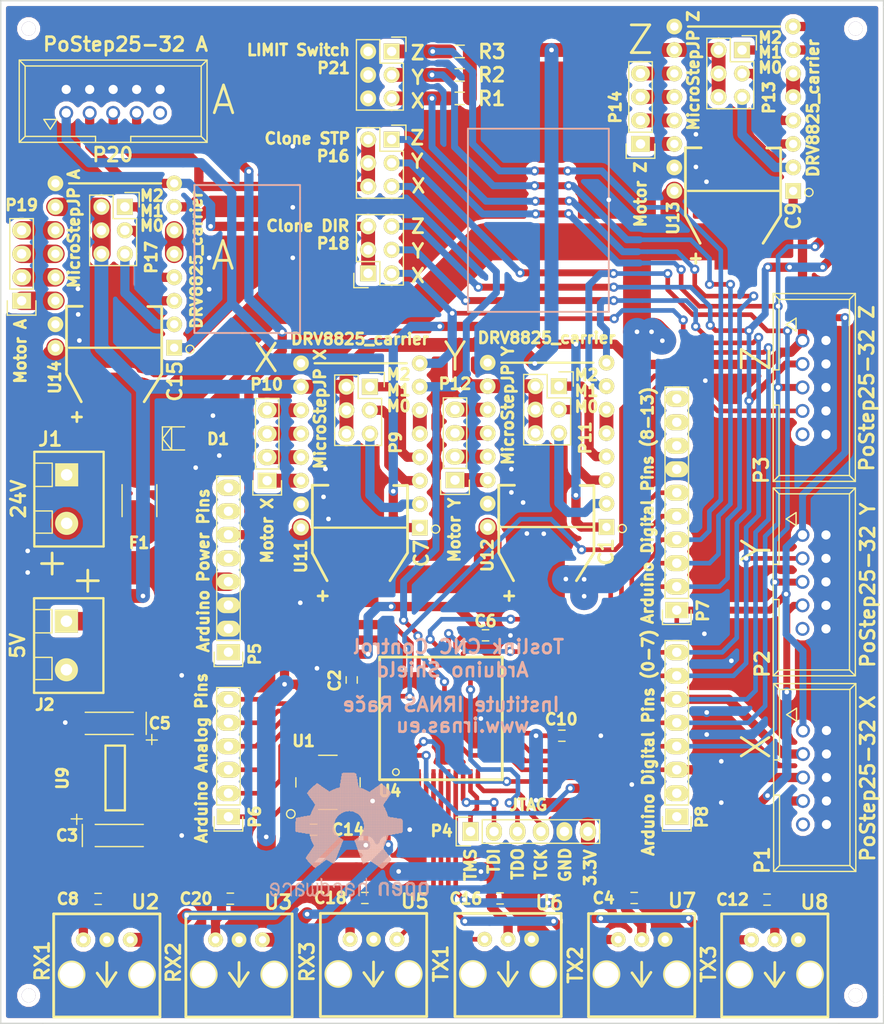
<source format=kicad_pcb>
(kicad_pcb (version 4) (host pcbnew 4.0.0-rc1-stable)
  (title_block (title "Toslink CNC Control Arduino Shield") (date 2015-10-15) (rev 1.0) (company "Institute IRNAS Rače"))
  (layers (0 F.Cu signal) (31 B.Cu signal) (34 B.Paste user) (35 F.Paste user) (36 B.SilkS user) (37 F.SilkS user) (38 B.Mask user) (39 F.Mask user) (44 Edge.Cuts user))
  (net 0 "")
  (net 1 EXT_V)
  (net 2 GND)
  (net 3 3.3V)
  (net 4 5V)
  (net 5 D8)
  (net 6 D5)
  (net 7 D2)
  (net 8 D9)
  (net 9 D6)
  (net 10 D3)
  (net 11 D10)
  (net 12 D7)
  (net 13 D4)
  (net 14 D11)
  (net 15 TMS)
  (net 16 TDI)
  (net 17 TDO)
  (net 18 TCK)
  (net 19 RESET)
  (net 20 A0)
  (net 21 A1)
  (net 22 A2)
  (net 23 A3)
  (net 24 A4)
  (net 25 A5)
  (net 26 D13)
  (net 27 D12)
  (net 28 "Net-(P10-Pad1)")
  (net 29 "Net-(P10-Pad2)")
  (net 30 "Net-(P10-Pad3)")
  (net 31 "Net-(P10-Pad4)")
  (net 32 "Net-(P12-Pad1)")
  (net 33 "Net-(P12-Pad2)")
  (net 34 "Net-(P12-Pad3)")
  (net 35 "Net-(P12-Pad4)")
  (net 36 "Net-(P14-Pad1)")
  (net 37 "Net-(P14-Pad2)")
  (net 38 "Net-(P14-Pad3)")
  (net 39 "Net-(P14-Pad4)")
  (net 40 CLK)
  (net 41 FIBER_RX1)
  (net 42 FIBER_RX2)
  (net 43 FIBER_RX3)
  (net 44 FIBER_TX1)
  (net 45 FIBER_TX2)
  (net 46 FIBER_TX3)
  (net 47 "Net-(U11-Pad5)")
  (net 48 "Net-(U12-Pad5)")
  (net 49 "Net-(U13-Pad5)")
  (net 50 "Net-(P19-Pad1)")
  (net 51 "Net-(P19-Pad2)")
  (net 52 "Net-(P19-Pad3)")
  (net 53 "Net-(P19-Pad4)")
  (net 54 DIR_A)
  (net 55 STP_A)
  (net 56 "Net-(U14-Pad5)")
  (net 57 "Net-(P9-Pad1)")
  (net 58 "Net-(P9-Pad3)")
  (net 59 "Net-(P9-Pad5)")
  (net 60 "Net-(P11-Pad1)")
  (net 61 "Net-(P11-Pad3)")
  (net 62 "Net-(P11-Pad5)")
  (net 63 "Net-(P13-Pad1)")
  (net 64 "Net-(P13-Pad3)")
  (net 65 "Net-(P13-Pad5)")
  (net 66 "Net-(P17-Pad1)")
  (net 67 "Net-(P17-Pad3)")
  (net 68 "Net-(P17-Pad5)")
  (net 69 POWER)
  (net 70 ERR_X)
  (net 71 ERR_Y)
  (net 72 ERR_Z)
  (net 73 ERR_A)
  (module VQFP44:terminal_block (layer F.Cu) (at 105.1814 90.0176 270)
    (fp_text reference J1 (at -3.8608 1.778 360) (layer F.SilkS) (effects (font (size 1.5 1.5) (thickness 0.3))))
    (fp_text value term_block hide)
    (fp_text user + (at 9.6012 1.8034 270) (layer F.SilkS) (effects (font (size 3 3) (thickness 0.3))))
    (pad 2 thru_hole circle (at 5.25 0 270) (size 2.5 2.5) (drill 1.25) (layers *.Cu *.Mask F.SilkS) (net 69 POWER))
    (pad 1 thru_hole rect (at 0 0 270) (size 2.5 2.5) (drill 1.25) (layers *.Cu *.Mask F.SilkS) (net 2 GND))
  )
  (module VQFP44:MountingHole_1-5mm (layer F.Cu) (at 101.0666 41.7576)
    (fp_text reference REF** hide)
    (fp_text value MountingHole_1-5mm hide)
    (pad 1 thru_hole circle (at 0 0) (size 1.5 1.5) (drill 1.5) (layers *.Cu))
  )
  (module VQFP44:DLT1111 (layer F.Cu) (at 181.7878 140.3096 180)
    (fp_text reference U8 (at -4.2926 4.064 180) (layer F.SilkS) (effects (font (size 1.5 1.5) (thickness 0.3))))
    (fp_text value DLT1111 hide)
    (pad 1 thru_hole circle (at 3.81 -3.75 180) (size 3 3) (drill 2.6) (layers *.Cu *.Mask F.SilkS) (net 2 GND))
    (pad 3 thru_hole circle (at 2.54 0 180) (size 1.6 1.6) (drill 0.8) (layers *.Cu *.Mask F.SilkS) (net 46 FIBER_TX3))
    (pad 2 thru_hole circle (at 0 0 180) (size 1.6 1.6) (drill 0.8) (layers *.Cu *.Mask F.SilkS) (net 3 3.3V))
    (pad 1 thru_hole circle (at -2.54 0 180) (size 1.6 1.6) (drill 0.8) (layers *.Cu *.Mask F.SilkS) (net 2 GND))
    (pad 1 thru_hole circle (at -3.81 -3.75 180) (size 3 3) (drill 2.6) (layers *.Cu *.Mask F.SilkS) (net 2 GND))
  )
  (module VQFP44:DLT1111 (layer F.Cu) (at 167.386 140.2842 180)
    (fp_text reference U7 (at -4.3688 4.2164 180) (layer F.SilkS) (effects (font (size 1.5 1.5) (thickness 0.3))))
    (fp_text value DLT1111 hide)
    (pad 1 thru_hole circle (at 3.81 -3.75 180) (size 3 3) (drill 2.6) (layers *.Cu *.Mask F.SilkS) (net 2 GND))
    (pad 3 thru_hole circle (at 2.54 0 180) (size 1.6 1.6) (drill 0.8) (layers *.Cu *.Mask F.SilkS) (net 45 FIBER_TX2))
    (pad 2 thru_hole circle (at 0 0 180) (size 1.6 1.6) (drill 0.8) (layers *.Cu *.Mask F.SilkS) (net 3 3.3V))
    (pad 1 thru_hole circle (at -2.54 0 180) (size 1.6 1.6) (drill 0.8) (layers *.Cu *.Mask F.SilkS) (net 2 GND))
    (pad 1 thru_hole circle (at -3.81 -3.75 180) (size 3 3) (drill 2.6) (layers *.Cu *.Mask F.SilkS) (net 2 GND))
  )
  (module VQFP44:DLT1111 (layer F.Cu) (at 152.9334 140.2588 180)
    (fp_text reference U6 (at -4.4704 3.937 180) (layer F.SilkS) (effects (font (size 1.5 1.5) (thickness 0.3))))
    (fp_text value DLT1111 hide)
    (pad 1 thru_hole circle (at 3.81 -3.75 180) (size 3 3) (drill 2.6) (layers *.Cu *.Mask F.SilkS) (net 2 GND))
    (pad 3 thru_hole circle (at 2.54 0 180) (size 1.6 1.6) (drill 0.8) (layers *.Cu *.Mask F.SilkS) (net 44 FIBER_TX1))
    (pad 2 thru_hole circle (at 0 0 180) (size 1.6 1.6) (drill 0.8) (layers *.Cu *.Mask F.SilkS) (net 3 3.3V))
    (pad 1 thru_hole circle (at -2.54 0 180) (size 1.6 1.6) (drill 0.8) (layers *.Cu *.Mask F.SilkS) (net 2 GND))
    (pad 1 thru_hole circle (at -3.81 -3.75 180) (size 3 3) (drill 2.6) (layers *.Cu *.Mask F.SilkS) (net 2 GND))
  )
  (module VQFP44:DLR1111 (layer F.Cu) (at 138.3792 140.2588 180)
    (fp_text reference U5 (at -4.4704 4.1148 180) (layer F.SilkS) (effects (font (size 1.5 1.5) (thickness 0.3))))
    (fp_text value DLR1111 hide)
    (pad 2 thru_hole circle (at 3.81 -3.75 180) (size 3 3) (drill 2.6) (layers *.Cu *.Mask F.SilkS) (net 2 GND))
    (pad 3 thru_hole circle (at 2.54 0 180) (size 1.6 1.6) (drill 0.8) (layers *.Cu *.Mask F.SilkS) (net 3 3.3V))
    (pad 2 thru_hole circle (at 0 0 180) (size 1.6 1.6) (drill 0.8) (layers *.Cu *.Mask F.SilkS) (net 2 GND))
    (pad 1 thru_hole circle (at -2.54 0 180) (size 1.6 1.6) (drill 0.8) (layers *.Cu *.Mask F.SilkS) (net 43 FIBER_RX3))
    (pad 2 thru_hole circle (at -3.81 -3.75 180) (size 3 3) (drill 2.6) (layers *.Cu *.Mask F.SilkS) (net 2 GND))
  )
  (module VQFP44:DLR1111 (layer F.Cu) (at 123.825 140.3096 180)
    (fp_text reference U3 (at -4.2418 4.064 180) (layer F.SilkS) (effects (font (size 1.5 1.5) (thickness 0.3))))
    (fp_text value DLR1111 hide)
    (pad 2 thru_hole circle (at 3.81 -3.75 180) (size 3 3) (drill 2.6) (layers *.Cu *.Mask F.SilkS) (net 2 GND))
    (pad 3 thru_hole circle (at 2.54 0 180) (size 1.6 1.6) (drill 0.8) (layers *.Cu *.Mask F.SilkS) (net 3 3.3V))
    (pad 2 thru_hole circle (at 0 0 180) (size 1.6 1.6) (drill 0.8) (layers *.Cu *.Mask F.SilkS) (net 2 GND))
    (pad 1 thru_hole circle (at -2.54 0 180) (size 1.6 1.6) (drill 0.8) (layers *.Cu *.Mask F.SilkS) (net 42 FIBER_RX2))
    (pad 2 thru_hole circle (at -3.81 -3.75 180) (size 3 3) (drill 2.6) (layers *.Cu *.Mask F.SilkS) (net 2 GND))
  )
  (module VQFP44:DLR1111 (layer F.Cu) (at 109.5248 140.3096 180)
    (fp_text reference U2 (at -4.1656 4.0894 180) (layer F.SilkS) (effects (font (size 1.5 1.5) (thickness 0.3))))
    (fp_text value DLR1111 hide)
    (pad 2 thru_hole circle (at 3.81 -3.75 180) (size 3 3) (drill 2.6) (layers *.Cu *.Mask F.SilkS) (net 2 GND))
    (pad 3 thru_hole circle (at 2.54 0 180) (size 1.6 1.6) (drill 0.8) (layers *.Cu *.Mask F.SilkS) (net 3 3.3V))
    (pad 2 thru_hole circle (at 0 0 180) (size 1.6 1.6) (drill 0.8) (layers *.Cu *.Mask F.SilkS) (net 2 GND))
    (pad 1 thru_hole circle (at -2.54 0 180) (size 1.6 1.6) (drill 0.8) (layers *.Cu *.Mask F.SilkS) (net 41 FIBER_RX1))
    (pad 2 thru_hole circle (at -3.81 -3.75 180) (size 3 3) (drill 2.6) (layers *.Cu *.Mask F.SilkS) (net 2 GND))
  )
  (module Resistors_SMD:R_0603_HandSoldering (layer F.Cu) (at 147.701 44.2214 180)
    (fp_text reference R3 (at -3.4798 -0.0254 180) (layer F.SilkS) (effects (font (size 1.5 1.5) (thickness 0.3))))
    (fp_text value 10K hide)
    (pad 1 smd rect (at -1.1 0 180) (size 1.2 0.9) (layers F.Cu F.Paste F.Mask) (net 3 3.3V))
    (pad 2 smd rect (at 1.1 0 180) (size 1.2 0.9) (layers F.Cu F.Paste F.Mask) (net 14 D11))
  )
  (module Resistors_SMD:R_0603_HandSoldering (layer F.Cu) (at 147.701 46.7614 180)
    (fp_text reference R2 (at -3.4544 0 180) (layer F.SilkS) (effects (font (size 1.5 1.5) (thickness 0.3))))
    (fp_text value 10K hide)
    (pad 1 smd rect (at -1.1 0 180) (size 1.2 0.9) (layers F.Cu F.Paste F.Mask) (net 3 3.3V))
    (pad 2 smd rect (at 1.1 0 180) (size 1.2 0.9) (layers F.Cu F.Paste F.Mask) (net 11 D10))
  )
  (module Resistors_SMD:R_0603_HandSoldering (layer F.Cu) (at 147.701 49.3014 180)
    (fp_text reference R1 (at -3.4544 -0.0254 180) (layer F.SilkS) (effects (font (size 1.5 1.5) (thickness 0.3))))
    (fp_text value 10K hide)
    (pad 1 smd rect (at -1.1 0 180) (size 1.2 0.9) (layers F.Cu F.Paste F.Mask) (net 3 3.3V))
    (pad 2 smd rect (at 1.1 0 180) (size 1.2 0.9) (layers F.Cu F.Paste F.Mask) (net 8 D9))
  )
  (module VQFP44:VASCH5x2 (layer F.Cu) (at 110.2106 49.6062)
    (fp_text reference P20 (at -0.0508 5.7912) (layer F.SilkS) (effects (font (size 1.5 1.5) (thickness 0.3))))
    (fp_text value "PoStep25-32 A" (at 1.3334 -6.1542) (layer F.SilkS) (effects (font (size 1.5 1.5) (thickness 0.3))))
    (pad 1 thru_hole circle (at -5.08 1.27) (size 1.50622 1.50622) (drill 0.99822) (layers *.Cu *.Mask) (net 5 D8))
    (pad 2 thru_hole circle (at -5.08 -1.27) (size 1.50622 1.50622) (drill 0.99822) (layers *.Cu *.Mask) (net 2 GND))
    (pad 3 thru_hole circle (at -2.54 1.27) (size 1.50622 1.50622) (drill 0.99822) (layers *.Cu *.Mask) (net 54 DIR_A))
    (pad 4 thru_hole circle (at -2.54 -1.27) (size 1.50622 1.50622) (drill 0.99822) (layers *.Cu *.Mask) (net 2 GND))
    (pad 5 thru_hole circle (at 0 1.27) (size 1.50622 1.50622) (drill 0.99822) (layers *.Cu *.Mask) (net 55 STP_A))
    (pad 6 thru_hole circle (at 0 -1.27) (size 1.50622 1.50622) (drill 0.99822) (layers *.Cu *.Mask) (net 2 GND))
    (pad 7 thru_hole circle (at 2.54 1.27) (size 1.50622 1.50622) (drill 0.99822) (layers *.Cu *.Mask) (net 73 ERR_A))
    (pad 8 thru_hole circle (at 2.54 -1.27) (size 1.50622 1.50622) (drill 0.99822) (layers *.Cu *.Mask) (net 2 GND))
    (pad 9 thru_hole circle (at 5.08 1.27) (size 1.50622 1.50622) (drill 0.99822) (layers *.Cu *.Mask))
    (pad 10 thru_hole circle (at 5.08 -1.27) (size 1.50622 1.50622) (drill 0.99822) (layers *.Cu *.Mask) (net 2 GND))
  )
  (module VQFP44:VASCH5x2 (layer F.Cu) (at 186.055 80.5688 270)
    (fp_text reference P3 (at 8.9408 5.715 450) (layer F.SilkS) (effects (font (size 1.5 1.5) (thickness 0.3))))
    (fp_text value "PoStep25-32 Z" (at 0.0832 -5.689 270) (layer F.SilkS) (effects (font (size 1.5 1.5) (thickness 0.3))))
    (pad 1 thru_hole circle (at -5.08 1.27 270) (size 1.50622 1.50622) (drill 0.99822) (layers *.Cu *.Mask) (net 5 D8))
    (pad 2 thru_hole circle (at -5.08 -1.27 270) (size 1.50622 1.50622) (drill 0.99822) (layers *.Cu *.Mask) (net 2 GND))
    (pad 3 thru_hole circle (at -2.54 1.27 270) (size 1.50622 1.50622) (drill 0.99822) (layers *.Cu *.Mask) (net 12 D7))
    (pad 4 thru_hole circle (at -2.54 -1.27 270) (size 1.50622 1.50622) (drill 0.99822) (layers *.Cu *.Mask) (net 2 GND))
    (pad 5 thru_hole circle (at 0 1.27 270) (size 1.50622 1.50622) (drill 0.99822) (layers *.Cu *.Mask) (net 13 D4))
    (pad 6 thru_hole circle (at 0 -1.27 270) (size 1.50622 1.50622) (drill 0.99822) (layers *.Cu *.Mask) (net 2 GND))
    (pad 7 thru_hole circle (at 2.54 1.27 270) (size 1.50622 1.50622) (drill 0.99822) (layers *.Cu *.Mask) (net 72 ERR_Z))
    (pad 8 thru_hole circle (at 2.54 -1.27 270) (size 1.50622 1.50622) (drill 0.99822) (layers *.Cu *.Mask) (net 2 GND))
    (pad 9 thru_hole circle (at 5.08 1.27 270) (size 1.50622 1.50622) (drill 0.99822) (layers *.Cu *.Mask))
    (pad 10 thru_hole circle (at 5.08 -1.27 270) (size 1.50622 1.50622) (drill 0.99822) (layers *.Cu *.Mask) (net 2 GND))
  )
  (module VQFP44:VASCH5x2 (layer F.Cu) (at 186.055 101.6 270)
    (fp_text reference P2 (at 8.8646 5.6134 270) (layer F.SilkS) (effects (font (size 1.5 1.5) (thickness 0.3))))
    (fp_text value "PoStep25-32 Y" (at 0.352 -5.789 270) (layer F.SilkS) (effects (font (size 1.5 1.5) (thickness 0.3))))
    (pad 1 thru_hole circle (at -5.08 1.27 270) (size 1.50622 1.50622) (drill 0.99822) (layers *.Cu *.Mask) (net 5 D8))
    (pad 2 thru_hole circle (at -5.08 -1.27 270) (size 1.50622 1.50622) (drill 0.99822) (layers *.Cu *.Mask) (net 2 GND))
    (pad 3 thru_hole circle (at -2.54 1.27 270) (size 1.50622 1.50622) (drill 0.99822) (layers *.Cu *.Mask) (net 9 D6))
    (pad 4 thru_hole circle (at -2.54 -1.27 270) (size 1.50622 1.50622) (drill 0.99822) (layers *.Cu *.Mask) (net 2 GND))
    (pad 5 thru_hole circle (at 0 1.27 270) (size 1.50622 1.50622) (drill 0.99822) (layers *.Cu *.Mask) (net 10 D3))
    (pad 6 thru_hole circle (at 0 -1.27 270) (size 1.50622 1.50622) (drill 0.99822) (layers *.Cu *.Mask) (net 2 GND))
    (pad 7 thru_hole circle (at 2.54 1.27 270) (size 1.50622 1.50622) (drill 0.99822) (layers *.Cu *.Mask) (net 71 ERR_Y))
    (pad 8 thru_hole circle (at 2.54 -1.27 270) (size 1.50622 1.50622) (drill 0.99822) (layers *.Cu *.Mask) (net 2 GND))
    (pad 9 thru_hole circle (at 5.08 1.27 270) (size 1.50622 1.50622) (drill 0.99822) (layers *.Cu *.Mask))
    (pad 10 thru_hole circle (at 5.08 -1.27 270) (size 1.50622 1.50622) (drill 0.99822) (layers *.Cu *.Mask) (net 2 GND))
  )
  (module VQFP44:VASCH5x2 (layer F.Cu) (at 186.1058 122.7582 270)
    (fp_text reference P1 (at 8.9408 5.6642 270) (layer F.SilkS) (effects (font (size 1.5 1.5) (thickness 0.3))))
    (fp_text value "PoStep25-32 X" (at 0.0938 -5.7382 270) (layer F.SilkS) (effects (font (size 1.5 1.5) (thickness 0.3))))
    (pad 1 thru_hole circle (at -5.08 1.27 270) (size 1.50622 1.50622) (drill 0.99822) (layers *.Cu *.Mask) (net 5 D8))
    (pad 2 thru_hole circle (at -5.08 -1.27 270) (size 1.50622 1.50622) (drill 0.99822) (layers *.Cu *.Mask) (net 2 GND))
    (pad 3 thru_hole circle (at -2.54 1.27 270) (size 1.50622 1.50622) (drill 0.99822) (layers *.Cu *.Mask) (net 6 D5))
    (pad 4 thru_hole circle (at -2.54 -1.27 270) (size 1.50622 1.50622) (drill 0.99822) (layers *.Cu *.Mask) (net 2 GND))
    (pad 5 thru_hole circle (at 0 1.27 270) (size 1.50622 1.50622) (drill 0.99822) (layers *.Cu *.Mask) (net 7 D2))
    (pad 6 thru_hole circle (at 0 -1.27 270) (size 1.50622 1.50622) (drill 0.99822) (layers *.Cu *.Mask) (net 2 GND))
    (pad 7 thru_hole circle (at 2.54 1.27 270) (size 1.50622 1.50622) (drill 0.99822) (layers *.Cu *.Mask) (net 70 ERR_X))
    (pad 8 thru_hole circle (at 2.54 -1.27 270) (size 1.50622 1.50622) (drill 0.99822) (layers *.Cu *.Mask) (net 2 GND))
    (pad 9 thru_hole circle (at 5.08 1.27 270) (size 1.50622 1.50622) (drill 0.99822) (layers *.Cu *.Mask))
    (pad 10 thru_hole circle (at 5.08 -1.27 270) (size 1.50622 1.50622) (drill 0.99822) (layers *.Cu *.Mask) (net 2 GND))
  )
  (module VQFP44:SOT-223 (layer F.Cu) (at 113.411 122.809 90)
    (fp_text reference U9 (at -0.0254 -8.6868 270) (layer F.SilkS) (effects (font (size 1.2 1.2) (thickness 0.3))))
    (fp_text value TLV1117 hide)
    (pad 3 smd rect (at 2.3 0 90) (size 0.95 2.15) (layers F.Cu F.Paste F.Mask) (net 4 5V))
    (pad 1 smd rect (at -2.3 0 90) (size 0.95 2.15) (layers F.Cu F.Paste F.Mask) (net 2 GND))
    (pad 2 smd rect (at 0 0 90) (size 0.95 2.15) (layers F.Cu F.Paste F.Mask) (net 3 3.3V))
    (pad 2 smd rect (at 0 -5.8 90) (size 3.25 2.15) (layers F.Cu F.Paste F.Mask) (net 3 3.3V))
  )
  (module Capacitors_Tantalum_SMD:TantalC_SizeA_EIA-3216_HandSoldering (layer F.Cu) (at 109.7915 116.9035 180)
    (fp_text reference C5 (at -5.461 0 180) (layer F.SilkS) (effects (font (size 1.2 1.2) (thickness 0.3))))
    (fp_text value 10uF,25V hide)
    (pad 2 smd rect (at 1.99898 0 180) (size 2.99974 1.50114) (layers F.Cu F.Paste F.Mask) (net 2 GND))
    (pad 1 smd rect (at -1.99898 0 180) (size 2.99974 1.50114) (layers F.Cu F.Paste F.Mask) (net 4 5V))
  )
  (module Capacitors_Tantalum_SMD:TantalC_SizeA_EIA-3216_HandSoldering (layer F.Cu) (at 110.871 129.032)
    (fp_text reference C3 (at -5.6515 0) (layer F.SilkS) (effects (font (size 1.2 1.2) (thickness 0.3))))
    (fp_text value 10uF,25V hide)
    (pad 2 smd rect (at 1.99898 0) (size 2.99974 1.50114) (layers F.Cu F.Paste F.Mask) (net 2 GND))
    (pad 1 smd rect (at -1.99898 0) (size 2.99974 1.50114) (layers F.Cu F.Paste F.Mask) (net 3 3.3V))
  )
  (module Capacitors_SMD:C_0603_HandSoldering (layer F.Cu) (at 108.585 135.89)
    (fp_text reference C8 (at -3.2766 0) (layer F.SilkS) (effects (font (size 1.2 1.2) (thickness 0.3))))
    (fp_text value 0,1uF hide)
    (pad 1 smd rect (at -0.95 0) (size 1.2 0.75) (layers F.Cu F.Paste F.Mask) (net 3 3.3V))
    (pad 2 smd rect (at 0.95 0) (size 1.2 0.75) (layers F.Cu F.Paste F.Mask) (net 2 GND))
  )
  (module Socket_Strips:Socket_Strip_Straight_1x08 (layer F.Cu) (at 171.182 127 90)
    (fp_text reference P8 (at -0.0254 2.7064 90) (layer F.SilkS) (effects (font (size 1.2 1.2) (thickness 0.3))))
    (fp_text value "Arduino Digital Pins (0-7)" (at 8.0264 -3.0848 90) (layer F.SilkS) (effects (font (size 1.2 1.2) (thickness 0.3))))
    (pad 1 thru_hole rect (at 0 0 90) (size 1.7272 2.5) (drill 1.016) (layers *.Cu *.Mask F.SilkS))
    (pad 2 thru_hole oval (at 2.54 0 90) (size 1.7272 2.5) (drill 1.016) (layers *.Cu *.Mask F.SilkS))
    (pad 3 thru_hole oval (at 5.08 0 90) (size 1.7272 2.5) (drill 1.016) (layers *.Cu *.Mask F.SilkS) (net 7 D2))
    (pad 4 thru_hole oval (at 7.62 0 90) (size 1.7272 2.5) (drill 1.016) (layers *.Cu *.Mask F.SilkS) (net 10 D3))
    (pad 5 thru_hole oval (at 10.16 0 90) (size 1.7272 2.5) (drill 1.016) (layers *.Cu *.Mask F.SilkS) (net 13 D4))
    (pad 6 thru_hole oval (at 12.7 0 90) (size 1.7272 2.5) (drill 1.016) (layers *.Cu *.Mask F.SilkS) (net 6 D5))
    (pad 7 thru_hole oval (at 15.24 0 90) (size 1.7272 2.5) (drill 1.016) (layers *.Cu *.Mask F.SilkS) (net 9 D6))
    (pad 8 thru_hole oval (at 17.78 0 90) (size 1.7272 2.5) (drill 1.016) (layers *.Cu *.Mask F.SilkS) (net 12 D7))
  )
  (module VQFP44:ASV_XO (layer F.Cu) (at 130.937 125.2855)
    (fp_text reference U1 (at -0.127 -6.477) (layer F.SilkS) (effects (font (size 1.2 1.2) (thickness 0.3))))
    (fp_text value ASV_XO_50MHZ hide)
    (pad 4 smd rect (at 0 -4) (size 1.8 2) (layers F.Cu F.Paste F.Mask) (net 3 3.3V))
    (pad 3 smd rect (at 5.08 -4) (size 1.8 2) (layers F.Cu F.Paste F.Mask) (net 40 CLK))
    (pad 2 smd rect (at 5.08 0) (size 1.8 2) (layers F.Cu F.Paste F.Mask) (net 2 GND))
    (pad 1 smd rect (at 0 0) (size 1.8 2) (layers F.Cu F.Paste F.Mask) (net 3 3.3V))
  )
  (module Socket_Strips:Socket_Strip_Straight_1x10 (layer F.Cu) (at 171.182 104.656 90)
    (fp_text reference P7 (at -0.0682 2.8334 90) (layer F.SilkS) (effects (font (size 1.2 1.2) (thickness 0.3))))
    (fp_text value "Arduino Digital Pins (8-13)" (at 11.3364 -3.161 90) (layer F.SilkS) (effects (font (size 1.2 1.2) (thickness 0.3))))
    (pad 1 thru_hole rect (at 0 0 90) (size 1.7272 2.5) (drill 1.016) (layers *.Cu *.Mask F.SilkS) (net 5 D8))
    (pad 2 thru_hole oval (at 2.54 0 90) (size 1.7272 2.5) (drill 1.016) (layers *.Cu *.Mask F.SilkS) (net 8 D9))
    (pad 3 thru_hole oval (at 5.08 0 90) (size 1.7272 2.5) (drill 1.016) (layers *.Cu *.Mask F.SilkS) (net 11 D10))
    (pad 4 thru_hole oval (at 7.62 0 90) (size 1.7272 2.5) (drill 1.016) (layers *.Cu *.Mask F.SilkS) (net 14 D11))
    (pad 5 thru_hole oval (at 10.16 0 90) (size 1.7272 2.5) (drill 1.016) (layers *.Cu *.Mask F.SilkS) (net 27 D12))
    (pad 6 thru_hole oval (at 12.7 0 90) (size 1.7272 2.5) (drill 1.016) (layers *.Cu *.Mask F.SilkS) (net 26 D13))
    (pad 7 thru_hole oval (at 15.24 0 90) (size 1.7272 2.5) (drill 1.016) (layers *.Cu *.Mask F.SilkS) (net 2 GND))
    (pad 8 thru_hole oval (at 17.78 0 90) (size 1.7272 2.5) (drill 1.016) (layers *.Cu *.Mask F.SilkS))
    (pad 9 thru_hole oval (at 20.32 0 90) (size 1.7272 2.5) (drill 1.016) (layers *.Cu *.Mask F.SilkS))
    (pad 10 thru_hole oval (at 22.86 0 90) (size 1.7272 2.5) (drill 1.016) (layers *.Cu *.Mask F.SilkS))
  )
  (module Socket_Strips:Socket_Strip_Straight_1x06 (layer F.Cu) (at 122.682 127 90)
    (fp_text reference P6 (at 0 2.8575 90) (layer F.SilkS) (effects (font (size 1.2 1.2) (thickness 0.3))))
    (fp_text value "Arduino Analog Pins" (at 6.35 -2.921 90) (layer F.SilkS) (effects (font (size 1.2 1.2) (thickness 0.3))))
    (pad 1 thru_hole rect (at 0 0 90) (size 1.7272 2.5) (drill 1.016) (layers *.Cu *.Mask F.SilkS) (net 20 A0))
    (pad 2 thru_hole oval (at 2.54 0 90) (size 1.7272 2.5) (drill 1.016) (layers *.Cu *.Mask F.SilkS) (net 21 A1))
    (pad 3 thru_hole oval (at 5.08 0 90) (size 1.7272 2.5) (drill 1.016) (layers *.Cu *.Mask F.SilkS) (net 22 A2))
    (pad 4 thru_hole oval (at 7.62 0 90) (size 1.7272 2.5) (drill 1.016) (layers *.Cu *.Mask F.SilkS) (net 23 A3))
    (pad 5 thru_hole oval (at 10.16 0 90) (size 1.7272 2.5) (drill 1.016) (layers *.Cu *.Mask F.SilkS) (net 24 A4))
    (pad 6 thru_hole oval (at 12.7 0 90) (size 1.7272 2.5) (drill 1.016) (layers *.Cu *.Mask F.SilkS) (net 25 A5))
  )
  (module Socket_Strips:Socket_Strip_Straight_1x08 (layer F.Cu) (at 122.682 109.2 90)
    (fp_text reference P5 (at -0.2105 2.8575 90) (layer F.SilkS) (effects (font (size 1.2 1.2) (thickness 0.3))))
    (fp_text value "Arduino Power Pins" (at 8.8446 -2.7178 90) (layer F.SilkS) (effects (font (size 1.2 1.2) (thickness 0.3))))
    (pad 1 thru_hole rect (at 0 0 90) (size 1.7272 2.5) (drill 1.016) (layers *.Cu *.Mask F.SilkS))
    (pad 2 thru_hole oval (at 2.54 0 90) (size 1.7272 2.5) (drill 1.016) (layers *.Cu *.Mask F.SilkS) (net 2 GND))
    (pad 3 thru_hole oval (at 5.08 0 90) (size 1.7272 2.5) (drill 1.016) (layers *.Cu *.Mask F.SilkS) (net 2 GND))
    (pad 4 thru_hole oval (at 7.62 0 90) (size 1.7272 2.5) (drill 1.016) (layers *.Cu *.Mask F.SilkS) (net 4 5V))
    (pad 5 thru_hole oval (at 10.16 0 90) (size 1.7272 2.5) (drill 1.016) (layers *.Cu *.Mask F.SilkS))
    (pad 6 thru_hole oval (at 12.7 0 90) (size 1.7272 2.5) (drill 1.016) (layers *.Cu *.Mask F.SilkS) (net 19 RESET))
    (pad 7 thru_hole oval (at 15.24 0 90) (size 1.7272 2.5) (drill 1.016) (layers *.Cu *.Mask F.SilkS))
    (pad 8 thru_hole oval (at 17.78 0 90) (size 1.7272 2.5) (drill 1.016) (layers *.Cu *.Mask F.SilkS))
  )
  (module Socket_Strips:Socket_Strip_Straight_1x06 (layer F.Cu) (at 148.8694 128.6002)
    (fp_text reference P4 (at -3.1242 -0.0508) (layer F.SilkS) (effects (font (size 1.2 1.2) (thickness 0.3))))
    (fp_text value JTAG (at 6.2484 -2.8702) (layer F.SilkS) (effects (font (size 1.2 1.2) (thickness 0.3))))
    (pad 1 thru_hole rect (at 0 0) (size 1.7272 2.032) (drill 1.016) (layers *.Cu *.Mask F.SilkS) (net 15 TMS))
    (pad 2 thru_hole oval (at 2.54 0) (size 1.7272 2.032) (drill 1.016) (layers *.Cu *.Mask F.SilkS) (net 16 TDI))
    (pad 3 thru_hole oval (at 5.08 0) (size 1.7272 2.032) (drill 1.016) (layers *.Cu *.Mask F.SilkS) (net 17 TDO))
    (pad 4 thru_hole oval (at 7.62 0) (size 1.7272 2.032) (drill 1.016) (layers *.Cu *.Mask F.SilkS) (net 18 TCK))
    (pad 5 thru_hole oval (at 10.16 0) (size 1.7272 2.032) (drill 1.016) (layers *.Cu *.Mask F.SilkS) (net 2 GND))
    (pad 6 thru_hole oval (at 12.7 0) (size 1.7272 2.032) (drill 1.016) (layers *.Cu *.Mask F.SilkS) (net 3 3.3V))
  )
  (module VQFP44:terminal_block (layer F.Cu) (at 105.156 105.8545 270)
    (fp_text reference J2 (at 9.0297 2.3368 360) (layer F.SilkS) (effects (font (size 1.2 1.2) (thickness 0.3))))
    (fp_text value term_block hide)
    (fp_text user + (at -4.3815 -2.0828 270) (layer F.SilkS) (effects (font (size 3 3) (thickness 0.3))))
    (pad 2 thru_hole circle (at 5.25 0 270) (size 2.5 2.5) (drill 1.25) (layers *.Cu *.Mask F.SilkS) (net 2 GND))
    (pad 1 thru_hole rect (at 0 0 270) (size 2.5 2.5) (drill 1.25) (layers *.Cu *.Mask F.SilkS) (net 4 5V))
  )
  (module Resistors_SMD:R_1812 (layer F.Cu) (at 113.0554 92.8116 270)
    (fp_text reference F1 (at 4.572 0.0508 540) (layer F.SilkS) (effects (font (size 1.2 1.2) (thickness 0.3))))
    (fp_text value FUSE hide)
    (pad 1 smd rect (at -2.4384 0 270) (size 1.6 3.5) (layers F.Cu F.Paste F.Mask) (net 1 EXT_V))
    (pad 2 smd rect (at 2.4384 0 270) (size 1.6 3.5) (layers F.Cu F.Paste F.Mask) (net 69 POWER))
  )
  (module Diodes_SMD:MELF_Standard (layer F.Cu) (at 116.7384 86.0806)
    (fp_text reference D1 (at 4.826 0.0635) (layer F.SilkS) (effects (font (size 1.2 1.2) (thickness 0.3))))
    (fp_text value "ZENER 24V" hide)
    (pad 1 smd rect (at -2.4003 0) (size 1.50114 2.70002) (layers F.Cu F.Paste F.Mask) (net 1 EXT_V))
    (pad 2 smd rect (at 2.4003 0) (size 1.50114 2.70002) (layers F.Cu F.Paste F.Mask) (net 2 GND))
  )
  (module Capacitors_SMD:C_0603_HandSoldering (layer F.Cu) (at 122.8852 135.8646)
    (fp_text reference C20 (at -3.7084 0) (layer F.SilkS) (effects (font (size 1.2 1.2) (thickness 0.3))))
    (fp_text value 0,1uF hide)
    (pad 1 smd rect (at -0.95 0) (size 1.2 0.75) (layers F.Cu F.Paste F.Mask) (net 3 3.3V))
    (pad 2 smd rect (at 0.95 0) (size 1.2 0.75) (layers F.Cu F.Paste F.Mask) (net 2 GND))
  )
  (module Capacitors_SMD:C_0603_HandSoldering (layer F.Cu) (at 137.4394 135.7884)
    (fp_text reference C18 (at -3.7338 0) (layer F.SilkS) (effects (font (size 1.2 1.2) (thickness 0.3))))
    (fp_text value 0,1uF hide)
    (pad 1 smd rect (at -0.95 0) (size 1.2 0.75) (layers F.Cu F.Paste F.Mask) (net 3 3.3V))
    (pad 2 smd rect (at 0.95 0) (size 1.2 0.75) (layers F.Cu F.Paste F.Mask) (net 2 GND))
  )
  (module Capacitors_SMD:C_0603_HandSoldering (layer F.Cu) (at 152.0698 135.8392)
    (fp_text reference C16 (at -3.7084 0.0254) (layer F.SilkS) (effects (font (size 1.2 1.2) (thickness 0.3))))
    (fp_text value 0,1uF hide)
    (pad 1 smd rect (at -0.95 0) (size 1.2 0.75) (layers F.Cu F.Paste F.Mask) (net 3 3.3V))
    (pad 2 smd rect (at 0.95 0) (size 1.2 0.75) (layers F.Cu F.Paste F.Mask) (net 2 GND))
  )
  (module Capacitors_SMD:C_0603_HandSoldering (layer F.Cu) (at 131.8895 128.397)
    (fp_text reference C14 (at 3.7465 0) (layer F.SilkS) (effects (font (size 1.2 1.2) (thickness 0.3))))
    (fp_text value 0,1uF hide)
    (pad 1 smd rect (at -0.95 0) (size 1.2 0.75) (layers F.Cu F.Paste F.Mask) (net 3 3.3V))
    (pad 2 smd rect (at 0.95 0) (size 1.2 0.75) (layers F.Cu F.Paste F.Mask) (net 2 GND))
  )
  (module Capacitors_SMD:C_0603_HandSoldering (layer F.Cu) (at 180.9496 135.9662)
    (fp_text reference C12 (at -3.7338 0) (layer F.SilkS) (effects (font (size 1.2 1.2) (thickness 0.3))))
    (fp_text value 0,1uF hide)
    (pad 1 smd rect (at -0.95 0) (size 1.2 0.75) (layers F.Cu F.Paste F.Mask) (net 3 3.3V))
    (pad 2 smd rect (at 0.95 0) (size 1.2 0.75) (layers F.Cu F.Paste F.Mask) (net 2 GND))
  )
  (module Capacitors_SMD:C_0603_HandSoldering (layer F.Cu) (at 158.75 118.237)
    (fp_text reference C10 (at -0.0635 -1.778) (layer F.SilkS) (effects (font (size 1.2 1.2) (thickness 0.3))))
    (fp_text value 0,1uF hide)
    (pad 1 smd rect (at -0.95 0) (size 1.2 0.75) (layers F.Cu F.Paste F.Mask) (net 3 3.3V))
    (pad 2 smd rect (at 0.95 0) (size 1.2 0.75) (layers F.Cu F.Paste F.Mask) (net 2 GND))
  )
  (module Capacitors_SMD:C_0603_HandSoldering (layer F.Cu) (at 150.495 107.3785)
    (fp_text reference C6 (at 0 -1.5367) (layer F.SilkS) (effects (font (size 1.2 1.2) (thickness 0.3))))
    (fp_text value 0,1uF hide)
    (pad 1 smd rect (at -0.95 0) (size 1.2 0.75) (layers F.Cu F.Paste F.Mask) (net 3 3.3V))
    (pad 2 smd rect (at 0.95 0) (size 1.2 0.75) (layers F.Cu F.Paste F.Mask) (net 2 GND))
  )
  (module Capacitors_SMD:C_0603_HandSoldering (layer F.Cu) (at 166.5732 135.7884)
    (fp_text reference C4 (at -3.302 0.0254) (layer F.SilkS) (effects (font (size 1.2 1.2) (thickness 0.3))))
    (fp_text value 0,1uF hide)
    (pad 1 smd rect (at -0.95 0) (size 1.2 0.75) (layers F.Cu F.Paste F.Mask) (net 3 3.3V))
    (pad 2 smd rect (at 0.95 0) (size 1.2 0.75) (layers F.Cu F.Paste F.Mask) (net 2 GND))
  )
  (module Capacitors_SMD:C_0603_HandSoldering (layer F.Cu) (at 136.017 112.2045 90)
    (fp_text reference C2 (at -0.0635 -1.8415 90) (layer F.SilkS) (effects (font (size 1.2 1.2) (thickness 0.3))))
    (fp_text value 0,1uF hide)
    (pad 1 smd rect (at -0.95 0 90) (size 1.2 0.75) (layers F.Cu F.Paste F.Mask) (net 3 3.3V))
    (pad 2 smd rect (at 0.95 0 90) (size 1.2 0.75) (layers F.Cu F.Paste F.Mask) (net 2 GND))
  )
  (module Socket_Strips:Socket_Strip_Straight_2x03 (layer F.Cu) (at 140.335 53.7464 270)
    (fp_text reference P16 (at 1.8034 6.3246 360) (layer F.SilkS) (effects (font (size 1.2 1.2) (thickness 0.3))))
    (fp_text value "Clone STP" (at -0.1016 9.1186 360) (layer F.SilkS) (effects (font (size 1.2 1.2) (thickness 0.3))))
    (pad 1 thru_hole rect (at 0 0 270) (size 1.7272 1.7272) (drill 1.016) (layers *.Cu *.Mask F.SilkS) (net 13 D4))
    (pad 2 thru_hole oval (at 0 2.54 270) (size 1.7272 1.7272) (drill 1.016) (layers *.Cu *.Mask F.SilkS) (net 55 STP_A))
    (pad 3 thru_hole oval (at 2.54 0 270) (size 1.7272 1.7272) (drill 1.016) (layers *.Cu *.Mask F.SilkS) (net 10 D3))
    (pad 4 thru_hole oval (at 2.54 2.54 270) (size 1.7272 1.7272) (drill 1.016) (layers *.Cu *.Mask F.SilkS) (net 55 STP_A))
    (pad 5 thru_hole oval (at 5.08 0 270) (size 1.7272 1.7272) (drill 1.016) (layers *.Cu *.Mask F.SilkS) (net 7 D2))
    (pad 6 thru_hole oval (at 5.08 2.54 270) (size 1.7272 1.7272) (drill 1.016) (layers *.Cu *.Mask F.SilkS) (net 55 STP_A))
  )
  (module Socket_Strips:Socket_Strip_Straight_2x03 (layer F.Cu) (at 137.795 68.2244 90)
    (fp_text reference P18 (at 3.2258 -3.7846 180) (layer F.SilkS) (effects (font (size 1.2 1.2) (thickness 0.3))))
    (fp_text value "Clone DIR" (at 5.1308 -6.5278 180) (layer F.SilkS) (effects (font (size 1.2 1.2) (thickness 0.3))))
    (pad 1 thru_hole rect (at 0 0 90) (size 1.7272 1.7272) (drill 1.016) (layers *.Cu *.Mask F.SilkS) (net 54 DIR_A))
    (pad 2 thru_hole oval (at 0 2.54 90) (size 1.7272 1.7272) (drill 1.016) (layers *.Cu *.Mask F.SilkS) (net 6 D5))
    (pad 3 thru_hole oval (at 2.54 0 90) (size 1.7272 1.7272) (drill 1.016) (layers *.Cu *.Mask F.SilkS) (net 54 DIR_A))
    (pad 4 thru_hole oval (at 2.54 2.54 90) (size 1.7272 1.7272) (drill 1.016) (layers *.Cu *.Mask F.SilkS) (net 9 D6))
    (pad 5 thru_hole oval (at 5.08 0 90) (size 1.7272 1.7272) (drill 1.016) (layers *.Cu *.Mask F.SilkS) (net 54 DIR_A))
    (pad 6 thru_hole oval (at 5.08 2.54 90) (size 1.7272 1.7272) (drill 1.016) (layers *.Cu *.Mask F.SilkS) (net 12 D7))
  )
  (module Socket_Strips:Socket_Strip_Straight_1x04 (layer F.Cu) (at 100.3046 71.1962 90)
    (fp_text reference P19 (at 10.3505 0 180) (layer F.SilkS) (effects (font (size 1.2 1.2) (thickness 0.3))))
    (fp_text value "Motor A" (at -5.461 -0.127 90) (layer F.SilkS) (effects (font (size 1.2 1.2) (thickness 0.3))))
    (pad 1 thru_hole rect (at 0 0 90) (size 1.7272 2.032) (drill 1.016) (layers *.Cu *.Mask F.SilkS) (net 50 "Net-(P19-Pad1)"))
    (pad 2 thru_hole oval (at 2.54 0 90) (size 1.7272 2.032) (drill 1.016) (layers *.Cu *.Mask F.SilkS) (net 51 "Net-(P19-Pad2)"))
    (pad 3 thru_hole oval (at 5.08 0 90) (size 1.7272 2.032) (drill 1.016) (layers *.Cu *.Mask F.SilkS) (net 52 "Net-(P19-Pad3)"))
    (pad 4 thru_hole oval (at 7.62 0 90) (size 1.7272 2.032) (drill 1.016) (layers *.Cu *.Mask F.SilkS) (net 53 "Net-(P19-Pad4)"))
  )
  (module Socket_Strips:Socket_Strip_Straight_2x03 (layer F.Cu) (at 111.4806 61.0362 270)
    (fp_text reference P17 (at 5.461 -2.8575 270) (layer F.SilkS) (effects (font (size 1.2 1.2) (thickness 0.3))))
    (fp_text value "MicroStepJP A" (at 2.3495 5.5245 270) (layer F.SilkS) (effects (font (size 1.2 1.2) (thickness 0.3))))
    (pad 1 thru_hole rect (at 0 0 270) (size 1.7272 1.7272) (drill 1.016) (layers *.Cu *.Mask F.SilkS) (net 66 "Net-(P17-Pad1)"))
    (pad 2 thru_hole oval (at 0 2.54 270) (size 1.7272 1.7272) (drill 1.016) (layers *.Cu *.Mask F.SilkS) (net 3 3.3V))
    (pad 3 thru_hole oval (at 2.54 0 270) (size 1.7272 1.7272) (drill 1.016) (layers *.Cu *.Mask F.SilkS) (net 67 "Net-(P17-Pad3)"))
    (pad 4 thru_hole oval (at 2.54 2.54 270) (size 1.7272 1.7272) (drill 1.016) (layers *.Cu *.Mask F.SilkS) (net 3 3.3V))
    (pad 5 thru_hole oval (at 5.08 0 270) (size 1.7272 1.7272) (drill 1.016) (layers *.Cu *.Mask F.SilkS) (net 68 "Net-(P17-Pad5)"))
    (pad 6 thru_hole oval (at 5.08 2.54 270) (size 1.7272 1.7272) (drill 1.016) (layers *.Cu *.Mask F.SilkS) (net 3 3.3V))
  )
  (module Socket_Strips:Socket_Strip_Straight_2x03 (layer F.Cu) (at 178.2445 44.069 270)
    (fp_text reference P13 (at 5.1435 -2.921 270) (layer F.SilkS) (effects (font (size 1.2 1.2) (thickness 0.3))))
    (fp_text value "MicroStepJP Z" (at 2.2225 5.2705 270) (layer F.SilkS) (effects (font (size 1.2 1.2) (thickness 0.3))))
    (pad 1 thru_hole rect (at 0 0 270) (size 1.7272 1.7272) (drill 1.016) (layers *.Cu *.Mask F.SilkS) (net 63 "Net-(P13-Pad1)"))
    (pad 2 thru_hole oval (at 0 2.54 270) (size 1.7272 1.7272) (drill 1.016) (layers *.Cu *.Mask F.SilkS) (net 3 3.3V))
    (pad 3 thru_hole oval (at 2.54 0 270) (size 1.7272 1.7272) (drill 1.016) (layers *.Cu *.Mask F.SilkS) (net 64 "Net-(P13-Pad3)"))
    (pad 4 thru_hole oval (at 2.54 2.54 270) (size 1.7272 1.7272) (drill 1.016) (layers *.Cu *.Mask F.SilkS) (net 3 3.3V))
    (pad 5 thru_hole oval (at 5.08 0 270) (size 1.7272 1.7272) (drill 1.016) (layers *.Cu *.Mask F.SilkS) (net 65 "Net-(P13-Pad5)"))
    (pad 6 thru_hole oval (at 5.08 2.54 270) (size 1.7272 1.7272) (drill 1.016) (layers *.Cu *.Mask F.SilkS) (net 3 3.3V))
  )
  (module Socket_Strips:Socket_Strip_Straight_1x04 (layer F.Cu) (at 167.259 54.229 90)
    (fp_text reference P14 (at 3.977 -2.715 270) (layer F.SilkS) (effects (font (size 1.2 1.2) (thickness 0.3))))
    (fp_text value "Motor Z" (at -5.461 0 90) (layer F.SilkS) (effects (font (size 1.2 1.2) (thickness 0.3))))
    (pad 1 thru_hole rect (at 0 0 90) (size 1.7272 2.032) (drill 1.016) (layers *.Cu *.Mask F.SilkS) (net 36 "Net-(P14-Pad1)"))
    (pad 2 thru_hole oval (at 2.54 0 90) (size 1.7272 2.032) (drill 1.016) (layers *.Cu *.Mask F.SilkS) (net 37 "Net-(P14-Pad2)"))
    (pad 3 thru_hole oval (at 5.08 0 90) (size 1.7272 2.032) (drill 1.016) (layers *.Cu *.Mask F.SilkS) (net 38 "Net-(P14-Pad3)"))
    (pad 4 thru_hole oval (at 7.62 0 90) (size 1.7272 2.032) (drill 1.016) (layers *.Cu *.Mask F.SilkS) (net 39 "Net-(P14-Pad4)"))
  )
  (module Socket_Strips:Socket_Strip_Straight_1x04 (layer F.Cu) (at 126.873 90.6526 90)
    (fp_text reference P10 (at 10.414 -0.0635 180) (layer F.SilkS) (effects (font (size 1.2 1.2) (thickness 0.3))))
    (fp_text value "Motor X" (at -5.3975 0 90) (layer F.SilkS) (effects (font (size 1.2 1.2) (thickness 0.3))))
    (pad 1 thru_hole rect (at 0 0 90) (size 1.7272 2.032) (drill 1.016) (layers *.Cu *.Mask F.SilkS) (net 28 "Net-(P10-Pad1)"))
    (pad 2 thru_hole oval (at 2.54 0 90) (size 1.7272 2.032) (drill 1.016) (layers *.Cu *.Mask F.SilkS) (net 29 "Net-(P10-Pad2)"))
    (pad 3 thru_hole oval (at 5.08 0 90) (size 1.7272 2.032) (drill 1.016) (layers *.Cu *.Mask F.SilkS) (net 30 "Net-(P10-Pad3)"))
    (pad 4 thru_hole oval (at 7.62 0 90) (size 1.7272 2.032) (drill 1.016) (layers *.Cu *.Mask F.SilkS) (net 31 "Net-(P10-Pad4)"))
  )
  (module Socket_Strips:Socket_Strip_Straight_2x03 (layer F.Cu) (at 137.9855 80.4926 270)
    (fp_text reference P9 (at 6.0325 -2.794 270) (layer F.SilkS) (effects (font (size 1.2 1.2) (thickness 0.3))))
    (fp_text value "MicroStepJP X" (at 2.413 5.3975 270) (layer F.SilkS) (effects (font (size 1.2 1.2) (thickness 0.3))))
    (pad 1 thru_hole rect (at 0 0 270) (size 1.7272 1.7272) (drill 1.016) (layers *.Cu *.Mask F.SilkS) (net 57 "Net-(P9-Pad1)"))
    (pad 2 thru_hole oval (at 0 2.54 270) (size 1.7272 1.7272) (drill 1.016) (layers *.Cu *.Mask F.SilkS) (net 3 3.3V))
    (pad 3 thru_hole oval (at 2.54 0 270) (size 1.7272 1.7272) (drill 1.016) (layers *.Cu *.Mask F.SilkS) (net 58 "Net-(P9-Pad3)"))
    (pad 4 thru_hole oval (at 2.54 2.54 270) (size 1.7272 1.7272) (drill 1.016) (layers *.Cu *.Mask F.SilkS) (net 3 3.3V))
    (pad 5 thru_hole oval (at 5.08 0 270) (size 1.7272 1.7272) (drill 1.016) (layers *.Cu *.Mask F.SilkS) (net 59 "Net-(P9-Pad5)"))
    (pad 6 thru_hole oval (at 5.08 2.54 270) (size 1.7272 1.7272) (drill 1.016) (layers *.Cu *.Mask F.SilkS) (net 3 3.3V))
  )
  (module Socket_Strips:Socket_Strip_Straight_1x04 (layer F.Cu) (at 147.193 90.5891 90)
    (fp_text reference P12 (at 10.414 0 180) (layer F.SilkS) (effects (font (size 1.2 1.2) (thickness 0.3))))
    (fp_text value "Motor Y" (at -5.3975 -0.0635 90) (layer F.SilkS) (effects (font (size 1.2 1.2) (thickness 0.3))))
    (pad 1 thru_hole rect (at 0 0 90) (size 1.7272 2.032) (drill 1.016) (layers *.Cu *.Mask F.SilkS) (net 32 "Net-(P12-Pad1)"))
    (pad 2 thru_hole oval (at 2.54 0 90) (size 1.7272 2.032) (drill 1.016) (layers *.Cu *.Mask F.SilkS) (net 33 "Net-(P12-Pad2)"))
    (pad 3 thru_hole oval (at 5.08 0 90) (size 1.7272 2.032) (drill 1.016) (layers *.Cu *.Mask F.SilkS) (net 34 "Net-(P12-Pad3)"))
    (pad 4 thru_hole oval (at 7.62 0 90) (size 1.7272 2.032) (drill 1.016) (layers *.Cu *.Mask F.SilkS) (net 35 "Net-(P12-Pad4)"))
  )
  (module Socket_Strips:Socket_Strip_Straight_2x03 (layer F.Cu) (at 158.4325 80.4291 270)
    (fp_text reference P11 (at 5.588 -2.8575 270) (layer F.SilkS) (effects (font (size 1.2 1.2) (thickness 0.3))))
    (fp_text value "MicroStepJP Y" (at 2.0955 5.5245 270) (layer F.SilkS) (effects (font (size 1.2 1.2) (thickness 0.3))))
    (pad 1 thru_hole rect (at 0 0 270) (size 1.7272 1.7272) (drill 1.016) (layers *.Cu *.Mask F.SilkS) (net 60 "Net-(P11-Pad1)"))
    (pad 2 thru_hole oval (at 0 2.54 270) (size 1.7272 1.7272) (drill 1.016) (layers *.Cu *.Mask F.SilkS) (net 3 3.3V))
    (pad 3 thru_hole oval (at 2.54 0 270) (size 1.7272 1.7272) (drill 1.016) (layers *.Cu *.Mask F.SilkS) (net 61 "Net-(P11-Pad3)"))
    (pad 4 thru_hole oval (at 2.54 2.54 270) (size 1.7272 1.7272) (drill 1.016) (layers *.Cu *.Mask F.SilkS) (net 3 3.3V))
    (pad 5 thru_hole oval (at 5.08 0 270) (size 1.7272 1.7272) (drill 1.016) (layers *.Cu *.Mask F.SilkS) (net 62 "Net-(P11-Pad5)"))
    (pad 6 thru_hole oval (at 5.08 2.54 270) (size 1.7272 1.7272) (drill 1.016) (layers *.Cu *.Mask F.SilkS) (net 3 3.3V))
  )
  (module Socket_Strips:Socket_Strip_Straight_2x03 (layer F.Cu) (at 140.335 44.2214 270)
    (fp_text reference P21 (at 1.8034 6.2738 360) (layer F.SilkS) (effects (font (size 1.2 1.2) (thickness 0.3))))
    (fp_text value "LIMIT Switch" (at -0.1524 10.0838 540) (layer F.SilkS) (effects (font (size 1.2 1.2) (thickness 0.3))))
    (pad 1 thru_hole rect (at 0 0 270) (size 1.7272 1.7272) (drill 1.016) (layers *.Cu *.Mask F.SilkS) (net 14 D11))
    (pad 2 thru_hole oval (at 0 2.54 270) (size 1.7272 1.7272) (drill 1.016) (layers *.Cu *.Mask F.SilkS) (net 2 GND))
    (pad 3 thru_hole oval (at 2.54 0 270) (size 1.7272 1.7272) (drill 1.016) (layers *.Cu *.Mask F.SilkS) (net 11 D10))
    (pad 4 thru_hole oval (at 2.54 2.54 270) (size 1.7272 1.7272) (drill 1.016) (layers *.Cu *.Mask F.SilkS) (net 2 GND))
    (pad 5 thru_hole oval (at 5.08 0 270) (size 1.7272 1.7272) (drill 1.016) (layers *.Cu *.Mask F.SilkS) (net 8 D9))
    (pad 6 thru_hole oval (at 5.08 2.54 270) (size 1.7272 1.7272) (drill 1.016) (layers *.Cu *.Mask F.SilkS) (net 2 GND))
  )
  (module VQFP44:VQFP44 (layer F.Cu) (at 141.6685 122.3645)
    (fp_text reference U4 (at -1.524 1.8415) (layer F.SilkS) (effects (font (size 1.2 1.2) (thickness 0.3))))
    (fp_text value XC9572XL hide)
    (pad 1 smd rect (at 0 0) (size 0.44958 1) (layers F.Cu F.Paste F.Mask) (net 40 CLK))
    (pad 2 smd rect (at 0.79756 0) (size 0.44958 1) (layers F.Cu F.Paste F.Mask) (net 41 FIBER_RX1))
    (pad 3 smd rect (at 1.59766 0) (size 0.44958 1) (layers F.Cu F.Paste F.Mask) (net 42 FIBER_RX2))
    (pad 4 smd rect (at 2.39776 0) (size 0.44958 1) (layers F.Cu F.Paste F.Mask) (net 2 GND))
    (pad 5 smd rect (at 3.19786 0) (size 0.44958 1) (layers F.Cu F.Paste F.Mask) (net 43 FIBER_RX3))
    (pad 6 smd rect (at 3.99796 0) (size 0.44958 1) (layers F.Cu F.Paste F.Mask) (net 44 FIBER_TX1))
    (pad 7 smd rect (at 4.79806 0) (size 0.44958 1) (layers F.Cu F.Paste F.Mask) (net 45 FIBER_TX2))
    (pad 8 smd rect (at 5.59816 0) (size 0.44958 1) (layers F.Cu F.Paste F.Mask) (net 46 FIBER_TX3))
    (pad 9 smd rect (at 6.39826 0) (size 0.44958 1) (layers F.Cu F.Paste F.Mask) (net 16 TDI))
    (pad 10 smd rect (at 7.19836 0) (size 0.44958 1) (layers F.Cu F.Paste F.Mask) (net 15 TMS))
    (pad 11 smd rect (at 7.99846 0) (size 0.44958 1) (layers F.Cu F.Paste F.Mask) (net 18 TCK))
    (pad 12 smd rect (at 9.99998 -1.99898 270) (size 0.44958 1) (layers F.Cu F.Paste F.Mask) (net 7 D2))
    (pad 13 smd rect (at 9.99998 -2.79908 270) (size 0.44958 1) (layers F.Cu F.Paste F.Mask) (net 10 D3))
    (pad 14 smd rect (at 9.99998 -3.59918 270) (size 0.44958 1) (layers F.Cu F.Paste F.Mask) (net 13 D4))
    (pad 15 smd rect (at 9.99998 -4.39928 270) (size 0.44958 1) (layers F.Cu F.Paste F.Mask) (net 3 3.3V))
    (pad 16 smd rect (at 9.99998 -5.19938 270) (size 0.44958 1) (layers F.Cu F.Paste F.Mask) (net 6 D5))
    (pad 17 smd rect (at 9.99998 -5.99948 270) (size 0.44958 1) (layers F.Cu F.Paste F.Mask) (net 2 GND))
    (pad 18 smd rect (at 9.99998 -6.79958 270) (size 0.44958 1) (layers F.Cu F.Paste F.Mask) (net 9 D6))
    (pad 19 smd rect (at 9.99998 -7.59968 270) (size 0.44958 1) (layers F.Cu F.Paste F.Mask) (net 12 D7))
    (pad 20 smd rect (at 9.99998 -8.39978 270) (size 0.44958 1) (layers F.Cu F.Paste F.Mask) (net 5 D8))
    (pad 21 smd rect (at 9.99998 -9.19988 270) (size 0.44958 1) (layers F.Cu F.Paste F.Mask) (net 8 D9))
    (pad 22 smd rect (at 9.99998 -9.99998 270) (size 0.44958 1) (layers F.Cu F.Paste F.Mask) (net 11 D10))
    (pad 23 smd rect (at 7.99846 -11.99896 180) (size 0.44958 1) (layers F.Cu F.Paste F.Mask) (net 14 D11))
    (pad 24 smd rect (at 7.19836 -11.99896 180) (size 0.44958 1) (layers F.Cu F.Paste F.Mask) (net 17 TDO))
    (pad 25 smd rect (at 6.39826 -11.99896 180) (size 0.44958 1) (layers F.Cu F.Paste F.Mask) (net 2 GND))
    (pad 26 smd rect (at 5.59816 -11.99896 180) (size 0.44958 1) (layers F.Cu F.Paste F.Mask) (net 3 3.3V))
    (pad 27 smd rect (at 4.79806 -11.99896 180) (size 0.44958 1) (layers F.Cu F.Paste F.Mask) (net 27 D12))
    (pad 28 smd rect (at 3.99796 -11.99896 180) (size 0.44958 1) (layers F.Cu F.Paste F.Mask) (net 26 D13))
    (pad 29 smd rect (at 3.19786 -11.99896 180) (size 0.44958 1) (layers F.Cu F.Paste F.Mask))
    (pad 30 smd rect (at 2.39776 -11.99896 180) (size 0.44958 1) (layers F.Cu F.Paste F.Mask))
    (pad 31 smd rect (at 1.59766 -11.99896 180) (size 0.44958 1) (layers F.Cu F.Paste F.Mask))
    (pad 32 smd rect (at 0.79756 -11.99896 180) (size 0.44958 1) (layers F.Cu F.Paste F.Mask) (net 73 ERR_A))
    (pad 33 smd rect (at 0 -11.99896 180) (size 0.44958 1) (layers F.Cu F.Paste F.Mask) (net 19 RESET))
    (pad 34 smd rect (at -1.99898 -9.99998 90) (size 0.44958 1) (layers F.Cu F.Paste F.Mask))
    (pad 35 smd rect (at -1.99898 -9.19988 90) (size 0.44958 1) (layers F.Cu F.Paste F.Mask) (net 3 3.3V))
    (pad 36 smd rect (at -1.99898 -8.39978 90) (size 0.44958 1) (layers F.Cu F.Paste F.Mask) (net 72 ERR_Z))
    (pad 37 smd rect (at -1.99898 -7.59968 90) (size 0.44958 1) (layers F.Cu F.Paste F.Mask) (net 25 A5))
    (pad 38 smd rect (at -1.99898 -6.79958 90) (size 0.44958 1) (layers F.Cu F.Paste F.Mask) (net 24 A4))
    (pad 39 smd rect (at -1.99898 -5.99948 90) (size 0.44958 1) (layers F.Cu F.Paste F.Mask) (net 23 A3))
    (pad 40 smd rect (at -1.99898 -5.19938 90) (size 0.44958 1) (layers F.Cu F.Paste F.Mask) (net 22 A2))
    (pad 41 smd rect (at -1.99898 -4.39928 90) (size 0.44958 1) (layers F.Cu F.Paste F.Mask) (net 21 A1))
    (pad 42 smd rect (at -1.99898 -3.59918 90) (size 0.44958 1) (layers F.Cu F.Paste F.Mask) (net 20 A0))
    (pad 43 smd rect (at -1.99898 -2.79908 90) (size 0.44958 1) (layers F.Cu F.Paste F.Mask) (net 71 ERR_Y))
    (pad 44 smd rect (at -1.99898 -1.99898 90) (size 0.44958 1) (layers F.Cu F.Paste F.Mask) (net 70 ERR_X))
  )
  (module VQFP44:DRV8825_carrier (layer F.Cu) (at 116.8146 58.4962 180)
    (fp_text reference U14 (at 12.9032 -20.9804 270) (layer F.SilkS) (effects (font (size 1.2 1.2) (thickness 0.3))))
    (fp_text value DRV8825_carrier (at -2.413 -8.255 270) (layer F.SilkS) (effects (font (size 1.2 1.2) (thickness 0.3))))
    (pad 10 thru_hole circle (at 12.85 -2.54 180) (size 1.7 1.7) (drill 0.9) (layers *.Cu *.Mask F.SilkS) (net 3 3.3V))
    (pad 9 thru_hole circle (at 12.85 0 180) (size 1.7 1.7) (drill 0.9) (layers *.Cu *.Mask F.SilkS) (net 2 GND))
    (pad 11 thru_hole circle (at 12.85 -5.08 180) (size 1.7 1.7) (drill 0.9) (layers *.Cu *.Mask F.SilkS) (net 53 "Net-(P19-Pad4)"))
    (pad 12 thru_hole circle (at 12.85 -7.62 180) (size 1.7 1.7) (drill 0.9) (layers *.Cu *.Mask F.SilkS) (net 52 "Net-(P19-Pad3)"))
    (pad 13 thru_hole circle (at 12.85 -10.16 180) (size 1.7 1.7) (drill 0.9) (layers *.Cu *.Mask F.SilkS) (net 51 "Net-(P19-Pad2)"))
    (pad 14 thru_hole circle (at 12.85 -12.7 180) (size 1.7 1.7) (drill 0.9) (layers *.Cu *.Mask F.SilkS) (net 50 "Net-(P19-Pad1)"))
    (pad 15 thru_hole circle (at 12.85 -15.24 180) (size 1.7 1.7) (drill 0.9) (layers *.Cu *.Mask F.SilkS) (net 2 GND))
    (pad 16 thru_hole circle (at 12.85 -17.78 180) (size 1.7 1.7) (drill 0.9) (layers *.Cu *.Mask F.SilkS) (net 1 EXT_V))
    (pad 1 thru_hole rect (at 0 -17.78 180) (size 1.7 1.7) (drill 0.9) (layers *.Cu *.Mask F.SilkS) (net 5 D8))
    (pad 2 thru_hole circle (at 0 -15.24 180) (size 1.7 1.7) (drill 0.9) (layers *.Cu *.Mask F.SilkS) (net 68 "Net-(P17-Pad5)"))
    (pad 3 thru_hole circle (at 0 -12.7 180) (size 1.7 1.7) (drill 0.9) (layers *.Cu *.Mask F.SilkS) (net 67 "Net-(P17-Pad3)"))
    (pad 4 thru_hole circle (at 0 -10.16 180) (size 1.7 1.7) (drill 0.9) (layers *.Cu *.Mask F.SilkS) (net 66 "Net-(P17-Pad1)"))
    (pad 5 thru_hole circle (at 0 -7.62 180) (size 1.7 1.7) (drill 0.9) (layers *.Cu *.Mask F.SilkS) (net 56 "Net-(U14-Pad5)"))
    (pad 6 thru_hole circle (at 0 -5.08 180) (size 1.7 1.7) (drill 0.9) (layers *.Cu *.Mask F.SilkS) (net 56 "Net-(U14-Pad5)"))
    (pad 8 thru_hole circle (at 0 0 180) (size 1.7 1.7) (drill 0.9) (layers *.Cu *.Mask F.SilkS) (net 54 DIR_A))
    (pad 7 thru_hole circle (at 0 -2.54 180) (size 1.7 1.7) (drill 0.9) (layers *.Cu *.Mask F.SilkS) (net 55 STP_A))
  )
  (module VQFP44:DRV8825_carrier (layer F.Cu) (at 163.576 77.8891 180)
    (fp_text reference U12 (at 12.8778 -20.8407 270) (layer F.SilkS) (effects (font (size 1.2 1.2) (thickness 0.3))))
    (fp_text value DRV8825_carrier (at 6.477 2.6797 180) (layer F.SilkS) (effects (font (size 1.2 1.2) (thickness 0.3))))
    (pad 10 thru_hole circle (at 12.85 -2.54 180) (size 1.7 1.7) (drill 0.9) (layers *.Cu *.Mask F.SilkS) (net 3 3.3V))
    (pad 9 thru_hole circle (at 12.85 0 180) (size 1.7 1.7) (drill 0.9) (layers *.Cu *.Mask F.SilkS) (net 2 GND))
    (pad 11 thru_hole circle (at 12.85 -5.08 180) (size 1.7 1.7) (drill 0.9) (layers *.Cu *.Mask F.SilkS) (net 35 "Net-(P12-Pad4)"))
    (pad 12 thru_hole circle (at 12.85 -7.62 180) (size 1.7 1.7) (drill 0.9) (layers *.Cu *.Mask F.SilkS) (net 34 "Net-(P12-Pad3)"))
    (pad 13 thru_hole circle (at 12.85 -10.16 180) (size 1.7 1.7) (drill 0.9) (layers *.Cu *.Mask F.SilkS) (net 33 "Net-(P12-Pad2)"))
    (pad 14 thru_hole circle (at 12.85 -12.7 180) (size 1.7 1.7) (drill 0.9) (layers *.Cu *.Mask F.SilkS) (net 32 "Net-(P12-Pad1)"))
    (pad 15 thru_hole circle (at 12.85 -15.24 180) (size 1.7 1.7) (drill 0.9) (layers *.Cu *.Mask F.SilkS) (net 2 GND))
    (pad 16 thru_hole circle (at 12.85 -17.78 180) (size 1.7 1.7) (drill 0.9) (layers *.Cu *.Mask F.SilkS) (net 1 EXT_V))
    (pad 1 thru_hole rect (at 0 -17.78 180) (size 1.7 1.7) (drill 0.9) (layers *.Cu *.Mask F.SilkS) (net 5 D8))
    (pad 2 thru_hole circle (at 0 -15.24 180) (size 1.7 1.7) (drill 0.9) (layers *.Cu *.Mask F.SilkS) (net 62 "Net-(P11-Pad5)"))
    (pad 3 thru_hole circle (at 0 -12.7 180) (size 1.7 1.7) (drill 0.9) (layers *.Cu *.Mask F.SilkS) (net 61 "Net-(P11-Pad3)"))
    (pad 4 thru_hole circle (at 0 -10.16 180) (size 1.7 1.7) (drill 0.9) (layers *.Cu *.Mask F.SilkS) (net 60 "Net-(P11-Pad1)"))
    (pad 5 thru_hole circle (at 0 -7.62 180) (size 1.7 1.7) (drill 0.9) (layers *.Cu *.Mask F.SilkS) (net 48 "Net-(U12-Pad5)"))
    (pad 6 thru_hole circle (at 0 -5.08 180) (size 1.7 1.7) (drill 0.9) (layers *.Cu *.Mask F.SilkS) (net 48 "Net-(U12-Pad5)"))
    (pad 8 thru_hole circle (at 0 0 180) (size 1.7 1.7) (drill 0.9) (layers *.Cu *.Mask F.SilkS) (net 9 D6))
    (pad 7 thru_hole circle (at 0 -2.54 180) (size 1.7 1.7) (drill 0.9) (layers *.Cu *.Mask F.SilkS) (net 10 D3))
  )
  (module VQFP44:DRV8825_carrier (layer F.Cu) (at 143.383 77.9526 180)
    (fp_text reference U11 (at 12.8524 -20.9042 270) (layer F.SilkS) (effects (font (size 1.2 1.2) (thickness 0.3))))
    (fp_text value DRV8825_carrier (at 6.477 2.6162 180) (layer F.SilkS) (effects (font (size 1.2 1.2) (thickness 0.3))))
    (pad 10 thru_hole circle (at 12.85 -2.54 180) (size 1.7 1.7) (drill 0.9) (layers *.Cu *.Mask F.SilkS) (net 3 3.3V))
    (pad 9 thru_hole circle (at 12.85 0 180) (size 1.7 1.7) (drill 0.9) (layers *.Cu *.Mask F.SilkS) (net 2 GND))
    (pad 11 thru_hole circle (at 12.85 -5.08 180) (size 1.7 1.7) (drill 0.9) (layers *.Cu *.Mask F.SilkS) (net 31 "Net-(P10-Pad4)"))
    (pad 12 thru_hole circle (at 12.85 -7.62 180) (size 1.7 1.7) (drill 0.9) (layers *.Cu *.Mask F.SilkS) (net 30 "Net-(P10-Pad3)"))
    (pad 13 thru_hole circle (at 12.85 -10.16 180) (size 1.7 1.7) (drill 0.9) (layers *.Cu *.Mask F.SilkS) (net 29 "Net-(P10-Pad2)"))
    (pad 14 thru_hole circle (at 12.85 -12.7 180) (size 1.7 1.7) (drill 0.9) (layers *.Cu *.Mask F.SilkS) (net 28 "Net-(P10-Pad1)"))
    (pad 15 thru_hole circle (at 12.85 -15.24 180) (size 1.7 1.7) (drill 0.9) (layers *.Cu *.Mask F.SilkS) (net 2 GND))
    (pad 16 thru_hole circle (at 12.85 -17.78 180) (size 1.7 1.7) (drill 0.9) (layers *.Cu *.Mask F.SilkS) (net 1 EXT_V))
    (pad 1 thru_hole rect (at 0 -17.78 180) (size 1.7 1.7) (drill 0.9) (layers *.Cu *.Mask F.SilkS) (net 5 D8))
    (pad 2 thru_hole circle (at 0 -15.24 180) (size 1.7 1.7) (drill 0.9) (layers *.Cu *.Mask F.SilkS) (net 59 "Net-(P9-Pad5)"))
    (pad 3 thru_hole circle (at 0 -12.7 180) (size 1.7 1.7) (drill 0.9) (layers *.Cu *.Mask F.SilkS) (net 58 "Net-(P9-Pad3)"))
    (pad 4 thru_hole circle (at 0 -10.16 180) (size 1.7 1.7) (drill 0.9) (layers *.Cu *.Mask F.SilkS) (net 57 "Net-(P9-Pad1)"))
    (pad 5 thru_hole circle (at 0 -7.62 180) (size 1.7 1.7) (drill 0.9) (layers *.Cu *.Mask F.SilkS) (net 47 "Net-(U11-Pad5)"))
    (pad 6 thru_hole circle (at 0 -5.08 180) (size 1.7 1.7) (drill 0.9) (layers *.Cu *.Mask F.SilkS) (net 47 "Net-(U11-Pad5)"))
    (pad 8 thru_hole circle (at 0 0 180) (size 1.7 1.7) (drill 0.9) (layers *.Cu *.Mask F.SilkS) (net 6 D5))
    (pad 7 thru_hole circle (at 0 -2.54 180) (size 1.7 1.7) (drill 0.9) (layers *.Cu *.Mask F.SilkS) (net 7 D2))
  )
  (module VQFP44:DRV8825_carrier (layer F.Cu) (at 183.769 41.529 180)
    (fp_text reference U13 (at 12.9794 -20.7264 270) (layer F.SilkS) (effects (font (size 1.2 1.2) (thickness 0.3))))
    (fp_text value DRV8825_carrier (at -2.159 -8.8265 270) (layer F.SilkS) (effects (font (size 1.2 1.2) (thickness 0.3))))
    (pad 10 thru_hole circle (at 12.85 -2.54 180) (size 1.7 1.7) (drill 0.9) (layers *.Cu *.Mask F.SilkS) (net 3 3.3V))
    (pad 9 thru_hole circle (at 12.85 0 180) (size 1.7 1.7) (drill 0.9) (layers *.Cu *.Mask F.SilkS) (net 2 GND))
    (pad 11 thru_hole circle (at 12.85 -5.08 180) (size 1.7 1.7) (drill 0.9) (layers *.Cu *.Mask F.SilkS) (net 39 "Net-(P14-Pad4)"))
    (pad 12 thru_hole circle (at 12.85 -7.62 180) (size 1.7 1.7) (drill 0.9) (layers *.Cu *.Mask F.SilkS) (net 38 "Net-(P14-Pad3)"))
    (pad 13 thru_hole circle (at 12.85 -10.16 180) (size 1.7 1.7) (drill 0.9) (layers *.Cu *.Mask F.SilkS) (net 37 "Net-(P14-Pad2)"))
    (pad 14 thru_hole circle (at 12.85 -12.7 180) (size 1.7 1.7) (drill 0.9) (layers *.Cu *.Mask F.SilkS) (net 36 "Net-(P14-Pad1)"))
    (pad 15 thru_hole circle (at 12.85 -15.24 180) (size 1.7 1.7) (drill 0.9) (layers *.Cu *.Mask F.SilkS) (net 2 GND))
    (pad 16 thru_hole circle (at 12.85 -17.78 180) (size 1.7 1.7) (drill 0.9) (layers *.Cu *.Mask F.SilkS) (net 1 EXT_V))
    (pad 1 thru_hole rect (at 0 -17.78 180) (size 1.7 1.7) (drill 0.9) (layers *.Cu *.Mask F.SilkS) (net 5 D8))
    (pad 2 thru_hole circle (at 0 -15.24 180) (size 1.7 1.7) (drill 0.9) (layers *.Cu *.Mask F.SilkS) (net 65 "Net-(P13-Pad5)"))
    (pad 3 thru_hole circle (at 0 -12.7 180) (size 1.7 1.7) (drill 0.9) (layers *.Cu *.Mask F.SilkS) (net 64 "Net-(P13-Pad3)"))
    (pad 4 thru_hole circle (at 0 -10.16 180) (size 1.7 1.7) (drill 0.9) (layers *.Cu *.Mask F.SilkS) (net 63 "Net-(P13-Pad1)"))
    (pad 5 thru_hole circle (at 0 -7.62 180) (size 1.7 1.7) (drill 0.9) (layers *.Cu *.Mask F.SilkS) (net 49 "Net-(U13-Pad5)"))
    (pad 6 thru_hole circle (at 0 -5.08 180) (size 1.7 1.7) (drill 0.9) (layers *.Cu *.Mask F.SilkS) (net 49 "Net-(U13-Pad5)"))
    (pad 8 thru_hole circle (at 0 0 180) (size 1.7 1.7) (drill 0.9) (layers *.Cu *.Mask F.SilkS) (net 12 D7))
    (pad 7 thru_hole circle (at 0 -2.54 180) (size 1.7 1.7) (drill 0.9) (layers *.Cu *.Mask F.SilkS) (net 13 D4))
  )
  (module VQFP44:MountingHole_1-5mm (layer F.Cu) (at 101.0666 146.3294)
    (fp_text reference REF** hide)
    (fp_text value MountingHole_1-5mm hide)
    (pad 1 thru_hole circle (at 0 0) (size 1.5 1.5) (drill 1.5) (layers *.Cu))
  )
  (module VQFP44:MountingHole_1-5mm (layer F.Cu) (at 190.5254 146.3294)
    (fp_text reference REF** hide)
    (fp_text value MountingHole_1-5mm hide)
    (pad 1 thru_hole circle (at 0 0) (size 1.5 1.5) (drill 1.5) (layers *.Cu))
  )
  (module VQFP44:MountingHole_1-5mm (layer F.Cu) (at 190.5254 41.7576)
    (fp_text reference REF** hide)
    (fp_text value MountingHole_1-5mm hide)
    (pad 1 thru_hole circle (at 0 0) (size 1.5 1.5) (drill 1.5) (layers *.Cu))
  )
  (module VQFP44:smd_can_electrolytic_capacitor (layer F.Cu) (at 110.3122 81.9658)
    (fp_text reference C15 (at 6.5786 -2.0574 90) (layer F.SilkS) (effects (font (size 1.5 1.5) (thickness 0.3))))
    (fp_text value 100uF,50V hide)
    (pad 2 smd rect (at 0 -10) (size 4 6) (layers F.Cu F.Paste F.Mask) (net 2 GND))
    (pad 1 smd rect (at 0 0) (size 4 6) (layers F.Cu F.Paste F.Mask) (net 1 EXT_V))
  )
  (module VQFP44:smd_can_electrolytic_capacitor (layer F.Cu) (at 177.2666 64.8208)
    (fp_text reference C9 (at 6.5278 -2.794 90) (layer F.SilkS) (effects (font (size 1.5 1.5) (thickness 0.3))))
    (fp_text value 100uF,50V hide)
    (pad 2 smd rect (at 0 -10) (size 4 6) (layers F.Cu F.Paste F.Mask) (net 2 GND))
    (pad 1 smd rect (at 0 0) (size 4 6) (layers F.Cu F.Paste F.Mask) (net 1 EXT_V))
  )
  (module VQFP44:smd_can_electrolytic_capacitor (layer F.Cu) (at 136.906 101.3206)
    (fp_text reference C7 (at 6.6548 -2.794 90) (layer F.SilkS) (effects (font (size 1.5 1.5) (thickness 0.3))))
    (fp_text value 100uF,50V hide)
    (pad 2 smd rect (at 0 -10) (size 4 6) (layers F.Cu F.Paste F.Mask) (net 2 GND))
    (pad 1 smd rect (at 0 0) (size 4 6) (layers F.Cu F.Paste F.Mask) (net 1 EXT_V))
  )
  (module VQFP44:smd_can_electrolytic_capacitor (layer F.Cu) (at 157.0736 101.3206)
    (fp_text reference C1 (at 6.477 -2.9718 90) (layer F.SilkS) (effects (font (size 1.5 1.5) (thickness 0.3))))
    (fp_text value 100uF,50V hide)
    (pad 2 smd rect (at 0 -10) (size 4 6) (layers F.Cu F.Paste F.Mask) (net 2 GND))
    (pad 1 smd rect (at 0 0) (size 4 6) (layers F.Cu F.Paste F.Mask) (net 1 EXT_V))
  )
  (module OPENHARDWARE:OSHWLOGO0.75IN (layer B.Cu) (at 145.288 119.888 180)
    (fp_text reference G*** hide)
    (fp_text value LOGO hide)
  )
  (gr_line (start 193.548 149.352) (end 192.7098 149.352) (angle 90) (layer Edge.Cuts) (width 0.15))
  (gr_line (start 193.548 146.2786) (end 193.548 149.352) (angle 90) (layer Edge.Cuts) (width 0.15))
  (gr_line (start 188.722 149.352) (end 192.7098 149.352) (angle 90) (layer Edge.Cuts) (width 0.15))
  (gr_line (start 193.548 38.735) (end 193.548 39.4208) (angle 90) (layer Edge.Cuts) (width 0.15))
  (gr_line (start 188.722 38.735) (end 193.548 38.735) (angle 90) (layer Edge.Cuts) (width 0.15))
  (gr_line (start 193.548 146.2786) (end 193.548 39.4208) (angle 90) (layer Edge.Cuts) (width 0.15))
  (gr_line (start 98.044 38.735) (end 98.044 39.0906) (angle 90) (layer Edge.Cuts) (width 0.15))
  (gr_line (start 100.33 38.735) (end 98.044 38.735) (angle 90) (layer Edge.Cuts) (width 0.15))
  (gr_line (start 98.044 48.006) (end 98.044 39.0906) (angle 90) (layer Edge.Cuts) (width 0.15))
  (gr_line (start 170.8658 38.735) (end 100.33 38.735) (angle 90) (layer Edge.Cuts) (width 0.15))
  (gr_line (start 187.3504 38.735) (end 188.722 38.735) (angle 90) (layer Edge.Cuts) (width 0.15))
  (gr_line (start 170.8658 38.735) (end 187.3504 38.735) (angle 90) (layer Edge.Cuts) (width 0.15))
  (gr_text www.irnas.eu (at 148.013 117.119) (layer B.SilkS) (effects (font (size 1.5 1.5) (thickness 0.3)) (justify mirror)))
  (gr_text "Institute IRNAS Rače" (at 146.763 114.869) (layer B.SilkS) (effects (font (size 1.5 1.5) (thickness 0.3)) (justify mirror)))
  (gr_text "Arduino Shield" (at 146.913 111.119) (layer B.SilkS) (effects (font (size 1.5 1.5) (thickness 0.3)) (justify mirror)))
  (gr_text "Toslink CNC Control" (at 147.563 108.619) (layer B.SilkS) (effects (font (size 1.5 1.5) (thickness 0.3)) (justify mirror)))
  (gr_text TX3 (at 174.625 142.9258 90) (layer F.SilkS) (effects (font (size 1.5 1.5) (thickness 0.3))))
  (gr_text TX2 (at 160.2232 143.0274 90) (layer F.SilkS) (effects (font (size 1.5 1.5) (thickness 0.3))))
  (gr_text TX1 (at 145.669 142.875 90) (layer F.SilkS) (effects (font (size 1.5 1.5) (thickness 0.3))))
  (gr_text RX3 (at 131.191 142.6972 90) (layer F.SilkS) (effects (font (size 1.5 1.5) (thickness 0.3))))
  (gr_text RX2 (at 116.7384 142.7734 90) (layer F.SilkS) (effects (font (size 1.5 1.5) (thickness 0.3))))
  (gr_text RX1 (at 102.5398 142.5956 90) (layer F.SilkS) (effects (font (size 1.5 1.5) (thickness 0.3))))
  (gr_text A (at 122.1486 49.4792) (layer F.SilkS) (effects (font (size 3 3) (thickness 0.3))))
  (gr_text Z (at 179.7812 77.4446 90) (layer F.SilkS) (effects (font (size 3 3) (thickness 0.3))))
  (gr_text Y (at 179.8066 98.171 90) (layer F.SilkS) (effects (font (size 3 3) (thickness 0.3))))
  (gr_text X (at 179.7812 119.4308 90) (layer F.SilkS) (effects (font (size 3 3) (thickness 0.3))))
  (gr_text 3.3V (at 161.8234 132.5118 90) (layer F.SilkS) (effects (font (size 1.2 1.2) (thickness 0.3))))
  (gr_text GND (at 159.1056 132.207 90) (layer F.SilkS) (effects (font (size 1.2 1.2) (thickness 0.3))))
  (gr_text TCK (at 156.4894 132.1308 90) (layer F.SilkS) (effects (font (size 1.2 1.2) (thickness 0.3))))
  (gr_text TDO (at 153.9748 132.1054 90) (layer F.SilkS) (effects (font (size 1.2 1.2) (thickness 0.3))))
  (gr_text TDI (at 151.384 131.8006 90) (layer F.SilkS) (effects (font (size 1.2 1.2) (thickness 0.3))))
  (gr_text TMS (at 148.8694 132.207 90) (layer F.SilkS) (effects (font (size 1.2 1.2) (thickness 0.3))))
  (gr_text Z (at 167.259 42.9768) (layer F.SilkS) (effects (font (size 3 3) (thickness 0.3))))
  (gr_text Y (at 147.193 77.2414) (layer F.SilkS) (effects (font (size 3 3) (thickness 0.3))))
  (gr_text X (at 126.746 77.3938) (layer F.SilkS) (effects (font (size 3 3) (thickness 0.3))))
  (gr_text A (at 122.0851 66.3067) (layer F.SilkS) (effects (font (size 3 3) (thickness 0.3))))
  (gr_text M0 (at 141.097 82.5881) (layer F.SilkS) (effects (font (size 1.2 1.2) (thickness 0.3))))
  (gr_text M1 (at 141.097 80.8736) (layer F.SilkS) (effects (font (size 1.2 1.2) (thickness 0.3))))
  (gr_text M2 (at 141.097 79.1591) (layer F.SilkS) (effects (font (size 1.2 1.2) (thickness 0.3))))
  (gr_text M0 (at 161.417 82.6516) (layer F.SilkS) (effects (font (size 1.2 1.2) (thickness 0.3))))
  (gr_text M1 (at 161.417 80.9371) (layer F.SilkS) (effects (font (size 1.2 1.2) (thickness 0.3))))
  (gr_text M2 (at 161.417 79.2226) (layer F.SilkS) (effects (font (size 1.2 1.2) (thickness 0.3))))
  (gr_text M0 (at 181.2925 45.974) (layer F.SilkS) (effects (font (size 1.2 1.2) (thickness 0.3))))
  (gr_text M1 (at 181.2925 44.323) (layer F.SilkS) (effects (font (size 1.2 1.2) (thickness 0.3))))
  (gr_text M2 (at 181.2925 42.7355) (layer F.SilkS) (effects (font (size 1.2 1.2) (thickness 0.3))))
  (gr_text M2 (at 114.4016 59.8297) (layer F.SilkS) (effects (font (size 1.2 1.2) (thickness 0.3))))
  (gr_text M1 (at 114.4016 61.4807) (layer F.SilkS) (effects (font (size 1.2 1.2) (thickness 0.3))))
  (gr_text M0 (at 114.4016 63.0682) (layer F.SilkS) (effects (font (size 1.2 1.2) (thickness 0.3))))
  (gr_text 24V (at 99.9744 92.6338 90) (layer F.SilkS) (effects (font (size 1.5 1.5) (thickness 0.3))))
  (gr_text 5V (at 99.8728 108.5088 90) (layer F.SilkS) (effects (font (size 1.5 1.5) (thickness 0.3))))
  (gr_line (start 98.044 48.006) (end 98.044 52.324) (angle 90) (layer Edge.Cuts) (width 0.15))
  (gr_text X (at 143.1544 49.5808) (layer F.SilkS) (effects (font (size 1.5 1.5) (thickness 0.3))))
  (gr_text Y (at 143.1544 47.0408) (layer F.SilkS) (effects (font (size 1.5 1.5) (thickness 0.3))))
  (gr_text Z (at 143.1036 53.5686) (layer F.SilkS) (effects (font (size 1.5 1.5) (thickness 0.3))))
  (gr_text Z (at 143.1544 44.3738) (layer F.SilkS) (effects (font (size 1.5 1.5) (thickness 0.3))))
  (gr_text Y (at 143.1036 56.1086) (layer F.SilkS) (effects (font (size 1.5 1.5) (thickness 0.3))))
  (gr_text X (at 143.2306 58.7756) (layer F.SilkS) (effects (font (size 1.5 1.5) (thickness 0.3))))
  (gr_text Z (at 143.1798 63.1444) (layer F.SilkS) (effects (font (size 1.5 1.5) (thickness 0.3))))
  (gr_text Y (at 143.1798 65.8114) (layer F.SilkS) (effects (font (size 1.5 1.5) (thickness 0.3))))
  (gr_text X (at 143.1798 68.4784) (layer F.SilkS) (effects (font (size 1.5 1.5) (thickness 0.3))))
  (gr_line (start 98.044 149.352) (end 102.616 149.352) (angle 90) (layer Edge.Cuts) (width 0.15))
  (gr_line (start 98.044 129.667) (end 98.044 149.352) (angle 90) (layer Edge.Cuts) (width 0.15))
  (gr_line (start 98.044 116.713) (end 98.044 129.667) (angle 90) (layer Edge.Cuts) (width 0.15))
  (gr_line (start 98.044 107.696) (end 98.044 116.713) (angle 90) (layer Edge.Cuts) (width 0.15))
  (gr_line (start 98.044 95.25) (end 98.044 107.696) (angle 90) (layer Edge.Cuts) (width 0.15))
  (gr_line (start 98.044 86.741) (end 98.044 95.25) (angle 90) (layer Edge.Cuts) (width 0.15))
  (gr_line (start 98.044 72.898) (end 98.044 86.741) (angle 90) (layer Edge.Cuts) (width 0.15))
  (gr_line (start 98.044 52.324) (end 98.044 55.118) (angle 90) (layer Edge.Cuts) (width 0.15))
  (gr_line (start 98.044 61.722) (end 98.044 55.118) (angle 90) (layer Edge.Cuts) (width 0.15))
  (gr_line (start 98.044 61.722) (end 98.044 72.898) (angle 90) (layer Edge.Cuts) (width 0.15))
  (gr_line (start 188.722 149.352) (end 102.616 149.352) (angle 90) (layer Edge.Cuts) (width 0.15))
  (gr_line (start 130.175 58.674) (end 130.429 58.674) (angle 90) (layer B.SilkS) (width 0.2))
  (gr_line (start 130.429 60.071) (end 130.429 58.674) (angle 90) (layer B.SilkS) (width 0.2))
  (gr_line (start 118.999 58.674) (end 118.999 74.676) (angle 90) (layer B.SilkS) (width 0.2))
  (gr_line (start 118.999 58.674) (end 130.302 58.674) (angle 90) (layer B.SilkS) (width 0.2))
  (gr_line (start 118.999 74.676) (end 124.333 74.676) (angle 90) (layer B.SilkS) (width 0.2))
  (gr_line (start 130.429 68.072) (end 130.429 74.676) (angle 90) (layer B.SilkS) (width 0.2))
  (gr_line (start 124.079 74.676) (end 130.429 74.676) (angle 90) (layer B.SilkS) (width 0.2))
  (gr_line (start 130.429 60.071) (end 130.429 68.072) (angle 90) (layer B.SilkS) (width 0.2))
  (gr_line (start 148.59 72.39) (end 163.83 72.39) (angle 90) (layer B.SilkS) (width 0.2))
  (gr_line (start 148.59 52.578) (end 148.59 72.39) (angle 90) (layer B.SilkS) (width 0.2))
  (gr_line (start 163.83 52.578) (end 148.59 52.578) (angle 90) (layer B.SilkS) (width 0.2))
  (gr_line (start 163.83 52.578) (end 163.83 72.39) (angle 90) (layer B.SilkS) (width 0.2))
  (segment (start 169.6212 75.5142) (end 169.418 75.5142) (width 3) (layer B.Cu) (net 1))
  (segment (start 168.656 74.549) (end 169.6212 75.5142) (width 3) (layer F.Cu) (net 1))
  (via (at 169.6212 75.5142) (size 1) (drill 0.5) (layers F.Cu B.Cu) (net 1))
  (segment (start 168.4528 74.549) (end 168.656 74.549) (width 3) (layer F.Cu) (net 1))
  (segment (start 169.418 75.5142) (end 168.4528 74.549) (width 3) (layer B.Cu) (net 1))
  (segment (start 166.878 74.549) (end 168.4528 74.549) (width 3) (layer F.Cu) (net 1))
  (segment (start 168.4528 74.549) (end 168.4528 74.546402) (width 3) (layer B.Cu) (net 1))
  (via (at 168.4528 74.549) (size 1) (drill 0.5) (layers F.Cu B.Cu) (net 1))
  (segment (start 161.163 101.3206) (end 161.163 103.1494) (width 3) (layer F.Cu) (net 1))
  (segment (start 161.163 103.1494) (end 161.163 101.3206) (width 3) (layer B.Cu) (net 1))
  (via (at 161.163 103.1494) (size 1) (drill 0.5) (layers F.Cu B.Cu) (net 1))
  (segment (start 161.163 101.3206) (end 159.2072 101.3206) (width 3) (layer B.Cu) (net 1))
  (via (at 159.1818 101.2952) (size 1) (drill 0.5) (layers F.Cu B.Cu) (net 1))
  (segment (start 159.2072 101.3206) (end 159.1818 101.2952) (width 3) (layer B.Cu) (net 1))
  (segment (start 159.1818 101.2952) (end 159.1818 101.3206) (width 3) (layer F.Cu) (net 1))
  (segment (start 159.1818 101.3206) (end 159.1818 101.2952) (width 3) (layer F.Cu) (net 1))
  (segment (start 159.1818 101.2952) (end 159.1818 101.3206) (width 3) (layer F.Cu) (net 1))
  (segment (start 166.878 69.2658) (end 166.878 74.549) (width 3) (layer F.Cu) (net 1))
  (segment (start 166.878 64.8208) (end 166.878 69.2658) (width 3) (layer F.Cu) (net 1))
  (via (at 166.878 74.549) (size 1) (drill 0.5) (layers F.Cu B.Cu) (net 1))
  (segment (start 166.878 74.549) (end 166.878 98.425) (width 3) (layer B.Cu) (net 1))
  (segment (start 161.163 101.3206) (end 159.1818 101.3206) (width 3) (layer F.Cu) (net 1))
  (segment (start 159.1818 101.3206) (end 157.0736 101.3206) (width 3) (layer F.Cu) (net 1))
  (via (at 161.163 101.3206) (size 1) (drill 0.5) (layers F.Cu B.Cu) (net 1))
  (segment (start 163.9824 101.3206) (end 161.163 101.3206) (width 3) (layer B.Cu) (net 1))
  (segment (start 166.878 98.425) (end 163.9824 101.3206) (width 3) (layer B.Cu) (net 1))
  (segment (start 150.726 97.1574) (end 150.726 101.3206) (width 3) (layer F.Cu) (net 1))
  (segment (start 150.726 101.3206) (end 150.6982 101.3484) (width 3) (layer F.Cu) (net 1))
  (segment (start 150.726 95.6691) (end 150.726 97.1574) (width 2) (layer F.Cu) (net 1))
  (segment (start 150.726 97.1574) (end 150.749 97.1804) (width 2) (layer F.Cu) (net 1))
  (segment (start 130.533 96.8986) (end 130.533 99.4434) (width 3) (layer F.Cu) (net 1))
  (segment (start 132.4102 101.3206) (end 136.906 101.3206) (width 3) (layer F.Cu) (net 1))
  (segment (start 130.533 99.4434) (end 132.4102 101.3206) (width 3) (layer F.Cu) (net 1))
  (segment (start 130.533 95.7326) (end 130.533 96.8986) (width 2) (layer F.Cu) (net 1))
  (segment (start 130.533 96.8986) (end 130.5306 96.901) (width 2) (layer F.Cu) (net 1))
  (segment (start 103.9646 76.2762) (end 103.9646 77.2898) (width 2) (layer F.Cu) (net 1))
  (segment (start 103.9622 77.2922) (end 103.9622 80.2386) (width 3) (layer F.Cu) (net 1))
  (segment (start 103.9646 77.2898) (end 103.9622 77.2922) (width 2) (layer F.Cu) (net 1))
  (segment (start 170.919 63.5786) (end 170.919 64.5136) (width 3) (layer F.Cu) (net 1))
  (segment (start 170.919 64.8208) (end 170.919 63.5786) (width 3) (layer F.Cu) (net 1))
  (segment (start 170.919 60.1702) (end 170.919 64.8208) (width 3) (layer F.Cu) (net 1))
  (segment (start 170.6118 64.8208) (end 170.919 64.8208) (width 3) (layer F.Cu) (net 1))
  (segment (start 170.919 64.5136) (end 170.6118 64.8208) (width 3) (layer F.Cu) (net 1))
  (segment (start 170.919 59.309) (end 170.919 60.1702) (width 2) (layer F.Cu) (net 1))
  (segment (start 170.919 60.1702) (end 170.9166 60.1726) (width 2) (layer F.Cu) (net 1))
  (segment (start 177.2666 64.8208) (end 172.1612 64.8208) (width 4) (layer F.Cu) (net 1))
  (segment (start 172.1612 64.8208) (end 166.878 64.8208) (width 4) (layer F.Cu) (net 1))
  (segment (start 166.878 64.8208) (end 150.4188 64.8208) (width 4) (layer F.Cu) (net 1))
  (segment (start 150.4188 64.8208) (end 143.5354 71.7042) (width 4) (layer F.Cu) (net 1))
  (segment (start 114.3381 86.0806) (end 113.0046 86.0806) (width 2) (layer F.Cu) (net 1))
  (segment (start 112.7506 86.106) (end 113.0046 86.106) (width 2) (layer F.Cu) (net 1))
  (segment (start 112.9792 86.106) (end 112.7506 86.106) (width 2) (layer F.Cu) (net 1))
  (segment (start 113.0046 86.0806) (end 112.9792 86.106) (width 2) (layer F.Cu) (net 1))
  (segment (start 113.0554 90.3732) (end 113.0554 89.0016) (width 2) (layer F.Cu) (net 1))
  (segment (start 113.0046 88.9508) (end 113.0046 86.106) (width 5) (layer F.Cu) (net 1))
  (segment (start 113.0554 89.0016) (end 113.0046 88.9508) (width 2) (layer F.Cu) (net 1))
  (segment (start 136.906 101.3206) (end 150.6982 101.3206) (width 3) (layer F.Cu) (net 1))
  (segment (start 150.6982 101.3206) (end 157.0736 101.3206) (width 3) (layer F.Cu) (net 1))
  (segment (start 110.3122 81.9658) (end 113.0046 81.9658) (width 5) (layer F.Cu) (net 1))
  (segment (start 105.6894 81.9658) (end 110.3122 81.9658) (width 3) (layer F.Cu) (net 1))
  (segment (start 103.9622 80.2386) (end 105.6894 81.9658) (width 3) (layer F.Cu) (net 1))
  (segment (start 113.0046 81.9658) (end 116.9416 81.9658) (width 4) (layer F.Cu) (net 1))
  (segment (start 116.9416 81.9658) (end 127.2032 71.7042) (width 4) (layer F.Cu) (net 1))
  (segment (start 143.5354 71.7042) (end 127.2032 71.7042) (width 4) (layer F.Cu) (net 1))
  (segment (start 127.2032 71.7042) (end 127.127 71.7042) (width 3) (layer F.Cu) (net 1))
  (segment (start 113.0046 86.106) (end 113.0046 81.9658) (width 5) (layer F.Cu) (net 1))
  (segment (start 154.9654 96.3676) (end 156.7688 96.3676) (width 0.5) (layer B.Cu) (net 2))
  (via (at 156.7942 96.393) (size 1) (drill 0.5) (layers F.Cu B.Cu) (net 2))
  (segment (start 156.7688 96.3676) (end 156.7942 96.393) (width 0.5) (layer B.Cu) (net 2))
  (segment (start 156.7942 96.393) (end 156.2989 95.8977) (width 0.5) (layer F.Cu) (net 2))
  (segment (start 156.2989 95.8977) (end 156.7942 96.393) (width 0.5) (layer F.Cu) (net 2))
  (segment (start 156.7942 96.393) (end 156.7942 95.4024) (width 0.5) (layer F.Cu) (net 2))
  (segment (start 106.426 72.6694) (end 106.426 69.9262) (width 0.5) (layer B.Cu) (net 2))
  (via (at 106.4006 69.9008) (size 1) (drill 0.5) (layers F.Cu B.Cu) (net 2))
  (segment (start 106.426 69.9262) (end 106.4006 69.9008) (width 0.5) (layer B.Cu) (net 2))
  (segment (start 173.2534 56.7182) (end 173.2534 53.1876) (width 0.5) (layer B.Cu) (net 2))
  (via (at 173.2534 53.1876) (size 1) (drill 0.5) (layers F.Cu B.Cu) (net 2))
  (segment (start 170.919 56.769) (end 173.2026 56.769) (width 0.5) (layer B.Cu) (net 2))
  (segment (start 173.2026 56.769) (end 173.2534 56.7182) (width 0.5) (layer B.Cu) (net 2))
  (via (at 173.2534 56.7182) (size 1) (drill 0.5) (layers F.Cu B.Cu) (net 2))
  (segment (start 173.2534 56.7182) (end 173.2026 56.769) (width 0.5) (layer F.Cu) (net 2))
  (segment (start 173.2026 56.769) (end 172.5168 56.769) (width 0.5) (layer F.Cu) (net 2))
  (segment (start 170.919 56.769) (end 172.847 56.769) (width 0.5) (layer B.Cu) (net 2))
  (via (at 174.3964 58.3184) (size 1) (drill 0.5) (layers F.Cu B.Cu) (net 2))
  (segment (start 172.847 56.769) (end 174.3964 58.3184) (width 0.5) (layer B.Cu) (net 2))
  (segment (start 153.289 91.9226) (end 153.289 89.408) (width 0.5) (layer B.Cu) (net 2))
  (via (at 153.289 89.408) (size 1) (drill 0.5) (layers F.Cu B.Cu) (net 2))
  (segment (start 150.726 93.1291) (end 152.0825 93.1291) (width 0.5) (layer B.Cu) (net 2))
  (via (at 153.289 91.9226) (size 1) (drill 0.5) (layers F.Cu B.Cu) (net 2))
  (segment (start 152.0825 93.1291) (end 153.289 91.9226) (width 0.5) (layer B.Cu) (net 2))
  (segment (start 153.289 91.9226) (end 153.4287 92.0623) (width 0.5) (layer F.Cu) (net 2))
  (segment (start 153.4287 92.0623) (end 153.289 91.9226) (width 0.5) (layer F.Cu) (net 2))
  (segment (start 153.289 91.9226) (end 153.289 92.202) (width 0.5) (layer F.Cu) (net 2))
  (segment (start 150.726 93.1291) (end 154.4447 93.1291) (width 0.5) (layer B.Cu) (net 2))
  (via (at 154.559 93.0148) (size 1) (drill 0.5) (layers F.Cu B.Cu) (net 2))
  (segment (start 154.4447 93.1291) (end 154.559 93.0148) (width 0.5) (layer B.Cu) (net 2))
  (segment (start 130.533 93.1926) (end 132.1816 93.1926) (width 0.5) (layer B.Cu) (net 2))
  (segment (start 132.1816 93.1926) (end 133.1722 92.202) (width 0.5) (layer B.Cu) (net 2))
  (via (at 133.1722 89.3826) (size 1) (drill 0.5) (layers F.Cu B.Cu) (net 2))
  (segment (start 133.1722 92.202) (end 133.1722 89.3826) (width 0.5) (layer B.Cu) (net 2))
  (segment (start 132.1816 93.1926) (end 132.969 92.4052) (width 0.5) (layer B.Cu) (net 2))
  (via (at 132.969 92.4052) (size 1) (drill 0.5) (layers F.Cu B.Cu) (net 2))
  (segment (start 132.969 92.4052) (end 133.0452 92.4814) (width 0.5) (layer F.Cu) (net 2))
  (segment (start 133.0452 92.4814) (end 132.969 92.4052) (width 0.5) (layer F.Cu) (net 2))
  (segment (start 132.969 92.4052) (end 132.969 92.5576) (width 0.5) (layer F.Cu) (net 2))
  (segment (start 130.533 93.1926) (end 131.9022 93.1926) (width 0.5) (layer B.Cu) (net 2))
  (via (at 133.5024 94.7928) (size 1) (drill 0.5) (layers F.Cu B.Cu) (net 2))
  (segment (start 131.9022 93.1926) (end 133.5024 94.7928) (width 0.5) (layer B.Cu) (net 2))
  (segment (start 103.9646 73.7362) (end 105.3592 73.7362) (width 0.5) (layer B.Cu) (net 2))
  (segment (start 105.3592 73.7362) (end 106.426 72.6694) (width 0.5) (layer B.Cu) (net 2))
  (via (at 106.426 72.6694) (size 1) (drill 0.5) (layers F.Cu B.Cu) (net 2))
  (segment (start 106.426 72.6694) (end 106.4641 72.7075) (width 0.5) (layer F.Cu) (net 2))
  (segment (start 106.4641 72.7075) (end 106.5149 72.7075) (width 0.5) (layer F.Cu) (net 2))
  (segment (start 103.9646 73.7362) (end 104.8004 73.7362) (width 0.5) (layer B.Cu) (net 2))
  (segment (start 104.8004 73.7362) (end 106.553 75.4888) (width 0.5) (layer B.Cu) (net 2))
  (via (at 106.553 75.4888) (size 1) (drill 0.5) (layers F.Cu B.Cu) (net 2))
  (segment (start 107.79252 116.9035) (end 105.1179 116.9035) (width 0.5) (layer F.Cu) (net 2))
  (via (at 105.029 116.8146) (size 1) (drill 0.5) (layers F.Cu B.Cu) (net 2))
  (segment (start 105.1179 116.9035) (end 105.029 116.8146) (width 0.5) (layer F.Cu) (net 2))
  (segment (start 119.1387 86.0806) (end 119.8372 86.0806) (width 0.5) (layer F.Cu) (net 2))
  (segment (start 119.8372 86.0806) (end 121.6914 87.9348) (width 0.5) (layer F.Cu) (net 2))
  (via (at 121.6914 87.9348) (size 1) (drill 0.5) (layers F.Cu B.Cu) (net 2))
  (segment (start 119.1387 86.0806) (end 119.1387 85.4837) (width 0.5) (layer F.Cu) (net 2))
  (segment (start 119.1387 85.4837) (end 121.0056 83.6168) (width 0.5) (layer F.Cu) (net 2))
  (via (at 121.0056 83.6168) (size 1) (drill 0.5) (layers F.Cu B.Cu) (net 2))
  (segment (start 119.1387 86.0806) (end 119.1387 89.2429) (width 0.5) (layer F.Cu) (net 2))
  (via (at 119.1387 89.2429) (size 1) (drill 0.5) (layers F.Cu B.Cu) (net 2))
  (segment (start 119.1387 89.2429) (end 119.126 89.2556) (width 0.5) (layer B.Cu) (net 2))
  (segment (start 107.2566 71.9658) (end 110.3122 71.9658) (width 2) (layer F.Cu) (net 2))
  (via (at 177.0888 110.1344) (size 1) (drill 0.5) (layers F.Cu B.Cu) (net 2))
  (segment (start 187.3758 117.6782) (end 187.3758 116.6622) (width 0.5) (layer F.Cu) (net 2))
  (via (at 174.1678 107.2134) (size 1) (drill 0.5) (layers F.Cu B.Cu) (net 2))
  (segment (start 182.3974 115.443) (end 177.0888 110.1344) (width 0.5) (layer F.Cu) (net 2))
  (segment (start 177.0888 110.1344) (end 174.1678 107.2134) (width 0.5) (layer F.Cu) (net 2))
  (segment (start 186.1566 115.443) (end 182.3974 115.443) (width 0.5) (layer F.Cu) (net 2))
  (segment (start 187.3758 116.6622) (end 186.1566 115.443) (width 0.5) (layer F.Cu) (net 2))
  (segment (start 120.5992 69.9516) (end 120.5992 66.548) (width 0.5) (layer F.Cu) (net 2))
  (via (at 120.5992 66.548) (size 1) (drill 0.5) (layers F.Cu B.Cu) (net 2))
  (segment (start 129.6416 66.548) (end 129.6416 61.087) (width 0.5) (layer B.Cu) (net 2))
  (via (at 129.6416 61.087) (size 1) (drill 0.5) (layers F.Cu B.Cu) (net 2))
  (segment (start 134.8232 49.3014) (end 137.795 49.3014) (width 0.5) (layer B.Cu) (net 2))
  (via (at 129.6416 54.483) (size 1) (drill 0.5) (layers F.Cu B.Cu) (net 2))
  (segment (start 134.8232 49.3014) (end 129.6416 54.483) (width 0.5) (layer B.Cu) (net 2))
  (segment (start 129.6416 61.087) (end 129.6416 54.483) (width 0.5) (layer B.Cu) (net 2))
  (via (at 129.6416 66.548) (size 1) (drill 0.5) (layers F.Cu B.Cu) (net 2))
  (segment (start 120.5992 66.548) (end 129.6416 66.548) (width 0.5) (layer F.Cu) (net 2))
  (via (at 120.5992 69.9516) (size 1) (drill 0.5) (layers F.Cu B.Cu) (net 2))
  (segment (start 127.1778 102.4382) (end 129.032 102.4382) (width 0.5) (layer B.Cu) (net 2))
  (via (at 130.4544 103.8606) (size 1) (drill 0.5) (layers F.Cu B.Cu) (net 2))
  (segment (start 129.032 102.4382) (end 130.4544 103.8606) (width 0.5) (layer B.Cu) (net 2))
  (segment (start 162.9664 123.5202) (end 166.3192 123.5202) (width 0.5) (layer B.Cu) (net 2))
  (via (at 166.3192 123.5202) (size 1) (drill 0.5) (layers F.Cu B.Cu) (net 2))
  (segment (start 174.4218 115.7224) (end 174.4218 118.11) (width 0.5) (layer F.Cu) (net 2))
  (segment (start 175.9966 119.6848) (end 174.4218 118.11) (width 0.5) (layer F.Cu) (net 2))
  (via (at 174.4218 118.11) (size 1) (drill 0.5) (layers F.Cu B.Cu) (net 2))
  (segment (start 175.9966 121.0056) (end 175.9966 125.476) (width 0.5) (layer B.Cu) (net 2))
  (segment (start 185.0644 130.5306) (end 181.0512 130.5306) (width 0.5) (layer B.Cu) (net 2))
  (segment (start 181.0512 130.5306) (end 175.9966 125.476) (width 0.5) (layer B.Cu) (net 2))
  (via (at 175.9966 125.476) (size 1) (drill 0.5) (layers F.Cu B.Cu) (net 2))
  (segment (start 185.0644 130.5306) (end 187.3758 128.2192) (width 0.5) (layer B.Cu) (net 2))
  (via (at 175.9966 121.0056) (size 1) (drill 0.5) (layers F.Cu B.Cu) (net 2))
  (segment (start 175.9966 121.0056) (end 175.9966 119.6848) (width 0.5) (layer F.Cu) (net 2))
  (via (at 174.4218 115.7224) (size 1) (drill 0.5) (layers F.Cu B.Cu) (net 2))
  (segment (start 187.3758 127.8382) (end 187.3758 128.2192) (width 0.5) (layer B.Cu) (net 2))
  (segment (start 170.919 56.769) (end 167.3352 56.769) (width 0.5) (layer F.Cu) (net 2))
  (via (at 163.83 60.2742) (size 1) (drill 0.5) (layers F.Cu B.Cu) (net 2))
  (segment (start 167.3352 56.769) (end 163.83 60.2742) (width 0.5) (layer F.Cu) (net 2))
  (segment (start 171.182 89.416) (end 172.9914 89.416) (width 0.5) (layer B.Cu) (net 2))
  (via (at 174.2694 79.8322) (size 1) (drill 0.5) (layers F.Cu B.Cu) (net 2))
  (segment (start 174.2694 88.138) (end 174.2694 79.8322) (width 0.5) (layer B.Cu) (net 2))
  (segment (start 172.9914 89.416) (end 174.2694 88.138) (width 0.5) (layer B.Cu) (net 2))
  (segment (start 153.1874 107.3912) (end 157.1498 107.3912) (width 1.5) (layer B.Cu) (net 2))
  (segment (start 153.1747 107.3785) (end 153.1874 107.3912) (width 0.5) (layer F.Cu) (net 2))
  (via (at 153.1874 107.3912) (size 1) (drill 0.5) (layers F.Cu B.Cu) (net 2))
  (segment (start 151.445 107.3785) (end 153.1747 107.3785) (width 1) (layer F.Cu) (net 2))
  (segment (start 157.6324 107.4166) (end 157.9118 107.4166) (width 1.5) (layer B.Cu) (net 2))
  (segment (start 157.8864 107.4166) (end 157.6324 107.4166) (width 1.5) (layer B.Cu) (net 2))
  (segment (start 157.9118 107.3912) (end 157.8864 107.4166) (width 1.5) (layer B.Cu) (net 2))
  (segment (start 157.1498 107.3912) (end 157.9118 107.3912) (width 1.5) (layer B.Cu) (net 2))
  (segment (start 154.9654 96.3676) (end 154.9654 102.9462) (width 1.5) (layer B.Cu) (net 2))
  (segment (start 154.9654 102.9462) (end 157.9118 105.8926) (width 1.5) (layer B.Cu) (net 2))
  (segment (start 157.9118 105.8926) (end 157.9118 107.4166) (width 1.5) (layer B.Cu) (net 2))
  (segment (start 157.0736 91.3206) (end 157.0736 95.123) (width 1.5) (layer F.Cu) (net 2))
  (via (at 154.9654 96.3676) (size 1) (drill 0.5) (layers F.Cu B.Cu) (net 2))
  (segment (start 155.829 96.3676) (end 154.9654 96.3676) (width 1.5) (layer F.Cu) (net 2))
  (segment (start 157.0736 95.123) (end 156.7942 95.4024) (width 1.5) (layer F.Cu) (net 2))
  (segment (start 156.7942 95.4024) (end 155.829 96.3676) (width 1.5) (layer F.Cu) (net 2))
  (segment (start 157.9118 107.4166) (end 157.9118 116.3828) (width 1.5) (layer B.Cu) (net 2))
  (segment (start 189.5475 68.5673) (end 189.5475 64.9351) (width 2) (layer B.Cu) (net 2))
  (segment (start 189.5475 64.9351) (end 189.484 64.8716) (width 2) (layer B.Cu) (net 2))
  (segment (start 186.3598 61.976) (end 186.5884 61.976) (width 2) (layer B.Cu) (net 2))
  (segment (start 186.3598 61.976) (end 185.0898 61.976) (width 2) (layer B.Cu) (net 2))
  (segment (start 173.2534 56.7182) (end 178.5112 61.976) (width 2) (layer B.Cu) (net 2))
  (segment (start 185.0898 61.976) (end 178.5112 61.976) (width 2) (layer B.Cu) (net 2))
  (segment (start 186.5884 61.976) (end 189.484 64.8716) (width 2) (layer B.Cu) (net 2))
  (segment (start 187.325 70.7898) (end 188.3664 69.7484) (width 2) (layer B.Cu) (net 2))
  (segment (start 188.3664 69.7484) (end 189.5475 68.5673) (width 2) (layer B.Cu) (net 2))
  (segment (start 187.325 70.7898) (end 187.325 75.4888) (width 2) (layer B.Cu) (net 2))
  (segment (start 171.182 89.416) (end 187.325 89.416) (width 1.5) (layer F.Cu) (net 2))
  (segment (start 187.2488 89.3826) (end 187.325 89.3826) (width 1.5) (layer F.Cu) (net 2))
  (segment (start 187.2916 89.3826) (end 187.2488 89.3826) (width 1.5) (layer F.Cu) (net 2))
  (segment (start 187.325 89.416) (end 187.2916 89.3826) (width 1.5) (layer F.Cu) (net 2))
  (segment (start 148.06676 110.36554) (end 148.06676 109.36224) (width 0.5) (layer F.Cu) (net 2))
  (segment (start 151.445 108.4732) (end 151.445 107.3785) (width 0.5) (layer F.Cu) (net 2))
  (segment (start 151.0284 108.8898) (end 151.445 108.4732) (width 0.5) (layer F.Cu) (net 2))
  (segment (start 148.5392 108.8898) (end 151.0284 108.8898) (width 0.5) (layer F.Cu) (net 2))
  (segment (start 148.06676 109.36224) (end 148.5392 108.8898) (width 0.5) (layer F.Cu) (net 2))
  (segment (start 149.987 116.3828) (end 157.9118 116.3828) (width 1) (layer B.Cu) (net 2))
  (segment (start 151.66848 116.36502) (end 150.00478 116.36502) (width 0.5) (layer F.Cu) (net 2))
  (via (at 149.987 116.3828) (size 1) (drill 0.5) (layers F.Cu B.Cu) (net 2))
  (segment (start 150.00478 116.36502) (end 149.987 116.3828) (width 0.5) (layer F.Cu) (net 2))
  (segment (start 157.9118 116.3828) (end 161.1122 116.3828) (width 1) (layer B.Cu) (net 2))
  (segment (start 161.1122 116.3828) (end 162.9664 118.237) (width 1) (layer B.Cu) (net 2))
  (segment (start 173.2534 42.418) (end 173.2534 56.7182) (width 1.5) (layer B.Cu) (net 2))
  (segment (start 172.3644 41.529) (end 173.2534 42.418) (width 1.5) (layer B.Cu) (net 2))
  (segment (start 170.919 41.529) (end 172.3644 41.529) (width 1.5) (layer B.Cu) (net 2))
  (segment (start 173.2534 56.7182) (end 173.3042 56.769) (width 1.5) (layer B.Cu) (net 2))
  (segment (start 173.3042 56.769) (end 170.919 56.769) (width 2) (layer B.Cu) (net 2))
  (segment (start 100.965 98.2472) (end 100.965 102.0572) (width 2) (layer B.Cu) (net 2))
  (segment (start 162.9664 118.237) (end 162.9664 123.5202) (width 1.5) (layer B.Cu) (net 2))
  (via (at 162.9664 118.237) (size 1) (drill 0.5) (layers F.Cu B.Cu) (net 2))
  (segment (start 159.7 118.237) (end 162.9664 118.237) (width 0.5) (layer F.Cu) (net 2))
  (segment (start 159.0294 127.4572) (end 159.0294 128.6002) (width 1.5) (layer B.Cu) (net 2))
  (segment (start 162.9664 123.5202) (end 159.0294 127.4572) (width 1.5) (layer B.Cu) (net 2))
  (segment (start 150.726 77.8891) (end 152.3365 77.8891) (width 2) (layer B.Cu) (net 2))
  (segment (start 152.4635 93.1291) (end 150.726 93.1291) (width 2) (layer B.Cu) (net 2))
  (segment (start 153.289 92.3036) (end 152.4635 93.1291) (width 2) (layer B.Cu) (net 2))
  (segment (start 153.289 78.8416) (end 153.289 92.3036) (width 2) (layer B.Cu) (net 2))
  (segment (start 152.3365 77.8891) (end 153.289 78.8416) (width 2) (layer B.Cu) (net 2))
  (segment (start 130.533 77.9526) (end 131.9784 77.9526) (width 2) (layer B.Cu) (net 2))
  (segment (start 132.969 92.4052) (end 132.1816 93.1926) (width 2) (layer B.Cu) (net 2))
  (segment (start 132.969 78.9432) (end 132.969 92.4052) (width 2) (layer B.Cu) (net 2))
  (segment (start 131.9784 77.9526) (end 132.969 78.9432) (width 2) (layer B.Cu) (net 2))
  (segment (start 122.682 104.12) (end 125.496 104.12) (width 2) (layer B.Cu) (net 2))
  (segment (start 125.496 104.12) (end 127.1778 102.4382) (width 2) (layer B.Cu) (net 2))
  (segment (start 127.1778 102.4382) (end 127.1778 95.0722) (width 2) (layer B.Cu) (net 2))
  (segment (start 127.1778 95.0722) (end 129.0574 93.1926) (width 2) (layer B.Cu) (net 2))
  (segment (start 129.0574 93.1926) (end 130.533 93.1926) (width 2) (layer B.Cu) (net 2))
  (segment (start 160.401 136.9314) (end 160.401 132.6388) (width 1.5) (layer B.Cu) (net 2))
  (segment (start 160.401 136.9314) (end 160.401 140.8592) (width 1.5) (layer B.Cu) (net 2))
  (segment (start 160.401 140.8592) (end 161.3662 141.8244) (width 1.5) (layer B.Cu) (net 2))
  (segment (start 163.576 144.0342) (end 161.3662 141.8244) (width 1.5) (layer B.Cu) (net 2))
  (segment (start 159.0294 131.2672) (end 159.0294 128.6002) (width 1.5) (layer B.Cu) (net 2))
  (segment (start 160.401 132.6388) (end 159.0294 131.2672) (width 1.5) (layer B.Cu) (net 2))
  (segment (start 138.2776 125.2982) (end 139.192 125.2982) (width 2) (layer B.Cu) (net 2))
  (segment (start 144.06626 126.62154) (end 142.2908 128.397) (width 0.5) (layer F.Cu) (net 2))
  (via (at 142.2908 128.397) (size 1) (drill 0.5) (layers F.Cu B.Cu) (net 2))
  (segment (start 144.06626 126.62154) (end 144.06626 122.3645) (width 0.5) (layer F.Cu) (net 2))
  (segment (start 139.192 125.2982) (end 142.2908 128.397) (width 2) (layer B.Cu) (net 2))
  (segment (start 136.017 111.2545) (end 134.4447 111.2545) (width 1) (layer F.Cu) (net 2))
  (via (at 132.2578 110.9472) (size 1) (drill 0.5) (layers F.Cu B.Cu) (net 2))
  (segment (start 134.1374 110.9472) (end 132.2578 110.9472) (width 1) (layer F.Cu) (net 2))
  (segment (start 134.4447 111.2545) (end 134.1374 110.9472) (width 1) (layer F.Cu) (net 2))
  (segment (start 126.6444 110.1598) (end 131.4704 110.1598) (width 2) (layer B.Cu) (net 2))
  (segment (start 117.6274 111.7092) (end 125.095 111.7092) (width 2) (layer B.Cu) (net 2))
  (via (at 117.6274 111.7092) (size 1) (drill 0.5) (layers F.Cu B.Cu) (net 2))
  (segment (start 125.095 111.7092) (end 126.6444 110.1598) (width 2) (layer B.Cu) (net 2))
  (segment (start 132.2578 110.9472) (end 132.2578 125.3236) (width 2) (layer B.Cu) (net 2))
  (segment (start 131.4704 110.1598) (end 132.2578 110.9472) (width 2) (layer B.Cu) (net 2))
  (segment (start 138.2776 125.2982) (end 133.3754 125.2982) (width 2) (layer B.Cu) (net 2))
  (segment (start 133.3754 125.2982) (end 132.2578 125.2982) (width 2) (layer B.Cu) (net 2))
  (segment (start 132.2578 125.2982) (end 132.2832 125.3236) (width 2) (layer B.Cu) (net 2))
  (segment (start 132.2832 125.3236) (end 132.5372 125.3236) (width 2) (layer B.Cu) (net 2))
  (segment (start 132.5372 125.3236) (end 132.2578 125.3236) (width 2) (layer B.Cu) (net 2))
  (segment (start 132.2578 125.3236) (end 132.2578 129.413) (width 2) (layer B.Cu) (net 2))
  (segment (start 117.6274 129.032) (end 121.7676 133.1722) (width 2) (layer B.Cu) (net 2))
  (segment (start 121.7676 133.1722) (end 128.4986 133.1722) (width 2) (layer B.Cu) (net 2))
  (segment (start 128.4986 133.1722) (end 132.2578 129.413) (width 2) (layer B.Cu) (net 2))
  (segment (start 117.6274 126.746) (end 117.6274 129.032) (width 2) (layer F.Cu) (net 2))
  (segment (start 117.6274 123.5964) (end 117.6274 126.746) (width 2) (layer F.Cu) (net 2))
  (segment (start 117.6274 111.7092) (end 117.6274 123.5964) (width 2) (layer F.Cu) (net 2))
  (segment (start 181.8996 135.9662) (end 184.3278 135.9662) (width 1) (layer F.Cu) (net 2))
  (segment (start 113.3348 144.0596) (end 113.3348 143.4592) (width 2) (layer B.Cu) (net 2))
  (segment (start 113.3348 143.4592) (end 114.8334 141.9606) (width 2) (layer B.Cu) (net 2))
  (segment (start 114.8334 141.9606) (end 114.8334 131.826) (width 2) (layer B.Cu) (net 2))
  (segment (start 114.8334 131.826) (end 117.6274 129.032) (width 2) (layer B.Cu) (net 2))
  (segment (start 136.017 125.2855) (end 138.2649 125.2855) (width 1.5) (layer F.Cu) (net 2))
  (segment (start 138.2649 125.2855) (end 138.2776 125.2982) (width 1.5) (layer F.Cu) (net 2))
  (via (at 138.2776 125.2982) (size 1) (drill 0.5) (layers F.Cu B.Cu) (net 2))
  (segment (start 117.6274 129.032) (end 117.6274 129.0574) (width 2) (layer B.Cu) (net 2))
  (via (at 117.6274 129.032) (size 1) (drill 0.5) (layers F.Cu B.Cu) (net 2))
  (segment (start 117.6274 129.032) (end 115.3414 129.032) (width 2) (layer F.Cu) (net 2))
  (segment (start 115.3414 129.032) (end 112.86998 129.032) (width 2) (layer F.Cu) (net 2))
  (segment (start 118.8666 106.66) (end 117.6274 107.8992) (width 2) (layer F.Cu) (net 2))
  (segment (start 117.6274 107.8992) (end 117.6274 111.7092) (width 2) (layer F.Cu) (net 2))
  (segment (start 122.682 106.66) (end 118.8666 106.66) (width 2) (layer F.Cu) (net 2))
  (segment (start 132.8395 128.397) (end 135.2296 128.397) (width 1) (layer F.Cu) (net 2))
  (segment (start 136.017 127.6096) (end 136.017 125.2855) (width 1) (layer F.Cu) (net 2))
  (segment (start 135.2296 128.397) (end 136.017 127.6096) (width 1) (layer F.Cu) (net 2))
  (segment (start 170.919 56.769) (end 172.5168 56.769) (width 1.5) (layer F.Cu) (net 2))
  (segment (start 172.5168 56.769) (end 174.465 54.8208) (width 1.5) (layer F.Cu) (net 2))
  (segment (start 174.465 54.8208) (end 177.2666 54.8208) (width 1.5) (layer F.Cu) (net 2))
  (segment (start 150.726 93.1291) (end 152.3619 93.1291) (width 1.5) (layer F.Cu) (net 2))
  (segment (start 154.1704 91.3206) (end 157.0736 91.3206) (width 1.5) (layer F.Cu) (net 2))
  (segment (start 152.3619 93.1291) (end 153.289 92.202) (width 1.5) (layer F.Cu) (net 2))
  (segment (start 153.289 92.202) (end 154.1704 91.3206) (width 1.5) (layer F.Cu) (net 2))
  (segment (start 130.533 93.1926) (end 132.334 93.1926) (width 1.5) (layer F.Cu) (net 2))
  (segment (start 134.206 91.3206) (end 136.906 91.3206) (width 1.5) (layer F.Cu) (net 2))
  (segment (start 132.334 93.1926) (end 132.969 92.5576) (width 1.5) (layer F.Cu) (net 2))
  (segment (start 132.969 92.5576) (end 134.206 91.3206) (width 1.5) (layer F.Cu) (net 2))
  (segment (start 116.84 98.9584) (end 116.8146 98.9584) (width 2) (layer F.Cu) (net 2))
  (segment (start 115.189 100.584) (end 113.5634 100.584) (width 2) (layer F.Cu) (net 2))
  (segment (start 113.5634 100.584) (end 100.965 100.584) (width 2) (layer F.Cu) (net 2))
  (segment (start 116.8146 98.9584) (end 115.189 100.584) (width 2) (layer F.Cu) (net 2))
  (segment (start 118.2878 90.0938) (end 119.1387 89.2429) (width 2) (layer F.Cu) (net 2))
  (segment (start 118.2878 97.5106) (end 118.2878 90.0938) (width 2) (layer F.Cu) (net 2))
  (segment (start 116.84 98.9584) (end 118.2878 97.5106) (width 2) (layer F.Cu) (net 2))
  (segment (start 100.965 100.584) (end 100.965 102.0572) (width 2) (layer B.Cu) (net 2))
  (segment (start 100.965 111.1045) (end 105.156 111.1045) (width 2) (layer B.Cu) (net 2))
  (segment (start 100.965 111.1045) (end 100.9347 111.0742) (width 2) (layer B.Cu) (net 2))
  (segment (start 100.965 109.728) (end 100.965 111.0742) (width 2) (layer B.Cu) (net 2))
  (segment (start 100.965 139.3098) (end 105.7148 144.0596) (width 2) (layer B.Cu) (net 2))
  (segment (start 100.965 111.0742) (end 100.965 139.3098) (width 2) (layer B.Cu) (net 2))
  (segment (start 100.965 109.728) (end 100.965 106.9135) (width 2) (layer B.Cu) (net 2))
  (segment (start 100.965 102.0572) (end 100.965 106.9135) (width 2) (layer B.Cu) (net 2))
  (segment (start 113.411 125.109) (end 113.411 126.6444) (width 1.5) (layer F.Cu) (net 2))
  (segment (start 113.411 126.6444) (end 112.86998 127.18542) (width 1.5) (layer F.Cu) (net 2))
  (segment (start 112.86998 127.18542) (end 112.86998 129.032) (width 1.5) (layer F.Cu) (net 2))
  (segment (start 105.156 111.1045) (end 112.1361 111.1045) (width 2) (layer B.Cu) (net 2))
  (segment (start 119.1206 104.12) (end 122.682 104.12) (width 2) (layer B.Cu) (net 2))
  (segment (start 112.1361 111.1045) (end 119.1206 104.12) (width 2) (layer B.Cu) (net 2))
  (segment (start 122.682 104.12) (end 122.682 106.66) (width 2) (layer F.Cu) (net 2))
  (segment (start 103.9646 58.4962) (end 105.3084 58.4962) (width 2) (layer B.Cu) (net 2))
  (segment (start 106.426 72.6694) (end 105.3592 73.7362) (width 2) (layer B.Cu) (net 2))
  (segment (start 106.426 59.6138) (end 106.426 72.6694) (width 2) (layer B.Cu) (net 2))
  (segment (start 105.3084 58.4962) (end 106.426 59.6138) (width 2) (layer B.Cu) (net 2))
  (segment (start 103.9646 73.7362) (end 105.4862 73.7362) (width 2) (layer F.Cu) (net 2))
  (segment (start 105.4862 73.7362) (end 106.5149 72.7075) (width 2) (layer F.Cu) (net 2))
  (segment (start 106.5149 72.7075) (end 107.2566 71.9658) (width 2) (layer F.Cu) (net 2))
  (segment (start 105.1306 48.3362) (end 103.2256 48.3362) (width 2) (layer F.Cu) (net 2))
  (segment (start 103.9646 55.6284) (end 103.9646 58.4962) (width 2) (layer F.Cu) (net 2))
  (segment (start 101.7778 53.4416) (end 103.9646 55.6284) (width 2) (layer F.Cu) (net 2))
  (segment (start 101.7778 49.784) (end 101.7778 53.4416) (width 2) (layer F.Cu) (net 2))
  (segment (start 103.2256 48.3362) (end 101.7778 49.784) (width 2) (layer F.Cu) (net 2))
  (segment (start 103.9646 73.7362) (end 102.6668 73.7362) (width 2) (layer F.Cu) (net 2))
  (segment (start 102.6668 73.7362) (end 100.3046 76.0984) (width 2) (layer F.Cu) (net 2))
  (segment (start 115.2906 48.3362) (end 136.8298 48.3362) (width 2) (layer F.Cu) (net 2))
  (segment (start 136.8298 48.3362) (end 137.795 49.3014) (width 2) (layer F.Cu) (net 2))
  (segment (start 137.795 46.7614) (end 137.795 49.3014) (width 2) (layer F.Cu) (net 2))
  (segment (start 137.795 44.2214) (end 137.795 46.7614) (width 2) (layer F.Cu) (net 2))
  (segment (start 112.7506 48.3362) (end 115.2906 48.3362) (width 2) (layer F.Cu) (net 2))
  (segment (start 110.2106 48.3362) (end 112.7506 48.3362) (width 2) (layer F.Cu) (net 2))
  (segment (start 107.6706 48.3362) (end 110.2106 48.3362) (width 2) (layer F.Cu) (net 2))
  (segment (start 105.1306 48.3362) (end 107.6706 48.3362) (width 2) (layer F.Cu) (net 2))
  (segment (start 187.325 80.5688) (end 187.325 83.1088) (width 2) (layer F.Cu) (net 2))
  (segment (start 187.325 78.0288) (end 187.325 80.5688) (width 2) (layer F.Cu) (net 2))
  (segment (start 187.325 75.4888) (end 187.325 78.0288) (width 2) (layer F.Cu) (net 2))
  (segment (start 187.325 83.1088) (end 187.325 85.6488) (width 2) (layer F.Cu) (net 2))
  (segment (start 187.325 85.6488) (end 187.325 89.3826) (width 2) (layer F.Cu) (net 2))
  (segment (start 187.325 89.3826) (end 187.325 96.52) (width 2) (layer F.Cu) (net 2))
  (segment (start 187.325 96.52) (end 187.325 99.06) (width 2) (layer F.Cu) (net 2))
  (segment (start 187.325 99.06) (end 187.325 101.6) (width 2) (layer F.Cu) (net 2))
  (segment (start 187.325 101.6) (end 187.325 104.14) (width 2) (layer F.Cu) (net 2))
  (segment (start 187.325 104.14) (end 187.325 106.68) (width 2) (layer F.Cu) (net 2))
  (segment (start 187.325 106.68) (end 187.325 117.6274) (width 2) (layer F.Cu) (net 2))
  (segment (start 187.325 117.6274) (end 187.3758 117.6782) (width 2) (layer F.Cu) (net 2))
  (segment (start 187.3758 117.6782) (end 187.3758 120.2182) (width 2) (layer F.Cu) (net 2))
  (segment (start 187.3758 120.2182) (end 187.3758 122.7582) (width 2) (layer F.Cu) (net 2))
  (segment (start 187.3758 122.7582) (end 187.3758 125.2982) (width 2) (layer F.Cu) (net 2))
  (segment (start 187.3758 125.2982) (end 187.3758 127.8382) (width 2) (layer F.Cu) (net 2))
  (segment (start 184.3278 135.9662) (end 187.3504 132.9436) (width 2) (layer F.Cu) (net 2))
  (segment (start 184.3278 140.3096) (end 184.3278 135.9662) (width 2) (layer F.Cu) (net 2))
  (segment (start 187.3504 132.9436) (end 187.3504 127.8636) (width 2) (layer F.Cu) (net 2))
  (segment (start 187.3504 127.8636) (end 187.3758 127.8382) (width 2) (layer F.Cu) (net 2))
  (segment (start 105.156 111.1045) (end 105.1863 111.1045) (width 3) (layer F.Cu) (net 2))
  (segment (start 105.1863 111.1045) (end 107.79252 113.71072) (width 3) (layer F.Cu) (net 2))
  (segment (start 107.79252 113.71072) (end 107.79252 116.9035) (width 3) (layer F.Cu) (net 2))
  (segment (start 167.5232 135.7884) (end 169.418 135.7884) (width 1) (layer F.Cu) (net 2))
  (segment (start 169.926 136.7028) (end 169.926 136.2964) (width 1) (layer F.Cu) (net 2))
  (segment (start 169.926 136.2964) (end 169.418 135.7884) (width 1) (layer F.Cu) (net 2))
  (segment (start 169.926 136.7028) (end 169.926 140.2842) (width 1) (layer F.Cu) (net 2))
  (segment (start 155.4734 140.2588) (end 155.4734 136.9568) (width 1) (layer F.Cu) (net 2))
  (segment (start 154.8892 135.8392) (end 153.0198 135.8392) (width 1) (layer F.Cu) (net 2))
  (segment (start 155.4734 136.4234) (end 154.8892 135.8392) (width 1) (layer F.Cu) (net 2))
  (segment (start 155.4734 136.9568) (end 155.4734 136.4234) (width 1) (layer F.Cu) (net 2))
  (segment (start 138.3894 135.7884) (end 138.3792 135.7986) (width 1) (layer F.Cu) (net 2))
  (segment (start 138.3792 135.7986) (end 138.3792 140.2588) (width 1) (layer F.Cu) (net 2))
  (segment (start 123.8352 135.8646) (end 123.825 135.8748) (width 1) (layer F.Cu) (net 2))
  (segment (start 123.825 135.8748) (end 123.825 140.3096) (width 1) (layer F.Cu) (net 2))
  (segment (start 109.535 135.89) (end 109.5248 135.9002) (width 1) (layer F.Cu) (net 2))
  (segment (start 109.5248 135.9002) (end 109.5248 140.3096) (width 1) (layer F.Cu) (net 2))
  (segment (start 184.3278 140.3096) (end 185.5978 141.5796) (width 2) (layer F.Cu) (net 2))
  (segment (start 185.5978 141.5796) (end 185.5978 144.0596) (width 2) (layer F.Cu) (net 2))
  (segment (start 169.926 140.2842) (end 171.0944 141.4526) (width 2) (layer F.Cu) (net 2))
  (segment (start 171.0944 141.4526) (end 171.0944 143.9326) (width 2) (layer F.Cu) (net 2))
  (segment (start 171.0944 143.9326) (end 171.196 144.0342) (width 2) (layer F.Cu) (net 2))
  (segment (start 155.4734 140.2588) (end 156.6926 141.478) (width 2) (layer F.Cu) (net 2))
  (segment (start 156.6926 141.478) (end 156.6926 143.958) (width 2) (layer F.Cu) (net 2))
  (segment (start 156.6926 143.958) (end 156.7434 144.0088) (width 2) (layer F.Cu) (net 2))
  (segment (start 138.3792 140.2588) (end 138.3792 142.4686) (width 2) (layer F.Cu) (net 2))
  (segment (start 138.3792 142.4686) (end 138.3792 144.0088) (width 2) (layer F.Cu) (net 2))
  (segment (start 138.3792 144.0088) (end 138.3792 143.9164) (width 2) (layer F.Cu) (net 2))
  (segment (start 138.3792 143.9164) (end 138.3792 144.0088) (width 2) (layer F.Cu) (net 2))
  (segment (start 123.825 140.3096) (end 123.825 142.748) (width 2) (layer F.Cu) (net 2))
  (segment (start 123.7996 142.7734) (end 123.7996 144.0596) (width 2) (layer F.Cu) (net 2))
  (segment (start 123.825 142.748) (end 123.7996 142.7734) (width 2) (layer F.Cu) (net 2))
  (segment (start 177.9778 144.0596) (end 185.5978 144.0596) (width 2) (layer F.Cu) (net 2))
  (segment (start 163.576 144.0342) (end 177.9524 144.0342) (width 2) (layer F.Cu) (net 2))
  (segment (start 177.9524 144.0342) (end 177.9778 144.0596) (width 2) (layer F.Cu) (net 2))
  (segment (start 156.7434 144.0088) (end 163.5506 144.0088) (width 2) (layer F.Cu) (net 2))
  (segment (start 163.5506 144.0088) (end 163.576 144.0342) (width 2) (layer F.Cu) (net 2))
  (segment (start 149.1234 144.0088) (end 156.7434 144.0088) (width 2) (layer F.Cu) (net 2))
  (segment (start 142.1892 144.0088) (end 149.1234 144.0088) (width 2) (layer F.Cu) (net 2))
  (segment (start 134.5692 144.0088) (end 138.3792 144.0088) (width 2) (layer F.Cu) (net 2))
  (segment (start 138.3792 144.0088) (end 142.1892 144.0088) (width 2) (layer F.Cu) (net 2))
  (segment (start 127.635 144.0596) (end 134.5184 144.0596) (width 2) (layer F.Cu) (net 2))
  (segment (start 134.5184 144.0596) (end 134.5692 144.0088) (width 2) (layer F.Cu) (net 2))
  (segment (start 120.015 144.0596) (end 123.7996 144.0596) (width 2) (layer F.Cu) (net 2))
  (segment (start 123.7996 144.0596) (end 127.635 144.0596) (width 2) (layer F.Cu) (net 2))
  (segment (start 113.3348 144.0596) (end 120.015 144.0596) (width 2) (layer F.Cu) (net 2))
  (segment (start 109.5248 140.3096) (end 109.5248 142.621) (width 2) (layer F.Cu) (net 2))
  (segment (start 109.5502 142.6464) (end 109.5502 144.0596) (width 2) (layer F.Cu) (net 2))
  (segment (start 109.5248 142.621) (end 109.5502 142.6464) (width 2) (layer F.Cu) (net 2))
  (segment (start 105.7148 144.0596) (end 109.5502 144.0596) (width 2) (layer F.Cu) (net 2))
  (segment (start 109.5502 144.0596) (end 113.3348 144.0596) (width 2) (layer F.Cu) (net 2))
  (segment (start 130.533 77.9526) (end 130.533 77.9326) (width 0.5) (layer B.Cu) (net 2))
  (segment (start 103.9646 73.7362) (end 103.9886 73.7362) (width 0.5) (layer F.Cu) (net 2))
  (segment (start 103.9646 58.4962) (end 104.0306 58.4962) (width 0.5) (layer B.Cu) (net 2))
  (segment (start 136.017 125.2855) (end 136.0805 125.222) (width 0.5) (layer F.Cu) (net 2))
  (segment (start 151.445 107.3785) (end 151.5085 107.442) (width 0.5) (layer F.Cu) (net 2))
  (segment (start 100.965 100.584) (end 100.965 98.2472) (width 1) (layer F.Cu) (net 2))
  (via (at 100.965 98.2472) (size 1) (drill 0.5) (layers F.Cu B.Cu) (net 2))
  (via (at 100.965 100.584) (size 1) (drill 0.5) (layers F.Cu B.Cu) (net 2))
  (segment (start 102.3112 90.0176) (end 100.965 91.3638) (width 2) (layer B.Cu) (net 2))
  (segment (start 102.3112 90.0176) (end 105.1814 90.0176) (width 2) (layer B.Cu) (net 2))
  (segment (start 100.965 91.3638) (end 100.965 98.2472) (width 2) (layer B.Cu) (net 2))
  (segment (start 105.1814 87.1474) (end 105.1814 90.0176) (width 2) (layer F.Cu) (net 2))
  (segment (start 100.3046 82.2706) (end 105.1814 87.1474) (width 2) (layer F.Cu) (net 2))
  (segment (start 100.3046 76.0984) (end 100.3046 82.2706) (width 2) (layer F.Cu) (net 2))
  (segment (start 113.4364 103.124) (end 113.4364 80.4926) (width 1.5) (layer B.Cu) (net 3))
  (segment (start 103.1494 129.032) (end 101.8794 127.762) (width 1.5) (layer F.Cu) (net 3))
  (segment (start 101.8794 127.762) (end 101.8794 104.3686) (width 1.5) (layer F.Cu) (net 3))
  (segment (start 101.8794 104.3686) (end 103.124 103.124) (width 1.5) (layer F.Cu) (net 3))
  (segment (start 103.124 103.124) (end 113.4364 103.124) (width 1.5) (layer F.Cu) (net 3))
  (via (at 113.4364 103.124) (size 1) (drill 0.5) (layers F.Cu B.Cu) (net 3))
  (segment (start 108.87202 129.032) (end 103.1494 129.032) (width 1.5) (layer F.Cu) (net 3))
  (segment (start 113.4364 80.4926) (end 113.1824 80.4926) (width 1.5) (layer B.Cu) (net 3))
  (segment (start 140.2842 104.267) (end 138.8872 104.267) (width 1) (layer B.Cu) (net 3))
  (segment (start 128.7526 110.9726) (end 130.302 109.4232) (width 1) (layer F.Cu) (net 3))
  (segment (start 130.302 109.4232) (end 137.795 109.4232) (width 1) (layer F.Cu) (net 3))
  (via (at 137.795 109.4232) (size 1) (drill 0.5) (layers F.Cu B.Cu) (net 3))
  (segment (start 128.7526 112.6744) (end 128.7526 110.9726) (width 1) (layer F.Cu) (net 3))
  (segment (start 147.3962 104.267) (end 140.2842 104.267) (width 1) (layer F.Cu) (net 3))
  (via (at 140.2842 104.267) (size 1) (drill 0.5) (layers F.Cu B.Cu) (net 3))
  (segment (start 149.545 106.4158) (end 149.545 107.3785) (width 1) (layer F.Cu) (net 3))
  (segment (start 149.545 106.4158) (end 148.7424 105.6132) (width 1) (layer F.Cu) (net 3))
  (segment (start 148.7424 105.6132) (end 147.3962 104.267) (width 1) (layer F.Cu) (net 3))
  (segment (start 137.795 105.3592) (end 137.795 109.4232) (width 1) (layer B.Cu) (net 3))
  (segment (start 138.8872 104.267) (end 137.795 105.3592) (width 1) (layer B.Cu) (net 3))
  (segment (start 157.6324 73.5838) (end 157.6324 76.1746) (width 1.5) (layer B.Cu) (net 3))
  (segment (start 147.6502 75.9714) (end 149.4536 75.9714) (width 1.5) (layer F.Cu) (net 3))
  (via (at 155.829 77.978) (size 1) (drill 0.5) (layers F.Cu B.Cu) (net 3))
  (segment (start 153.4668 75.6158) (end 155.829 77.978) (width 1.5) (layer F.Cu) (net 3))
  (segment (start 149.8092 75.6158) (end 153.4668 75.6158) (width 1.5) (layer F.Cu) (net 3))
  (segment (start 149.4536 75.9714) (end 149.8092 75.6158) (width 1.5) (layer F.Cu) (net 3))
  (segment (start 157.6324 73.5838) (end 157.6324 44.069) (width 1.5) (layer B.Cu) (net 3))
  (via (at 157.6324 44.069) (size 1) (drill 0.5) (layers F.Cu B.Cu) (net 3))
  (segment (start 157.6324 76.1746) (end 155.829 77.978) (width 1.5) (layer B.Cu) (net 3))
  (segment (start 147.6502 75.9714) (end 147.6502 75.946) (width 1.5) (layer F.Cu) (net 3))
  (segment (start 147.6502 79.2988) (end 147.6502 75.946) (width 1.5) (layer F.Cu) (net 3))
  (segment (start 150.726 80.4291) (end 148.7805 80.4291) (width 1.5) (layer F.Cu) (net 3))
  (segment (start 148.7805 80.4291) (end 147.6502 79.2988) (width 1.5) (layer F.Cu) (net 3))
  (segment (start 135.4455 80.4926) (end 135.4455 78.7781) (width 1.5) (layer F.Cu) (net 3))
  (segment (start 144.3228 75.9714) (end 147.6502 75.9714) (width 1.5) (layer F.Cu) (net 3))
  (segment (start 135.4455 78.7781) (end 138.2522 75.9714) (width 1.5) (layer F.Cu) (net 3))
  (segment (start 138.2522 75.9714) (end 144.3228 75.9714) (width 1.5) (layer F.Cu) (net 3))
  (segment (start 149.545 107.3785) (end 148.0439 107.3785) (width 0.5) (layer F.Cu) (net 3))
  (segment (start 148.0439 107.3785) (end 147.26666 108.15574) (width 0.5) (layer F.Cu) (net 3))
  (segment (start 147.26666 108.15574) (end 147.26666 110.36554) (width 0.5) (layer F.Cu) (net 3))
  (segment (start 170.919 44.069) (end 157.6324 44.069) (width 1.5) (layer F.Cu) (net 3))
  (segment (start 157.6324 44.069) (end 148.9534 44.069) (width 1.5) (layer F.Cu) (net 3))
  (segment (start 148.9534 44.069) (end 148.801 44.2214) (width 1.5) (layer F.Cu) (net 3))
  (segment (start 148.801 46.7614) (end 148.801 49.3014) (width 1.5) (layer F.Cu) (net 3))
  (segment (start 148.801 44.2214) (end 148.801 46.7614) (width 1.5) (layer F.Cu) (net 3))
  (segment (start 155.956 123.8758) (end 155.956 125.222) (width 1.5) (layer B.Cu) (net 3))
  (via (at 155.956 118.237) (size 1) (drill 0.5) (layers F.Cu B.Cu) (net 3))
  (segment (start 155.956 118.237) (end 155.956 123.8758) (width 1.5) (layer B.Cu) (net 3))
  (segment (start 156.464 125.73) (end 155.956 125.222) (width 1.5) (layer F.Cu) (net 3))
  (via (at 155.956 125.222) (size 1) (drill 0.5) (layers F.Cu B.Cu) (net 3))
  (segment (start 161.5694 127.381) (end 159.9184 125.73) (width 1.5) (layer F.Cu) (net 3))
  (segment (start 159.9184 125.73) (end 157.8102 125.73) (width 1.5) (layer F.Cu) (net 3))
  (segment (start 161.5694 127.381) (end 161.5694 128.6002) (width 1.5) (layer F.Cu) (net 3))
  (segment (start 157.8102 125.73) (end 156.464 125.73) (width 1.5) (layer F.Cu) (net 3))
  (segment (start 157.8 118.237) (end 155.956 118.237) (width 0.5) (layer F.Cu) (net 3))
  (segment (start 155.68422 117.96522) (end 155.956 118.237) (width 0.5) (layer F.Cu) (net 3))
  (segment (start 155.68422 117.96522) (end 151.66848 117.96522) (width 0.5) (layer F.Cu) (net 3))
  (segment (start 141.097 132.9182) (end 149.97684 132.9182) (width 2) (layer B.Cu) (net 3))
  (segment (start 141.07922 132.93598) (end 141.097 132.9182) (width 2) (layer F.Cu) (net 3))
  (via (at 141.097 132.9182) (size 1) (drill 0.5) (layers F.Cu B.Cu) (net 3))
  (segment (start 139.8016 132.93598) (end 141.07922 132.93598) (width 2) (layer F.Cu) (net 3))
  (segment (start 149.97684 132.9182) (end 149.99462 132.93598) (width 2) (layer B.Cu) (net 3))
  (segment (start 139.8016 132.93598) (end 139.8016 132.9436) (width 2) (layer F.Cu) (net 3))
  (segment (start 136.525 132.93598) (end 139.8016 132.93598) (width 2) (layer F.Cu) (net 3))
  (segment (start 139.8016 132.9436) (end 139.8778 132.9436) (width 2) (layer F.Cu) (net 3))
  (via (at 149.99462 132.93598) (size 1) (drill 0.5) (layers F.Cu B.Cu) (net 3))
  (segment (start 151.1046 132.93598) (end 149.99462 132.93598) (width 2) (layer F.Cu) (net 3))
  (segment (start 149.99462 132.93598) (end 149.987 132.9436) (width 2) (layer B.Cu) (net 3))
  (segment (start 130.937 132.93598) (end 136.525 132.93598) (width 2) (layer F.Cu) (net 3))
  (segment (start 128.7526 112.6744) (end 130.0734 112.6744) (width 1) (layer F.Cu) (net 3))
  (segment (start 130.0734 112.6744) (end 130.5535 113.1545) (width 1) (layer F.Cu) (net 3))
  (segment (start 130.5535 113.1545) (end 136.017 113.1545) (width 1) (layer F.Cu) (net 3))
  (segment (start 126.7714 129.1844) (end 126.7714 114.6556) (width 2) (layer B.Cu) (net 3))
  (segment (start 126.7714 114.6556) (end 128.7526 112.6744) (width 2) (layer B.Cu) (net 3))
  (via (at 128.7526 112.6744) (size 1) (drill 0.5) (layers F.Cu B.Cu) (net 3))
  (segment (start 126.7968 132.93598) (end 126.7968 129.2098) (width 2) (layer F.Cu) (net 3))
  (via (at 126.7714 129.1844) (size 1) (drill 0.5) (layers F.Cu B.Cu) (net 3))
  (segment (start 126.7968 129.2098) (end 126.7714 129.1844) (width 2) (layer F.Cu) (net 3))
  (segment (start 161.5694 128.6002) (end 161.5694 132.93598) (width 1.5) (layer F.Cu) (net 3))
  (segment (start 161.544 132.1054) (end 161.544 132.93598) (width 1.5) (layer F.Cu) (net 3))
  (segment (start 161.544 132.91058) (end 161.544 132.1054) (width 1.5) (layer F.Cu) (net 3))
  (segment (start 161.5694 132.93598) (end 161.544 132.91058) (width 1.5) (layer F.Cu) (net 3))
  (segment (start 130.9395 128.397) (end 130.9395 132.93598) (width 1) (layer F.Cu) (net 3))
  (segment (start 130.937 132.8674) (end 130.937 132.93598) (width 1) (layer F.Cu) (net 3))
  (segment (start 130.937 132.93348) (end 130.937 132.8674) (width 1) (layer F.Cu) (net 3))
  (segment (start 130.9395 132.93598) (end 130.937 132.93348) (width 1) (layer F.Cu) (net 3))
  (segment (start 139.66952 113.16462) (end 136.02712 113.16462) (width 0.5) (layer F.Cu) (net 3))
  (segment (start 136.02712 113.16462) (end 136.017 113.1545) (width 0.5) (layer F.Cu) (net 3))
  (segment (start 130.9395 128.397) (end 130.9395 125.288) (width 1) (layer F.Cu) (net 3))
  (segment (start 130.9395 125.288) (end 130.937 125.2855) (width 1) (layer F.Cu) (net 3))
  (segment (start 130.937 121.2855) (end 130.937 125.2855) (width 1.5) (layer F.Cu) (net 3))
  (segment (start 175.7045 46.609) (end 175.7045 49.149) (width 1.5) (layer F.Cu) (net 3))
  (segment (start 175.7045 44.069) (end 175.7045 46.609) (width 1.5) (layer F.Cu) (net 3))
  (segment (start 170.919 44.069) (end 175.7045 44.069) (width 1.5) (layer F.Cu) (net 3))
  (segment (start 155.8925 82.9691) (end 155.8925 85.5091) (width 1.5) (layer F.Cu) (net 3))
  (segment (start 155.8925 80.4291) (end 155.8925 82.9691) (width 1.5) (layer F.Cu) (net 3))
  (segment (start 150.726 80.4291) (end 155.8925 80.4291) (width 1.5) (layer F.Cu) (net 3))
  (segment (start 135.4455 85.5726) (end 135.4455 83.0326) (width 1.5) (layer F.Cu) (net 3))
  (segment (start 135.4455 80.4926) (end 135.4455 83.0326) (width 1.5) (layer F.Cu) (net 3))
  (segment (start 130.533 80.4926) (end 135.4455 80.4926) (width 1.5) (layer F.Cu) (net 3))
  (segment (start 130.533 80.4926) (end 113.1824 80.4926) (width 1.5) (layer B.Cu) (net 3))
  (segment (start 108.9406 76.2508) (end 108.9406 66.1162) (width 1.5) (layer B.Cu) (net 3))
  (segment (start 113.1824 80.4926) (end 108.9406 76.2508) (width 1.5) (layer B.Cu) (net 3))
  (segment (start 108.9406 63.5762) (end 108.9406 66.1162) (width 2) (layer F.Cu) (net 3))
  (segment (start 108.9406 61.0362) (end 108.9406 63.5762) (width 2) (layer F.Cu) (net 3))
  (segment (start 103.9646 61.0362) (end 108.9406 61.0362) (width 2) (layer F.Cu) (net 3))
  (segment (start 179.9996 135.9662) (end 179.9996 135.0162) (width 1) (layer F.Cu) (net 3))
  (segment (start 179.9996 135.0162) (end 177.91938 132.93598) (width 1) (layer F.Cu) (net 3))
  (segment (start 165.6232 135.7884) (end 165.6232 134.0714) (width 1) (layer F.Cu) (net 3))
  (segment (start 165.6334 134.0612) (end 165.6334 132.93598) (width 1) (layer F.Cu) (net 3))
  (segment (start 165.6232 134.0714) (end 165.6334 134.0612) (width 1) (layer F.Cu) (net 3))
  (segment (start 151.1198 135.8392) (end 151.1198 132.93598) (width 1) (layer F.Cu) (net 3))
  (segment (start 151.1046 133.0452) (end 151.1046 132.93598) (width 1) (layer F.Cu) (net 3))
  (segment (start 151.1046 132.95118) (end 151.1046 133.0452) (width 1) (layer F.Cu) (net 3))
  (segment (start 151.1198 132.93598) (end 151.1046 132.95118) (width 1) (layer F.Cu) (net 3))
  (segment (start 136.4894 135.7884) (end 136.4894 132.93598) (width 1) (layer F.Cu) (net 3))
  (segment (start 136.525 133.096) (end 136.525 132.93598) (width 1) (layer F.Cu) (net 3))
  (segment (start 136.525 132.97158) (end 136.525 133.096) (width 1) (layer F.Cu) (net 3))
  (segment (start 136.4894 132.93598) (end 136.525 132.97158) (width 1) (layer F.Cu) (net 3))
  (segment (start 121.9352 134.4778) (end 121.9352 132.93598) (width 1) (layer F.Cu) (net 3))
  (segment (start 121.9708 132.9436) (end 121.9708 132.93598) (width 1) (layer F.Cu) (net 3))
  (segment (start 121.94282 132.9436) (end 121.9708 132.9436) (width 1) (layer F.Cu) (net 3))
  (segment (start 121.9352 132.93598) (end 121.94282 132.9436) (width 1) (layer F.Cu) (net 3))
  (segment (start 121.9352 135.8646) (end 121.9352 134.4778) (width 1) (layer F.Cu) (net 3))
  (segment (start 121.9352 134.4778) (end 121.9454 134.4676) (width 1) (layer F.Cu) (net 3))
  (segment (start 108.87202 132.93598) (end 116.4082 132.93598) (width 2) (layer F.Cu) (net 3))
  (segment (start 116.4082 132.93598) (end 121.9708 132.93598) (width 2) (layer F.Cu) (net 3))
  (segment (start 121.9708 132.93598) (end 126.7968 132.93598) (width 2) (layer F.Cu) (net 3))
  (segment (start 126.7968 132.93598) (end 130.937 132.93598) (width 2) (layer F.Cu) (net 3))
  (segment (start 151.1046 132.93598) (end 161.544 132.93598) (width 2) (layer F.Cu) (net 3))
  (segment (start 161.544 132.93598) (end 165.6334 132.93598) (width 2) (layer F.Cu) (net 3))
  (segment (start 165.6334 132.93598) (end 177.91938 132.93598) (width 2) (layer F.Cu) (net 3))
  (segment (start 177.91938 132.93598) (end 177.927 132.9436) (width 2) (layer F.Cu) (net 3))
  (segment (start 107.635 135.89) (end 107.635 134.173) (width 1) (layer F.Cu) (net 3))
  (segment (start 107.635 134.173) (end 108.87202 132.93598) (width 1) (layer F.Cu) (net 3))
  (segment (start 108.87202 129.032) (end 108.87202 132.93598) (width 2) (layer F.Cu) (net 3))
  (segment (start 108.87202 132.93598) (end 108.8644 132.9436) (width 2) (layer F.Cu) (net 3))
  (segment (start 181.7878 140.3096) (end 181.7878 138.938) (width 1) (layer F.Cu) (net 3))
  (segment (start 179.9844 137.1346) (end 181.7878 138.938) (width 1) (layer F.Cu) (net 3))
  (segment (start 179.9844 137.0838) (end 179.9844 137.1346) (width 1) (layer F.Cu) (net 3))
  (segment (start 179.9844 137.0838) (end 179.9844 135.9814) (width 1) (layer F.Cu) (net 3))
  (segment (start 179.9996 135.9662) (end 179.9844 135.9814) (width 1) (layer F.Cu) (net 3))
  (segment (start 167.386 140.2842) (end 167.386 138.7348) (width 1) (layer F.Cu) (net 3))
  (segment (start 165.6334 136.9822) (end 167.386 138.7348) (width 1) (layer F.Cu) (net 3))
  (segment (start 165.6334 136.9822) (end 165.6334 135.7986) (width 1) (layer F.Cu) (net 3))
  (segment (start 165.6232 135.7884) (end 165.6334 135.7986) (width 1) (layer F.Cu) (net 3))
  (segment (start 151.13 136.779) (end 152.9334 138.5824) (width 1) (layer F.Cu) (net 3))
  (segment (start 151.13 135.8494) (end 151.13 136.779) (width 1) (layer F.Cu) (net 3))
  (segment (start 152.9334 138.5824) (end 152.9334 140.2588) (width 1) (layer F.Cu) (net 3))
  (segment (start 151.1198 135.8392) (end 151.13 135.8494) (width 1) (layer F.Cu) (net 3))
  (segment (start 135.8392 140.2588) (end 135.8392 138.1252) (width 1) (layer F.Cu) (net 3))
  (segment (start 136.4996 137.4648) (end 135.8392 138.1252) (width 1) (layer F.Cu) (net 3))
  (segment (start 136.4996 137.4648) (end 136.4996 135.7986) (width 1) (layer F.Cu) (net 3))
  (segment (start 136.4894 135.7884) (end 136.4996 135.7986) (width 1) (layer F.Cu) (net 3))
  (segment (start 121.285 140.3096) (end 121.285 138.176) (width 1) (layer F.Cu) (net 3))
  (segment (start 121.92 137.541) (end 121.285 138.176) (width 1) (layer F.Cu) (net 3))
  (segment (start 121.92 137.1346) (end 121.92 137.541) (width 1) (layer F.Cu) (net 3))
  (segment (start 121.92 137.1346) (end 121.92 135.8798) (width 1) (layer F.Cu) (net 3))
  (segment (start 121.9352 135.8646) (end 121.92 135.8798) (width 1) (layer F.Cu) (net 3))
  (segment (start 107.635 135.89) (end 107.6198 135.9052) (width 1) (layer F.Cu) (net 3))
  (segment (start 107.6198 135.9052) (end 107.6198 137.7442) (width 1) (layer F.Cu) (net 3))
  (segment (start 107.6198 137.7442) (end 107.1626 138.2014) (width 1) (layer F.Cu) (net 3))
  (segment (start 107.1626 138.2014) (end 106.9848 138.3792) (width 1) (layer F.Cu) (net 3))
  (segment (start 106.9848 138.3792) (end 106.9848 140.3096) (width 1) (layer F.Cu) (net 3))
  (segment (start 107.611 122.809) (end 107.611 125.645) (width 2) (layer F.Cu) (net 3))
  (segment (start 108.87202 126.90602) (end 108.87202 129.032) (width 2) (layer F.Cu) (net 3))
  (segment (start 107.611 125.645) (end 108.87202 126.90602) (width 2) (layer F.Cu) (net 3))
  (segment (start 113.411 122.809) (end 107.611 122.809) (width 1.5) (layer F.Cu) (net 3))
  (segment (start 136.017 113.1545) (end 136.0145 113.157) (width 0.5) (layer F.Cu) (net 3))
  (segment (start 136.017 113.1545) (end 136.02712 113.16462) (width 0.5) (layer F.Cu) (net 3))
  (segment (start 111.78286 105.8545) (end 115.7097 105.8545) (width 2) (layer F.Cu) (net 4))
  (segment (start 119.9842 101.58) (end 122.682 101.58) (width 2) (layer F.Cu) (net 4))
  (segment (start 115.7097 105.8545) (end 119.9842 101.58) (width 2) (layer F.Cu) (net 4))
  (segment (start 105.156 105.8545) (end 111.78286 105.8545) (width 2) (layer F.Cu) (net 4))
  (segment (start 111.78286 105.8545) (end 111.79048 105.84688) (width 2) (layer F.Cu) (net 4))
  (segment (start 111.79048 105.84688) (end 111.79048 105.83672) (width 2) (layer F.Cu) (net 4))
  (segment (start 111.79048 116.9035) (end 111.79048 105.84688) (width 2) (layer F.Cu) (net 4))
  (segment (start 111.79048 105.84688) (end 111.7854 105.8418) (width 2) (layer F.Cu) (net 4))
  (segment (start 113.411 120.509) (end 113.411 118.52402) (width 1.5) (layer F.Cu) (net 4))
  (segment (start 113.411 118.52402) (end 111.79048 116.9035) (width 1.5) (layer F.Cu) (net 4))
  (segment (start 172.212 78.0796) (end 181.0258 78.0796) (width 1) (layer F.Cu) (net 5))
  (segment (start 160.274 75.8952) (end 161.0868 75.8952) (width 1) (layer F.Cu) (net 5))
  (segment (start 164.4904 75.8952) (end 166.6748 78.0796) (width 1) (layer F.Cu) (net 5))
  (segment (start 161.0868 75.8952) (end 164.4904 75.8952) (width 1) (layer F.Cu) (net 5))
  (segment (start 166.6748 78.0796) (end 172.212 78.0796) (width 1) (layer F.Cu) (net 5))
  (segment (start 181.0258 78.0796) (end 181.0512 78.105) (width 1) (layer F.Cu) (net 5))
  (segment (start 183.515 76.7588) (end 184.785 75.4888) (width 1) (layer F.Cu) (net 5))
  (segment (start 181.0512 78.105) (end 182.3974 76.7588) (width 1) (layer F.Cu) (net 5))
  (segment (start 182.3974 76.7588) (end 183.515 76.7588) (width 1) (layer F.Cu) (net 5))
  (segment (start 145.542 73.9648) (end 142.4432 73.9648) (width 1) (layer B.Cu) (net 5))
  (via (at 145.542 73.9648) (size 1) (drill 0.5) (layers F.Cu B.Cu) (net 5))
  (segment (start 160.274 75.8952) (end 156.4386 75.8952) (width 1) (layer F.Cu) (net 5))
  (segment (start 156.4386 75.8952) (end 154.5082 73.9648) (width 1) (layer F.Cu) (net 5))
  (segment (start 145.542 73.9648) (end 154.5082 73.9648) (width 1) (layer F.Cu) (net 5))
  (segment (start 142.4432 73.9648) (end 140.5128 75.8952) (width 1) (layer B.Cu) (net 5))
  (segment (start 160.8455 95.6691) (end 163.576 95.6691) (width 1) (layer F.Cu) (net 5))
  (segment (start 160.274 95.0976) (end 160.8455 95.6691) (width 1) (layer F.Cu) (net 5))
  (segment (start 160.274 92.2274) (end 160.274 95.0976) (width 1) (layer F.Cu) (net 5))
  (via (at 160.274 92.2274) (size 1) (drill 0.5) (layers F.Cu B.Cu) (net 5))
  (segment (start 160.274 75.8952) (end 160.274 92.2274) (width 1) (layer B.Cu) (net 5))
  (via (at 160.274 75.8952) (size 1) (drill 0.5) (layers F.Cu B.Cu) (net 5))
  (segment (start 184.785 68.7578) (end 184.785 62.7126) (width 1) (layer F.Cu) (net 5))
  (segment (start 184.785 73.025) (end 184.785 68.7578) (width 1) (layer F.Cu) (net 5))
  (segment (start 183.769 61.6966) (end 183.769 59.309) (width 1) (layer F.Cu) (net 5))
  (segment (start 184.785 62.7126) (end 183.769 61.6966) (width 1) (layer F.Cu) (net 5))
  (segment (start 184.785 73.025) (end 189.3824 73.025) (width 0.75) (layer F.Cu) (net 5))
  (segment (start 187.2488 73.025) (end 184.785 73.025) (width 0.75) (layer F.Cu) (net 5))
  (segment (start 189.3824 73.025) (end 187.2488 73.025) (width 0.75) (layer F.Cu) (net 5))
  (segment (start 184.785 92.202) (end 189.3824 87.6046) (width 0.75) (layer B.Cu) (net 5))
  (segment (start 184.785 96.52) (end 184.785 92.202) (width 0.75) (layer B.Cu) (net 5))
  (via (at 189.3824 73.025) (size 1) (drill 0.5) (layers F.Cu B.Cu) (net 5))
  (segment (start 189.3824 87.6046) (end 189.3824 73.025) (width 0.75) (layer B.Cu) (net 5))
  (segment (start 184.785 96.52) (end 184.3532 96.52) (width 0.75) (layer B.Cu) (net 5))
  (segment (start 184.3532 96.52) (end 183.007 97.8662) (width 0.75) (layer B.Cu) (net 5))
  (segment (start 171.182 104.656) (end 181.2718 104.656) (width 0.75) (layer F.Cu) (net 5))
  (via (at 183.007 102.9208) (size 1) (drill 0.5) (layers F.Cu B.Cu) (net 5))
  (segment (start 181.2718 104.656) (end 183.007 102.9208) (width 0.75) (layer F.Cu) (net 5))
  (segment (start 184.8358 109.9058) (end 184.8358 109.093) (width 0.75) (layer B.Cu) (net 5))
  (segment (start 184.8358 109.093) (end 183.007 107.2642) (width 0.75) (layer B.Cu) (net 5))
  (segment (start 183.007 107.2642) (end 183.007 102.9208) (width 0.75) (layer B.Cu) (net 5))
  (segment (start 184.8358 117.6782) (end 184.8358 109.9058) (width 0.75) (layer B.Cu) (net 5))
  (segment (start 183.007 102.9208) (end 183.007 97.8662) (width 0.75) (layer B.Cu) (net 5))
  (segment (start 184.785 75.4888) (end 184.785 73.025) (width 1) (layer F.Cu) (net 5))
  (segment (start 140.5128 91.7956) (end 140.5128 94.6658) (width 1) (layer F.Cu) (net 5))
  (segment (start 140.5128 94.6658) (end 141.5796 95.7326) (width 1) (layer F.Cu) (net 5))
  (segment (start 141.5796 95.7326) (end 143.383 95.7326) (width 1) (layer F.Cu) (net 5))
  (segment (start 140.5128 75.8952) (end 140.5128 91.7956) (width 1) (layer B.Cu) (net 5))
  (via (at 140.5128 91.7956) (size 1) (drill 0.5) (layers F.Cu B.Cu) (net 5))
  (segment (start 127.4572 75.8952) (end 140.5128 75.8952) (width 1) (layer B.Cu) (net 5))
  (segment (start 123.0376 71.4756) (end 127.4572 75.8952) (width 1) (layer B.Cu) (net 5))
  (segment (start 171.182 106.3892) (end 171.182 104.656) (width 0.5) (layer F.Cu) (net 5))
  (segment (start 170.5356 107.0356) (end 171.182 106.3892) (width 0.5) (layer F.Cu) (net 5))
  (segment (start 169.2402 107.0356) (end 170.5356 107.0356) (width 0.5) (layer F.Cu) (net 5))
  (segment (start 162.31108 113.96472) (end 169.2402 107.0356) (width 0.5) (layer F.Cu) (net 5))
  (segment (start 151.66848 113.96472) (end 162.31108 113.96472) (width 0.5) (layer F.Cu) (net 5))
  (segment (start 117.7798 56.261) (end 119.7356 56.261) (width 1) (layer B.Cu) (net 5))
  (segment (start 105.1306 50.8762) (end 105.1306 53.7718) (width 1) (layer B.Cu) (net 5))
  (segment (start 107.6198 56.261) (end 105.1306 53.7718) (width 1) (layer B.Cu) (net 5))
  (segment (start 117.7798 56.261) (end 107.6198 56.261) (width 1) (layer B.Cu) (net 5))
  (segment (start 119.7356 56.261) (end 123.0376 59.563) (width 1) (layer B.Cu) (net 5))
  (segment (start 119.4816 75.0316) (end 123.0376 71.4756) (width 1) (layer B.Cu) (net 5))
  (segment (start 118.237 76.2762) (end 119.4816 75.0316) (width 1) (layer B.Cu) (net 5))
  (segment (start 118.237 76.2762) (end 116.8146 76.2762) (width 1) (layer B.Cu) (net 5))
  (segment (start 123.0376 71.4756) (end 123.0376 59.563) (width 1) (layer B.Cu) (net 5))
  (segment (start 146.8882 72.5424) (end 155.3972 72.5424) (width 0.5) (layer F.Cu) (net 6))
  (via (at 146.8882 72.5424) (size 1) (drill 0.5) (layers F.Cu B.Cu) (net 6))
  (segment (start 171.8564 73.279) (end 170.815 72.2376) (width 0.5) (layer B.Cu) (net 6))
  (segment (start 170.815 72.2376) (end 165.3032 72.2376) (width 0.5) (layer B.Cu) (net 6))
  (segment (start 165.3032 72.2376) (end 164.4142 73.1266) (width 0.5) (layer B.Cu) (net 6))
  (via (at 164.4142 73.1266) (size 1) (drill 0.5) (layers F.Cu B.Cu) (net 6))
  (segment (start 180.594 76.7842) (end 174.1678 76.7842) (width 0.5) (layer F.Cu) (net 6))
  (segment (start 180.594 76.7842) (end 181.102 76.2762) (width 0.5) (layer F.Cu) (net 6))
  (segment (start 181.102 76.2762) (end 181.102 77.1398) (width 0.5) (layer B.Cu) (net 6))
  (segment (start 179.705 113.3602) (end 179.705 96.2406) (width 0.5) (layer B.Cu) (net 6))
  (segment (start 178.7652 114.3) (end 179.705 113.3602) (width 0.5) (layer B.Cu) (net 6))
  (segment (start 178.7652 114.3) (end 171.182 114.3) (width 0.5) (layer B.Cu) (net 6))
  (segment (start 181.102 94.8436) (end 181.102 79.4004) (width 0.5) (layer B.Cu) (net 6))
  (segment (start 179.705 96.2406) (end 181.102 94.8436) (width 0.5) (layer B.Cu) (net 6))
  (segment (start 181.102 79.4004) (end 181.102 77.1398) (width 0.5) (layer B.Cu) (net 6))
  (via (at 181.102 76.2762) (size 1) (drill 0.5) (layers F.Cu B.Cu) (net 6))
  (via (at 171.8818 73.279) (size 1) (drill 0.5) (layers F.Cu B.Cu) (net 6))
  (segment (start 171.8818 74.4982) (end 171.8818 73.279) (width 0.5) (layer F.Cu) (net 6))
  (segment (start 174.1678 76.7842) (end 171.8818 74.4982) (width 0.5) (layer F.Cu) (net 6))
  (segment (start 171.8818 73.279) (end 171.8564 73.279) (width 0.5) (layer B.Cu) (net 6))
  (segment (start 155.9814 73.1266) (end 164.4142 73.1266) (width 0.5) (layer F.Cu) (net 6))
  (segment (start 155.3972 72.5424) (end 155.9814 73.1266) (width 0.5) (layer F.Cu) (net 6))
  (segment (start 140.335 68.2244) (end 142.5702 68.2244) (width 0.75) (layer B.Cu) (net 6))
  (segment (start 142.5702 68.2244) (end 146.8882 72.5424) (width 0.75) (layer B.Cu) (net 6))
  (segment (start 145.5674 77.9526) (end 143.383 77.9526) (width 1) (layer B.Cu) (net 6))
  (segment (start 146.8882 76.6318) (end 145.5674 77.9526) (width 1) (layer B.Cu) (net 6))
  (segment (start 146.8882 72.5424) (end 146.8882 76.6318) (width 1) (layer B.Cu) (net 6))
  (segment (start 171.182 114.3) (end 176.784 114.3) (width 1) (layer F.Cu) (net 6))
  (segment (start 182.7022 120.2182) (end 184.8358 120.2182) (width 1) (layer F.Cu) (net 6))
  (segment (start 176.784 114.3) (end 182.7022 120.2182) (width 1) (layer F.Cu) (net 6))
  (segment (start 166.4716 116.6622) (end 166.8272 116.6622) (width 0.5) (layer F.Cu) (net 6))
  (segment (start 154.74188 117.16512) (end 155.2448 116.6622) (width 0.5) (layer F.Cu) (net 6))
  (segment (start 155.2448 116.6622) (end 166.4716 116.6622) (width 0.5) (layer F.Cu) (net 6))
  (segment (start 151.66848 117.16512) (end 154.74188 117.16512) (width 0.5) (layer F.Cu) (net 6))
  (segment (start 169.1894 114.3) (end 171.182 114.3) (width 0.5) (layer F.Cu) (net 6))
  (segment (start 166.8272 116.6622) (end 169.1894 114.3) (width 0.5) (layer F.Cu) (net 6))
  (segment (start 141.6304 105.7402) (end 141.6304 101.5492) (width 0.75) (layer B.Cu) (net 7))
  (segment (start 145.1356 80.4926) (end 145.1356 98.044) (width 0.75) (layer B.Cu) (net 7))
  (segment (start 143.1798 107.2896) (end 141.6304 105.7402) (width 0.5) (layer F.Cu) (net 7))
  (via (at 141.6304 105.7402) (size 1) (drill 0.5) (layers F.Cu B.Cu) (net 7))
  (segment (start 143.383 108.4072) (end 143.383 107.6452) (width 0.5) (layer B.Cu) (net 7))
  (segment (start 146.05 112.141) (end 143.383 109.474) (width 0.5) (layer B.Cu) (net 7))
  (segment (start 143.383 109.474) (end 143.383 108.4072) (width 0.5) (layer B.Cu) (net 7))
  (segment (start 148.76272 120.36552) (end 151.66848 120.36552) (width 0.5) (layer F.Cu) (net 7))
  (via (at 146.05 112.395) (size 1) (drill 0.5) (layers F.Cu B.Cu) (net 7))
  (segment (start 146.05 117.6528) (end 146.05 112.395) (width 0.5) (layer F.Cu) (net 7))
  (segment (start 148.76272 120.36552) (end 146.05 117.6528) (width 0.5) (layer F.Cu) (net 7))
  (segment (start 146.05 112.395) (end 146.05 112.141) (width 0.5) (layer B.Cu) (net 7))
  (via (at 143.1798 107.442) (size 1) (drill 0.5) (layers F.Cu B.Cu) (net 7))
  (segment (start 143.383 107.6452) (end 143.1798 107.442) (width 0.5) (layer B.Cu) (net 7))
  (segment (start 143.1798 107.442) (end 143.1798 107.2896) (width 0.5) (layer F.Cu) (net 7))
  (segment (start 141.6304 101.5492) (end 145.1356 98.044) (width 0.75) (layer B.Cu) (net 7))
  (segment (start 148.4122 79.0956) (end 148.4122 73.5584) (width 0.75) (layer B.Cu) (net 7))
  (segment (start 143.383 80.4926) (end 145.1356 80.4926) (width 1) (layer B.Cu) (net 7))
  (segment (start 145.1356 80.4926) (end 147.0152 80.4926) (width 1) (layer B.Cu) (net 7))
  (segment (start 147.0152 80.4926) (end 148.4122 79.0956) (width 1) (layer B.Cu) (net 7))
  (segment (start 151.6634 70.3072) (end 151.6634 68.072) (width 0.75) (layer B.Cu) (net 7))
  (segment (start 148.4122 73.5584) (end 151.6634 70.3072) (width 0.75) (layer B.Cu) (net 7))
  (segment (start 140.335 58.8264) (end 142.4178 58.8264) (width 0.75) (layer B.Cu) (net 7))
  (segment (start 142.4178 58.8264) (end 151.6634 68.072) (width 0.75) (layer B.Cu) (net 7))
  (segment (start 171.182 121.92) (end 172.974 121.92) (width 1) (layer F.Cu) (net 7))
  (segment (start 172.974 121.92) (end 173.8122 122.7582) (width 1) (layer F.Cu) (net 7))
  (segment (start 177.038 122.7582) (end 179.197 122.7582) (width 1) (layer F.Cu) (net 7))
  (segment (start 173.8122 122.7582) (end 177.038 122.7582) (width 1) (layer F.Cu) (net 7))
  (segment (start 179.2224 122.7582) (end 184.8358 122.7582) (width 1) (layer F.Cu) (net 7))
  (segment (start 179.197 122.7582) (end 179.2224 122.7582) (width 1) (layer F.Cu) (net 7))
  (segment (start 171.182 121.92) (end 154.432 121.92) (width 0.5) (layer F.Cu) (net 7))
  (segment (start 154.432 121.92) (end 152.87752 120.36552) (width 0.5) (layer F.Cu) (net 7))
  (segment (start 152.87752 120.36552) (end 151.66848 120.36552) (width 0.5) (layer F.Cu) (net 7))
  (segment (start 143.353 80.4626) (end 143.383 80.4926) (width 1) (layer B.Cu) (net 7))
  (segment (start 167.9956 65.8876) (end 171.2214 65.8876) (width 0.5) (layer B.Cu) (net 8))
  (segment (start 177.9778 80.01) (end 177.9778 72.2122) (width 0.5) (layer B.Cu) (net 8))
  (segment (start 175.5822 102.116) (end 175.76 102.116) (width 0.5) (layer B.Cu) (net 8))
  (segment (start 171.182 102.116) (end 175.5822 102.116) (width 0.5) (layer B.Cu) (net 8))
  (segment (start 177.9778 93.5736) (end 177.9778 90.9574) (width 0.5) (layer B.Cu) (net 8))
  (segment (start 176.6824 94.869) (end 177.9778 93.5736) (width 0.5) (layer B.Cu) (net 8))
  (segment (start 176.6824 101.1936) (end 176.6824 94.869) (width 0.5) (layer B.Cu) (net 8))
  (segment (start 175.76 102.116) (end 176.6824 101.1936) (width 0.5) (layer B.Cu) (net 8))
  (segment (start 177.9778 80.01) (end 177.9778 90.9574) (width 0.5) (layer B.Cu) (net 8))
  (via (at 179.5018 70.6882) (size 1) (drill 0.5) (layers F.Cu B.Cu) (net 8))
  (segment (start 177.9778 72.2122) (end 179.5018 70.6882) (width 0.5) (layer B.Cu) (net 8))
  (segment (start 166.9796 65.8876) (end 167.9956 65.8876) (width 0.5) (layer B.Cu) (net 8))
  (segment (start 159.8676 60.4012) (end 165.354 65.8876) (width 0.75) (layer B.Cu) (net 8))
  (segment (start 165.354 65.8876) (end 166.9796 65.8876) (width 0.75) (layer B.Cu) (net 8))
  (segment (start 155.8798 60.4266) (end 159.512 60.4266) (width 0.75) (layer F.Cu) (net 8))
  (segment (start 144.7038 54.5846) (end 150.5458 60.4266) (width 0.75) (layer B.Cu) (net 8))
  (segment (start 150.5458 60.4266) (end 155.8798 60.4266) (width 0.75) (layer B.Cu) (net 8))
  (via (at 155.8798 60.4266) (size 1) (drill 0.5) (layers F.Cu B.Cu) (net 8))
  (via (at 144.7038 49.3014) (size 1) (drill 0.5) (layers F.Cu B.Cu) (net 8))
  (segment (start 144.7038 54.5846) (end 144.7038 49.3014) (width 0.75) (layer B.Cu) (net 8))
  (via (at 159.5374 60.4012) (size 1) (drill 0.5) (layers F.Cu B.Cu) (net 8))
  (segment (start 159.512 60.4266) (end 159.5374 60.4012) (width 0.75) (layer F.Cu) (net 8))
  (segment (start 159.5374 60.4012) (end 159.8676 60.4012) (width 0.75) (layer B.Cu) (net 8))
  (segment (start 179.5018 70.6882) (end 174.244 70.6882) (width 0.5) (layer F.Cu) (net 8))
  (segment (start 173.1264 69.5706) (end 173.1264 67.7926) (width 0.5) (layer F.Cu) (net 8))
  (via (at 173.1264 67.7926) (size 1) (drill 0.5) (layers F.Cu B.Cu) (net 8))
  (segment (start 174.244 70.6882) (end 173.1264 69.5706) (width 0.5) (layer F.Cu) (net 8))
  (segment (start 171.2214 65.8876) (end 173.1264 67.7926) (width 0.5) (layer B.Cu) (net 8))
  (segment (start 146.601 49.3014) (end 144.7038 49.3014) (width 1.5) (layer F.Cu) (net 8))
  (segment (start 144.7038 49.3014) (end 140.335 49.3014) (width 1.5) (layer F.Cu) (net 8))
  (segment (start 168.529 102.9208) (end 169.3338 102.116) (width 0.5) (layer F.Cu) (net 8))
  (segment (start 169.3338 102.116) (end 171.182 102.116) (width 0.5) (layer F.Cu) (net 8))
  (segment (start 168.529 105.6132) (end 168.529 102.9208) (width 0.5) (layer F.Cu) (net 8))
  (segment (start 160.97758 113.16462) (end 168.529 105.6132) (width 0.5) (layer F.Cu) (net 8))
  (segment (start 151.66848 113.16462) (end 160.97758 113.16462) (width 0.5) (layer F.Cu) (net 8))
  (segment (start 151.66848 113.16462) (end 151.66086 113.157) (width 0.5) (layer F.Cu) (net 8))
  (segment (start 167.4622 71.1708) (end 172.212 71.1708) (width 0.5) (layer B.Cu) (net 9))
  (segment (start 174.9552 75.7428) (end 179.451 75.7428) (width 0.5) (layer F.Cu) (net 9))
  (via (at 180.0352 75.1586) (size 1) (drill 0.5) (layers F.Cu B.Cu) (net 9))
  (segment (start 179.451 75.7428) (end 180.0352 75.1586) (width 0.5) (layer F.Cu) (net 9))
  (segment (start 180.0352 77.2414) (end 180.0352 90.8304) (width 0.5) (layer B.Cu) (net 9))
  (segment (start 178.689 95.7326) (end 178.689 99.06) (width 0.5) (layer B.Cu) (net 9))
  (segment (start 178.689 95.7326) (end 180.0352 94.3864) (width 0.5) (layer B.Cu) (net 9))
  (segment (start 180.0352 94.3864) (end 180.0352 90.8304) (width 0.5) (layer B.Cu) (net 9))
  (segment (start 180.0352 75.1586) (end 180.0352 77.2414) (width 0.5) (layer B.Cu) (net 9))
  (segment (start 174.9552 75.692) (end 173.228 73.9648) (width 0.5) (layer F.Cu) (net 9))
  (via (at 173.228 73.9648) (size 1) (drill 0.5) (layers F.Cu B.Cu) (net 9))
  (segment (start 174.9552 75.7428) (end 174.9552 75.692) (width 0.5) (layer F.Cu) (net 9))
  (segment (start 173.228 72.1868) (end 173.228 73.9648) (width 0.5) (layer B.Cu) (net 9))
  (segment (start 172.212 71.1708) (end 173.228 72.1868) (width 0.5) (layer B.Cu) (net 9))
  (segment (start 163.576 77.8891) (end 163.576 74.3712) (width 0.75) (layer B.Cu) (net 9))
  (segment (start 163.2458 71.1708) (end 164.3634 71.1708) (width 0.75) (layer B.Cu) (net 9))
  (segment (start 162.9156 71.501) (end 163.2458 71.1708) (width 0.75) (layer B.Cu) (net 9))
  (segment (start 162.9156 73.7108) (end 162.9156 71.501) (width 0.75) (layer B.Cu) (net 9))
  (segment (start 163.576 74.3712) (end 162.9156 73.7108) (width 0.75) (layer B.Cu) (net 9))
  (segment (start 164.3634 71.1708) (end 167.4622 71.1708) (width 0.5) (layer B.Cu) (net 9))
  (segment (start 167.4622 71.1708) (end 167.4876 71.1708) (width 0.5) (layer B.Cu) (net 9))
  (via (at 164.3634 71.1708) (size 1) (drill 0.5) (layers F.Cu B.Cu) (net 9))
  (segment (start 142.8496 65.6844) (end 140.335 65.6844) (width 0.75) (layer B.Cu) (net 9))
  (via (at 148.336 71.1708) (size 1) (drill 0.5) (layers F.Cu B.Cu) (net 9))
  (segment (start 142.8496 65.6844) (end 148.336 71.1708) (width 0.75) (layer B.Cu) (net 9))
  (segment (start 164.3634 71.1708) (end 148.336 71.1708) (width 0.75) (layer F.Cu) (net 9))
  (segment (start 184.785 99.06) (end 178.689 99.06) (width 0.5) (layer F.Cu) (net 9))
  (via (at 178.689 99.06) (size 1) (drill 0.5) (layers F.Cu B.Cu) (net 9))
  (segment (start 171.182 111.76) (end 177.3174 111.76) (width 0.5) (layer B.Cu) (net 9))
  (segment (start 177.3174 111.76) (end 178.689 110.3884) (width 0.5) (layer B.Cu) (net 9))
  (segment (start 178.689 110.3884) (end 178.689 99.06) (width 0.5) (layer B.Cu) (net 9))
  (segment (start 164.72408 115.56492) (end 165.53688 115.56492) (width 0.5) (layer F.Cu) (net 9))
  (segment (start 151.66848 115.56492) (end 164.72408 115.56492) (width 0.5) (layer F.Cu) (net 9))
  (segment (start 169.3418 111.76) (end 171.182 111.76) (width 0.5) (layer F.Cu) (net 9))
  (segment (start 165.53688 115.56492) (end 169.3418 111.76) (width 0.5) (layer F.Cu) (net 9))
  (segment (start 167.0304 68.2498) (end 170.2054 68.2498) (width 0.5) (layer B.Cu) (net 10))
  (via (at 170.2054 68.2498) (size 1) (drill 0.5) (layers F.Cu B.Cu) (net 10))
  (segment (start 173.1518 72.6948) (end 172.8978 72.6948) (width 0.5) (layer F.Cu) (net 10))
  (segment (start 173.1518 72.6948) (end 179.2224 72.6948) (width 0.5) (layer F.Cu) (net 10))
  (segment (start 179.2224 72.6948) (end 179.6288 73.1012) (width 0.5) (layer F.Cu) (net 10))
  (segment (start 183.1594 74.4474) (end 180.975 74.4474) (width 0.5) (layer F.Cu) (net 10))
  (segment (start 181.7878 97.155) (end 183.1594 95.7834) (width 0.5) (layer B.Cu) (net 10))
  (segment (start 183.1594 95.7834) (end 183.1594 89.7636) (width 0.5) (layer B.Cu) (net 10))
  (segment (start 183.1594 89.7636) (end 183.1594 74.4474) (width 0.5) (layer B.Cu) (net 10))
  (segment (start 181.7878 97.155) (end 181.7878 101.6254) (width 0.5) (layer B.Cu) (net 10))
  (via (at 183.1594 74.4474) (size 1) (drill 0.5) (layers F.Cu B.Cu) (net 10))
  (segment (start 180.975 74.4474) (end 179.6288 73.1012) (width 0.5) (layer F.Cu) (net 10))
  (segment (start 172.8978 72.6948) (end 170.2054 70.0024) (width 0.5) (layer F.Cu) (net 10))
  (segment (start 170.2054 68.2498) (end 170.2054 70.0024) (width 0.5) (layer F.Cu) (net 10))
  (segment (start 163.576 80.4291) (end 162.8013 80.4291) (width 0.75) (layer B.Cu) (net 10))
  (segment (start 162.8013 80.4291) (end 161.671 79.2988) (width 0.75) (layer B.Cu) (net 10))
  (segment (start 162.941 68.2498) (end 164.338 68.2498) (width 0.75) (layer B.Cu) (net 10))
  (segment (start 161.671 69.5198) (end 162.941 68.2498) (width 0.75) (layer B.Cu) (net 10))
  (segment (start 161.671 79.2988) (end 161.671 69.5198) (width 0.75) (layer B.Cu) (net 10))
  (segment (start 167.0304 68.2498) (end 167.2082 68.2498) (width 0.5) (layer B.Cu) (net 10))
  (segment (start 154.2288 68.1736) (end 164.2618 68.1736) (width 0.75) (layer F.Cu) (net 10))
  (segment (start 142.3416 56.2864) (end 154.2288 68.1736) (width 0.75) (layer B.Cu) (net 10))
  (via (at 154.2288 68.1736) (size 1) (drill 0.5) (layers F.Cu B.Cu) (net 10))
  (segment (start 140.335 56.2864) (end 142.3416 56.2864) (width 0.75) (layer B.Cu) (net 10))
  (via (at 164.338 68.2498) (size 1) (drill 0.5) (layers F.Cu B.Cu) (net 10))
  (segment (start 164.2618 68.1736) (end 164.338 68.2498) (width 0.75) (layer F.Cu) (net 10))
  (segment (start 164.338 68.2498) (end 167.0304 68.2498) (width 0.5) (layer B.Cu) (net 10))
  (segment (start 184.7596 101.6254) (end 181.7878 101.6254) (width 0.75) (layer F.Cu) (net 10))
  (via (at 181.7878 101.6254) (size 1) (drill 0.5) (layers F.Cu B.Cu) (net 10))
  (segment (start 179.8574 119.38) (end 181.7878 117.4496) (width 0.5) (layer B.Cu) (net 10))
  (segment (start 179.8574 119.38) (end 171.182 119.38) (width 0.5) (layer B.Cu) (net 10))
  (segment (start 181.7878 117.4496) (end 181.7878 101.6254) (width 0.5) (layer B.Cu) (net 10))
  (segment (start 184.7596 101.6254) (end 184.785 101.6) (width 0.5) (layer F.Cu) (net 10))
  (segment (start 151.66848 119.56542) (end 153.37282 119.56542) (width 0.5) (layer F.Cu) (net 10))
  (segment (start 153.37282 119.56542) (end 154.7622 120.9548) (width 0.5) (layer F.Cu) (net 10))
  (segment (start 154.7622 120.9548) (end 167.3352 120.9548) (width 0.5) (layer F.Cu) (net 10))
  (segment (start 167.3352 120.9548) (end 168.91 119.38) (width 0.5) (layer F.Cu) (net 10))
  (segment (start 168.91 119.38) (end 171.182 119.38) (width 0.5) (layer F.Cu) (net 10))
  (segment (start 163.576 80.4291) (end 163.5965 80.4291) (width 0.5) (layer B.Cu) (net 10))
  (segment (start 163.576 80.4291) (end 163.576 80.4926) (width 0.5) (layer B.Cu) (net 10))
  (segment (start 174.7266 69.4182) (end 174.7266 66.6242) (width 0.5) (layer B.Cu) (net 11))
  (via (at 174.7266 69.4182) (size 1) (drill 0.5) (layers F.Cu B.Cu) (net 11))
  (segment (start 172.6946 64.5922) (end 168.2242 64.5922) (width 0.5) (layer B.Cu) (net 11))
  (segment (start 174.7266 66.6242) (end 172.6946 64.5922) (width 0.5) (layer B.Cu) (net 11))
  (segment (start 176.9872 69.4182) (end 176.9872 79.9846) (width 0.5) (layer B.Cu) (net 11))
  (segment (start 171.182 99.576) (end 174.7186 99.576) (width 0.5) (layer B.Cu) (net 11))
  (segment (start 176.9872 93.1672) (end 176.9872 90.9066) (width 0.5) (layer B.Cu) (net 11))
  (segment (start 175.6918 94.4626) (end 176.9872 93.1672) (width 0.5) (layer B.Cu) (net 11))
  (segment (start 175.6918 98.6028) (end 175.6918 94.4626) (width 0.5) (layer B.Cu) (net 11))
  (segment (start 174.7186 99.576) (end 175.6918 98.6028) (width 0.5) (layer B.Cu) (net 11))
  (segment (start 176.9872 79.9846) (end 176.9872 90.9066) (width 0.5) (layer B.Cu) (net 11))
  (segment (start 174.7266 69.4182) (end 176.9872 69.4182) (width 0.5) (layer F.Cu) (net 11))
  (via (at 176.9872 69.4182) (size 1) (drill 0.5) (layers F.Cu B.Cu) (net 11))
  (segment (start 167.1574 64.5922) (end 168.2242 64.5922) (width 0.5) (layer B.Cu) (net 11))
  (segment (start 159.4866 58.7502) (end 159.9438 58.7502) (width 0.75) (layer B.Cu) (net 11))
  (segment (start 145.8468 46.7614) (end 147.1422 48.0568) (width 0.75) (layer B.Cu) (net 11))
  (segment (start 147.1422 48.0568) (end 147.1422 54.5592) (width 0.75) (layer B.Cu) (net 11))
  (segment (start 147.1422 54.5592) (end 151.3332 58.7502) (width 0.75) (layer B.Cu) (net 11))
  (segment (start 151.3332 58.7502) (end 155.8036 58.7502) (width 0.75) (layer B.Cu) (net 11))
  (via (at 155.8036 58.7502) (size 1) (drill 0.5) (layers F.Cu B.Cu) (net 11))
  (segment (start 155.8036 58.7502) (end 159.4866 58.7502) (width 0.75) (layer F.Cu) (net 11))
  (via (at 159.4866 58.7502) (size 1) (drill 0.5) (layers F.Cu B.Cu) (net 11))
  (via (at 144.7038 46.7614) (size 1) (drill 0.5) (layers F.Cu B.Cu) (net 11))
  (segment (start 145.8468 46.7614) (end 144.7038 46.7614) (width 0.75) (layer B.Cu) (net 11))
  (segment (start 165.7858 64.5922) (end 167.1574 64.5922) (width 0.75) (layer B.Cu) (net 11))
  (segment (start 159.9438 58.7502) (end 165.7858 64.5922) (width 0.75) (layer B.Cu) (net 11))
  (segment (start 146.601 46.7614) (end 144.7038 46.7614) (width 1.5) (layer F.Cu) (net 11))
  (segment (start 144.7038 46.7614) (end 140.335 46.7614) (width 1.5) (layer F.Cu) (net 11))
  (segment (start 167.4114 101.5492) (end 169.3846 99.576) (width 0.5) (layer F.Cu) (net 11))
  (segment (start 169.3846 99.576) (end 171.182 99.576) (width 0.5) (layer F.Cu) (net 11))
  (segment (start 167.4114 105.1052) (end 167.4114 101.5492) (width 0.5) (layer F.Cu) (net 11))
  (segment (start 160.15208 112.36452) (end 167.4114 105.1052) (width 0.5) (layer F.Cu) (net 11))
  (segment (start 151.66848 112.36452) (end 160.15208 112.36452) (width 0.5) (layer F.Cu) (net 11))
  (segment (start 151.66848 112.36452) (end 151.638 112.395) (width 0.5) (layer F.Cu) (net 11))
  (segment (start 174.8028 73.8378) (end 174.8028 71.8312) (width 0.5) (layer B.Cu) (net 12))
  (segment (start 164.3634 69.723) (end 167.2336 69.723) (width 0.5) (layer B.Cu) (net 12))
  (via (at 164.3634 69.723) (size 1) (drill 0.5) (layers F.Cu B.Cu) (net 12))
  (via (at 149.7076 69.723) (size 1) (drill 0.5) (layers F.Cu B.Cu) (net 12))
  (segment (start 149.7076 69.723) (end 143.129 63.1444) (width 0.75) (layer B.Cu) (net 12))
  (segment (start 140.335 63.1444) (end 143.129 63.1444) (width 0.75) (layer B.Cu) (net 12))
  (segment (start 164.3634 69.723) (end 149.7076 69.723) (width 0.75) (layer F.Cu) (net 12))
  (segment (start 175.387 74.422) (end 174.8028 73.8378) (width 0.5) (layer F.Cu) (net 12))
  (via (at 174.8028 73.8378) (size 1) (drill 0.5) (layers F.Cu B.Cu) (net 12))
  (via (at 178.9938 74.422) (size 1) (drill 0.5) (layers F.Cu B.Cu) (net 12))
  (segment (start 175.387 74.422) (end 178.9938 74.422) (width 0.5) (layer F.Cu) (net 12))
  (segment (start 172.6946 69.723) (end 167.2336 69.723) (width 0.5) (layer B.Cu) (net 12))
  (segment (start 174.8028 71.8312) (end 172.6946 69.723) (width 0.5) (layer B.Cu) (net 12))
  (segment (start 178.9938 74.422) (end 178.9938 74.3712) (width 0.75) (layer B.Cu) (net 12))
  (via (at 181.0258 67.564) (size 1) (drill 0.5) (layers F.Cu B.Cu) (net 12))
  (segment (start 183.388 67.564) (end 186.9694 67.564) (width 1) (layer B.Cu) (net 12))
  (segment (start 189.611 64.9224) (end 186.9694 67.564) (width 1) (layer F.Cu) (net 12))
  (via (at 186.9694 67.564) (size 1) (drill 0.5) (layers F.Cu B.Cu) (net 12))
  (segment (start 186.6138 41.529) (end 183.769 41.529) (width 1) (layer F.Cu) (net 12))
  (segment (start 189.611 44.5262) (end 189.611 61.1886) (width 1) (layer F.Cu) (net 12))
  (segment (start 186.6138 41.529) (end 189.611 44.5262) (width 1) (layer F.Cu) (net 12))
  (segment (start 189.611 61.1886) (end 189.611 64.9224) (width 1) (layer F.Cu) (net 12))
  (via (at 183.388 67.564) (size 1) (drill 0.5) (layers F.Cu B.Cu) (net 12))
  (segment (start 181.0258 67.564) (end 183.388 67.564) (width 1) (layer F.Cu) (net 12))
  (segment (start 180.7464 67.8434) (end 181.0258 67.564) (width 0.75) (layer B.Cu) (net 12))
  (segment (start 180.7464 72.6186) (end 180.7464 67.8434) (width 0.75) (layer B.Cu) (net 12))
  (segment (start 178.9938 74.3712) (end 180.7464 72.6186) (width 0.75) (layer B.Cu) (net 12))
  (segment (start 184.785 78.0288) (end 182.9816 78.0288) (width 0.75) (layer F.Cu) (net 12))
  (via (at 178.9938 82.0166) (size 1) (drill 0.5) (layers F.Cu B.Cu) (net 12))
  (segment (start 182.9816 78.0288) (end 178.9938 82.0166) (width 0.75) (layer F.Cu) (net 12))
  (segment (start 178.9938 74.422) (end 178.9938 78.0288) (width 0.5) (layer B.Cu) (net 12))
  (segment (start 178.9938 78.0288) (end 178.9938 82.0166) (width 0.5) (layer B.Cu) (net 12))
  (segment (start 178.9938 82.0166) (end 178.9938 90.9828) (width 0.5) (layer B.Cu) (net 12))
  (segment (start 178.9938 90.9828) (end 178.9938 93.9546) (width 0.5) (layer B.Cu) (net 12))
  (segment (start 177.673 95.2754) (end 178.9938 93.9546) (width 0.5) (layer B.Cu) (net 12))
  (segment (start 176.0982 109.22) (end 171.182 109.22) (width 0.5) (layer B.Cu) (net 12))
  (segment (start 177.673 107.6452) (end 177.673 98.9584) (width 0.5) (layer B.Cu) (net 12))
  (segment (start 176.0982 109.22) (end 177.673 107.6452) (width 0.5) (layer B.Cu) (net 12))
  (segment (start 177.673 98.9584) (end 177.673 95.2754) (width 0.5) (layer B.Cu) (net 12))
  (segment (start 162.65398 114.76482) (end 163.54298 114.76482) (width 0.5) (layer F.Cu) (net 12))
  (segment (start 163.54298 114.76482) (end 169.0878 109.22) (width 0.5) (layer F.Cu) (net 12))
  (segment (start 169.0878 109.22) (end 171.182 109.22) (width 0.5) (layer F.Cu) (net 12))
  (segment (start 151.66848 114.76482) (end 162.65398 114.76482) (width 0.5) (layer F.Cu) (net 12))
  (segment (start 183.769 41.529) (end 183.664 41.529) (width 1) (layer F.Cu) (net 12))
  (segment (start 167.5892 67.1068) (end 170.942 67.1068) (width 0.5) (layer B.Cu) (net 13))
  (segment (start 167.1574 67.1068) (end 167.5892 67.1068) (width 0.5) (layer B.Cu) (net 13))
  (segment (start 164.8206 67.1068) (end 167.1574 67.1068) (width 0.75) (layer B.Cu) (net 13))
  (segment (start 155.9052 61.7982) (end 159.4612 61.7982) (width 0.75) (layer F.Cu) (net 13))
  (segment (start 142.1384 53.7464) (end 150.1902 61.7982) (width 0.75) (layer B.Cu) (net 13))
  (segment (start 150.1902 61.7982) (end 155.9052 61.7982) (width 0.75) (layer B.Cu) (net 13))
  (via (at 155.9052 61.7982) (size 1) (drill 0.5) (layers F.Cu B.Cu) (net 13))
  (segment (start 140.335 53.7464) (end 142.1384 53.7464) (width 0.75) (layer B.Cu) (net 13))
  (via (at 159.4866 61.7728) (size 1) (drill 0.5) (layers F.Cu B.Cu) (net 13))
  (segment (start 159.4612 61.7982) (end 159.4866 61.7728) (width 0.75) (layer F.Cu) (net 13))
  (segment (start 159.4866 61.7728) (end 164.8206 67.1068) (width 0.75) (layer B.Cu) (net 13))
  (segment (start 173.609 71.7804) (end 171.6532 69.8246) (width 0.5) (layer F.Cu) (net 13))
  (segment (start 171.6532 69.8246) (end 171.6532 67.818) (width 0.5) (layer F.Cu) (net 13))
  (via (at 171.6532 67.818) (size 1) (drill 0.5) (layers F.Cu B.Cu) (net 13))
  (segment (start 173.609 71.7804) (end 173.6344 71.7804) (width 0.5) (layer F.Cu) (net 13))
  (segment (start 170.942 67.1068) (end 171.6532 67.818) (width 0.5) (layer B.Cu) (net 13))
  (segment (start 182.1434 71.7804) (end 173.6344 71.7804) (width 0.5) (layer F.Cu) (net 13))
  (via (at 182.1434 71.7804) (size 1) (drill 0.5) (layers F.Cu B.Cu) (net 13))
  (segment (start 182.1434 77.0128) (end 182.1434 71.7804) (width 0.5) (layer B.Cu) (net 13))
  (segment (start 182.1434 71.7804) (end 182.1434 66.3702) (width 0.5) (layer B.Cu) (net 13))
  (segment (start 182.1434 80.5688) (end 182.1434 77.0128) (width 0.5) (layer B.Cu) (net 13))
  (segment (start 187.579 63.881) (end 186.1312 65.3288) (width 1) (layer F.Cu) (net 13))
  (via (at 186.1312 65.3288) (size 1) (drill 0.5) (layers F.Cu B.Cu) (net 13))
  (segment (start 185.801 44.069) (end 183.769 44.069) (width 1) (layer F.Cu) (net 13))
  (segment (start 187.579 45.847) (end 187.579 61.3156) (width 1) (layer F.Cu) (net 13))
  (segment (start 185.801 44.069) (end 187.579 45.847) (width 1) (layer F.Cu) (net 13))
  (segment (start 187.579 61.3156) (end 187.579 63.881) (width 1) (layer F.Cu) (net 13))
  (segment (start 183.1848 65.3288) (end 186.1312 65.3288) (width 0.5) (layer B.Cu) (net 13))
  (segment (start 182.1434 66.3702) (end 183.1848 65.3288) (width 0.5) (layer B.Cu) (net 13))
  (segment (start 180.7464 115.0112) (end 180.7464 96.6724) (width 0.5) (layer B.Cu) (net 13))
  (segment (start 171.182 116.84) (end 178.9176 116.84) (width 0.5) (layer B.Cu) (net 13))
  (segment (start 178.9176 116.84) (end 180.7464 115.0112) (width 0.5) (layer B.Cu) (net 13))
  (via (at 182.1434 80.5688) (size 1) (drill 0.5) (layers F.Cu B.Cu) (net 13))
  (segment (start 182.1434 95.2754) (end 182.1434 80.5688) (width 0.5) (layer B.Cu) (net 13))
  (segment (start 180.7464 96.6724) (end 182.1434 95.2754) (width 0.5) (layer B.Cu) (net 13))
  (segment (start 184.785 80.5688) (end 182.1434 80.5688) (width 0.75) (layer F.Cu) (net 13))
  (segment (start 165.4302 119.9134) (end 166.0652 119.9134) (width 0.5) (layer F.Cu) (net 13))
  (segment (start 154.12212 118.76532) (end 155.2702 119.9134) (width 0.5) (layer F.Cu) (net 13))
  (segment (start 155.2702 119.9134) (end 165.4302 119.9134) (width 0.5) (layer F.Cu) (net 13))
  (segment (start 151.66848 118.76532) (end 154.12212 118.76532) (width 0.5) (layer F.Cu) (net 13))
  (segment (start 169.1386 116.84) (end 171.182 116.84) (width 0.5) (layer F.Cu) (net 13))
  (segment (start 166.0652 119.9134) (end 169.1386 116.84) (width 0.5) (layer F.Cu) (net 13))
  (segment (start 175.9458 72.6694) (end 175.9458 65.7606) (width 0.5) (layer B.Cu) (net 14))
  (segment (start 175.9458 80.01) (end 175.9458 90.9066) (width 0.5) (layer B.Cu) (net 14))
  (segment (start 173.7534 97.036) (end 174.7012 96.0882) (width 0.5) (layer B.Cu) (net 14))
  (segment (start 174.7012 96.0882) (end 174.7012 93.98) (width 0.5) (layer B.Cu) (net 14))
  (segment (start 174.7012 93.98) (end 175.9458 92.7354) (width 0.5) (layer B.Cu) (net 14))
  (segment (start 175.9458 92.7354) (end 175.9458 90.9066) (width 0.5) (layer B.Cu) (net 14))
  (segment (start 171.182 97.036) (end 173.7534 97.036) (width 0.5) (layer B.Cu) (net 14))
  (segment (start 175.9458 80.01) (end 175.9458 72.6694) (width 0.5) (layer B.Cu) (net 14))
  (segment (start 171.2722 61.087) (end 167.005 61.087) (width 0.5) (layer B.Cu) (net 14))
  (segment (start 175.9458 65.7606) (end 171.2722 61.087) (width 0.5) (layer B.Cu) (net 14))
  (segment (start 163.068 57.15) (end 167.005 61.087) (width 0.75) (layer B.Cu) (net 14))
  (via (at 159.385 57.15) (size 1) (drill 0.5) (layers F.Cu B.Cu) (net 14))
  (segment (start 146.8882 44.2214) (end 144.78 44.2214) (width 0.75) (layer B.Cu) (net 14))
  (via (at 144.78 44.2214) (size 1) (drill 0.5) (layers F.Cu B.Cu) (net 14))
  (via (at 155.8036 57.15) (size 1) (drill 0.5) (layers F.Cu B.Cu) (net 14))
  (segment (start 152.019 57.15) (end 155.8036 57.15) (width 0.75) (layer B.Cu) (net 14))
  (segment (start 149.098 54.229) (end 152.019 57.15) (width 0.75) (layer B.Cu) (net 14))
  (segment (start 149.098 46.4312) (end 149.098 54.229) (width 0.75) (layer B.Cu) (net 14))
  (segment (start 146.8882 44.2214) (end 149.098 46.4312) (width 0.75) (layer B.Cu) (net 14))
  (segment (start 155.8036 57.15) (end 159.385 57.15) (width 0.75) (layer F.Cu) (net 14))
  (segment (start 159.385 57.15) (end 163.068 57.15) (width 0.75) (layer B.Cu) (net 14))
  (segment (start 149.66696 110.36554) (end 160.65246 110.36554) (width 0.5) (layer F.Cu) (net 14))
  (segment (start 169.5116 97.036) (end 171.182 97.036) (width 0.5) (layer F.Cu) (net 14))
  (segment (start 168.8592 97.6884) (end 169.5116 97.036) (width 0.5) (layer F.Cu) (net 14))
  (segment (start 168.8592 98.552) (end 168.8592 97.6884) (width 0.5) (layer F.Cu) (net 14))
  (segment (start 166.3192 101.092) (end 168.8592 98.552) (width 0.5) (layer F.Cu) (net 14))
  (segment (start 166.3192 104.6988) (end 166.3192 101.092) (width 0.5) (layer F.Cu) (net 14))
  (segment (start 160.65246 110.36554) (end 166.3192 104.6988) (width 0.5) (layer F.Cu) (net 14))
  (segment (start 146.601 44.2214) (end 144.78 44.2214) (width 1.5) (layer F.Cu) (net 14))
  (segment (start 144.78 44.2214) (end 140.335 44.2214) (width 1.5) (layer F.Cu) (net 14))
  (segment (start 148.86686 122.3645) (end 148.86686 124.22886) (width 0.5) (layer F.Cu) (net 15))
  (segment (start 148.8694 126.8476) (end 148.8694 128.6002) (width 0.5) (layer F.Cu) (net 15))
  (segment (start 149.5552 126.1618) (end 148.8694 126.8476) (width 0.5) (layer F.Cu) (net 15))
  (segment (start 149.5552 124.9172) (end 149.5552 126.1618) (width 0.5) (layer F.Cu) (net 15))
  (segment (start 148.86686 124.22886) (end 149.5552 124.9172) (width 0.5) (layer F.Cu) (net 15))
  (segment (start 148.86686 128.59766) (end 148.8694 128.6002) (width 0.5) (layer F.Cu) (net 15))
  (segment (start 148.4122 125.4506) (end 151.4094 125.4506) (width 0.5) (layer B.Cu) (net 16))
  (segment (start 151.4094 128.6002) (end 151.4094 125.4506) (width 0.5) (layer F.Cu) (net 16))
  (via (at 151.4094 125.4506) (size 1) (drill 0.5) (layers F.Cu B.Cu) (net 16))
  (segment (start 148.06676 125.10516) (end 148.4122 125.4506) (width 0.5) (layer F.Cu) (net 16))
  (via (at 148.4122 125.4506) (size 1) (drill 0.5) (layers F.Cu B.Cu) (net 16))
  (segment (start 148.06676 125.10516) (end 148.06676 122.3645) (width 0.5) (layer F.Cu) (net 16))
  (segment (start 154.0002 124.5616) (end 154.0002 122.6566) (width 0.5) (layer B.Cu) (net 17))
  (segment (start 153.9494 128.6002) (end 153.9494 126.3904) (width 0.5) (layer F.Cu) (net 17))
  (via (at 153.0604 125.5014) (size 1) (drill 0.5) (layers F.Cu B.Cu) (net 17))
  (segment (start 153.9494 126.3904) (end 153.0604 125.5014) (width 0.5) (layer F.Cu) (net 17))
  (segment (start 153.0604 125.5014) (end 154.0002 124.5616) (width 0.5) (layer B.Cu) (net 17))
  (segment (start 148.8694 120.8278) (end 148.8694 116.7638) (width 0.5) (layer B.Cu) (net 17))
  (segment (start 149.9362 121.8946) (end 148.8694 120.8278) (width 0.5) (layer B.Cu) (net 17))
  (segment (start 153.2382 121.8946) (end 149.9362 121.8946) (width 0.5) (layer B.Cu) (net 17))
  (segment (start 154.0002 122.6566) (end 153.2382 121.8946) (width 0.5) (layer B.Cu) (net 17))
  (segment (start 148.86686 110.36554) (end 148.86686 113.25606) (width 0.5) (layer F.Cu) (net 17))
  (segment (start 148.8694 116.7638) (end 148.8694 113.2586) (width 0.5) (layer B.Cu) (net 17))
  (via (at 148.8694 113.2586) (size 1) (drill 0.5) (layers F.Cu B.Cu) (net 17))
  (segment (start 148.86686 113.25606) (end 148.8694 113.2586) (width 0.5) (layer F.Cu) (net 17))
  (segment (start 152.0952 124.206) (end 153.8224 124.206) (width 0.5) (layer F.Cu) (net 18))
  (segment (start 149.66696 123.58116) (end 150.2918 124.206) (width 0.5) (layer F.Cu) (net 18))
  (segment (start 150.2918 124.206) (end 152.0952 124.206) (width 0.5) (layer F.Cu) (net 18))
  (segment (start 149.66696 122.3645) (end 149.66696 123.58116) (width 0.5) (layer F.Cu) (net 18))
  (segment (start 154.5336 125.857) (end 156.4894 127.8128) (width 0.5) (layer F.Cu) (net 18))
  (segment (start 154.5336 124.9172) (end 154.5336 125.857) (width 0.5) (layer F.Cu) (net 18))
  (segment (start 153.8224 124.206) (end 154.5336 124.9172) (width 0.5) (layer F.Cu) (net 18))
  (segment (start 156.4894 127.8128) (end 156.4894 128.6002) (width 0.5) (layer F.Cu) (net 18))
  (segment (start 139.0904 107.8992) (end 140.6652 107.8992) (width 0.5) (layer F.Cu) (net 19))
  (segment (start 124.5416 96.5) (end 125.7808 97.7392) (width 1) (layer F.Cu) (net 19))
  (segment (start 125.7808 97.7392) (end 125.7808 105.156) (width 1) (layer F.Cu) (net 19))
  (segment (start 125.7808 105.156) (end 128.524 107.8992) (width 1) (layer F.Cu) (net 19))
  (segment (start 128.524 107.8992) (end 139.0904 107.8992) (width 1) (layer F.Cu) (net 19))
  (segment (start 122.682 96.5) (end 124.5416 96.5) (width 1) (layer F.Cu) (net 19))
  (segment (start 141.6685 108.9025) (end 141.6685 110.36554) (width 0.5) (layer F.Cu) (net 19))
  (segment (start 140.6652 107.8992) (end 141.6685 108.9025) (width 0.5) (layer F.Cu) (net 19))
  (segment (start 139.66952 118.76532) (end 130.18008 118.76532) (width 0.5) (layer F.Cu) (net 20))
  (segment (start 127.4826 127) (end 122.682 127) (width 0.5) (layer F.Cu) (net 20))
  (segment (start 129.1844 125.2982) (end 127.4826 127) (width 0.5) (layer F.Cu) (net 20))
  (segment (start 129.1844 119.761) (end 129.1844 125.2982) (width 0.5) (layer F.Cu) (net 20))
  (segment (start 130.18008 118.76532) (end 129.1844 119.761) (width 0.5) (layer F.Cu) (net 20))
  (segment (start 139.66952 117.96522) (end 129.73558 117.96522) (width 0.5) (layer F.Cu) (net 21))
  (segment (start 126.8984 124.46) (end 122.682 124.46) (width 0.5) (layer F.Cu) (net 21))
  (segment (start 128.3208 123.0376) (end 126.8984 124.46) (width 0.5) (layer F.Cu) (net 21))
  (segment (start 128.3208 119.38) (end 128.3208 123.0376) (width 0.5) (layer F.Cu) (net 21))
  (segment (start 129.73558 117.96522) (end 128.3208 119.38) (width 0.5) (layer F.Cu) (net 21))
  (segment (start 139.66952 117.16512) (end 129.21488 117.16512) (width 0.5) (layer F.Cu) (net 22))
  (segment (start 126.238 121.92) (end 122.682 121.92) (width 0.5) (layer F.Cu) (net 22))
  (segment (start 127.3556 120.8024) (end 126.238 121.92) (width 0.5) (layer F.Cu) (net 22))
  (segment (start 127.3556 119.0244) (end 127.3556 120.8024) (width 0.5) (layer F.Cu) (net 22))
  (segment (start 129.21488 117.16512) (end 127.3556 119.0244) (width 0.5) (layer F.Cu) (net 22))
  (segment (start 139.66952 116.36502) (end 128.66878 116.36502) (width 0.5) (layer F.Cu) (net 23))
  (segment (start 125.6538 119.38) (end 122.682 119.38) (width 0.5) (layer F.Cu) (net 23))
  (segment (start 128.66878 116.36502) (end 125.6538 119.38) (width 0.5) (layer F.Cu) (net 23))
  (segment (start 139.66952 115.56492) (end 128.04648 115.56492) (width 0.5) (layer F.Cu) (net 24))
  (segment (start 126.7714 116.84) (end 122.682 116.84) (width 0.5) (layer F.Cu) (net 24))
  (segment (start 128.04648 115.56492) (end 126.7714 116.84) (width 0.5) (layer F.Cu) (net 24))
  (segment (start 128.53162 114.76482) (end 127.97282 114.76482) (width 0.5) (layer F.Cu) (net 25))
  (segment (start 139.66952 114.76482) (end 128.53162 114.76482) (width 0.5) (layer F.Cu) (net 25))
  (segment (start 127.97282 114.76482) (end 127.508 114.3) (width 0.5) (layer F.Cu) (net 25))
  (segment (start 122.682 114.3) (end 127.508 114.3) (width 0.5) (layer F.Cu) (net 25))
  (segment (start 153.2128 105.6386) (end 162.3822 105.6386) (width 0.5) (layer F.Cu) (net 26))
  (segment (start 169.0798 91.956) (end 166.624 94.4118) (width 0.5) (layer F.Cu) (net 26))
  (segment (start 166.624 94.4118) (end 166.624 97.8662) (width 0.5) (layer F.Cu) (net 26))
  (segment (start 166.624 97.8662) (end 164.0332 100.457) (width 0.5) (layer F.Cu) (net 26))
  (segment (start 164.0332 100.457) (end 164.0332 103.9876) (width 0.5) (layer F.Cu) (net 26))
  (segment (start 164.0332 103.9876) (end 163.195 104.8258) (width 0.5) (layer F.Cu) (net 26))
  (segment (start 171.182 91.956) (end 169.0798 91.956) (width 0.5) (layer F.Cu) (net 26))
  (segment (start 144.5006 106.8832) (end 145.7452 105.6386) (width 0.5) (layer B.Cu) (net 26))
  (segment (start 145.7452 105.6386) (end 153.2128 105.6386) (width 0.5) (layer B.Cu) (net 26))
  (via (at 153.2128 105.6386) (size 1) (drill 0.5) (layers F.Cu B.Cu) (net 26))
  (segment (start 145.66646 108.96346) (end 145.66646 110.36554) (width 0.5) (layer F.Cu) (net 26))
  (via (at 144.5006 107.7976) (size 1) (drill 0.5) (layers F.Cu B.Cu) (net 26))
  (segment (start 145.66646 108.96346) (end 144.5006 107.7976) (width 0.5) (layer F.Cu) (net 26))
  (segment (start 144.5006 107.7976) (end 144.5006 106.8832) (width 0.5) (layer B.Cu) (net 26))
  (segment (start 162.3822 105.6386) (end 163.195 104.8258) (width 0.5) (layer F.Cu) (net 26))
  (segment (start 146.5072 110.3249) (end 146.5072 107.188) (width 0.5) (layer F.Cu) (net 27))
  (segment (start 148.4376 109.1184) (end 146.5072 107.188) (width 0.5) (layer B.Cu) (net 27))
  (via (at 146.5072 107.188) (size 1) (drill 0.5) (layers F.Cu B.Cu) (net 27))
  (segment (start 164.1348 105.41) (end 160.401 109.1438) (width 0.5) (layer F.Cu) (net 27))
  (segment (start 169.5624 94.496) (end 167.6908 96.3676) (width 0.5) (layer F.Cu) (net 27))
  (segment (start 167.6908 96.3676) (end 167.6908 98.298) (width 0.5) (layer F.Cu) (net 27))
  (segment (start 167.6908 98.298) (end 165.2016 100.7872) (width 0.5) (layer F.Cu) (net 27))
  (segment (start 165.2016 100.7872) (end 165.2016 104.3432) (width 0.5) (layer F.Cu) (net 27))
  (segment (start 165.2016 104.3432) (end 164.1348 105.41) (width 0.5) (layer F.Cu) (net 27))
  (segment (start 169.5624 94.496) (end 171.182 94.496) (width 0.5) (layer F.Cu) (net 27))
  (via (at 153.162 109.1184) (size 1) (drill 0.5) (layers F.Cu B.Cu) (net 27))
  (segment (start 153.1874 109.1438) (end 153.162 109.1184) (width 0.5) (layer F.Cu) (net 27))
  (segment (start 160.401 109.1438) (end 153.1874 109.1438) (width 0.5) (layer F.Cu) (net 27))
  (segment (start 153.162 109.1184) (end 148.4376 109.1184) (width 0.5) (layer B.Cu) (net 27))
  (segment (start 146.5072 110.3249) (end 146.46656 110.36554) (width 0.5) (layer F.Cu) (net 27))
  (segment (start 126.873 90.6526) (end 130.533 90.6526) (width 1.5) (layer F.Cu) (net 28))
  (segment (start 126.873 88.1126) (end 130.533 88.1126) (width 1.5) (layer F.Cu) (net 29))
  (segment (start 126.873 85.5726) (end 130.533 85.5726) (width 1.5) (layer F.Cu) (net 30))
  (segment (start 126.873 83.0326) (end 130.533 83.0326) (width 1.5) (layer F.Cu) (net 31))
  (segment (start 147.193 90.5891) (end 150.726 90.5891) (width 1.5) (layer F.Cu) (net 32))
  (segment (start 147.193 88.0491) (end 150.726 88.0491) (width 1.5) (layer F.Cu) (net 33))
  (segment (start 147.193 85.5091) (end 150.726 85.5091) (width 1.5) (layer F.Cu) (net 34))
  (segment (start 147.193 82.9691) (end 150.726 82.9691) (width 1.5) (layer F.Cu) (net 35))
  (segment (start 167.259 54.229) (end 170.919 54.229) (width 1.5) (layer F.Cu) (net 36))
  (segment (start 167.259 51.689) (end 170.919 51.689) (width 1.5) (layer F.Cu) (net 37))
  (segment (start 167.259 49.149) (end 170.919 49.149) (width 1.5) (layer F.Cu) (net 38))
  (segment (start 167.259 46.609) (end 170.919 46.609) (width 1.5) (layer F.Cu) (net 39))
  (segment (start 141.6685 122.3645) (end 141.6685 123.2027) (width 0.5) (layer F.Cu) (net 40))
  (segment (start 137.8463 121.2855) (end 136.017 121.2855) (width 0.5) (layer F.Cu) (net 40))
  (segment (start 140.2842 123.7234) (end 137.8463 121.2855) (width 0.5) (layer F.Cu) (net 40))
  (segment (start 141.1478 123.7234) (end 140.2842 123.7234) (width 0.5) (layer F.Cu) (net 40))
  (segment (start 141.6685 123.2027) (end 141.1478 123.7234) (width 0.5) (layer F.Cu) (net 40))
  (segment (start 137.541 130.0734) (end 135.255 130.0734) (width 1) (layer B.Cu) (net 41))
  (segment (start 118.1608 137.668) (end 126.6444 137.668) (width 1) (layer B.Cu) (net 41))
  (segment (start 115.5192 140.3096) (end 118.1608 137.668) (width 1.5) (layer F.Cu) (net 41))
  (via (at 118.1608 137.668) (size 1) (drill 0.5) (layers F.Cu B.Cu) (net 41))
  (segment (start 112.0648 140.3096) (end 115.5192 140.3096) (width 1.5) (layer F.Cu) (net 41))
  (segment (start 137.5537 130.0607) (end 137.541 130.0734) (width 0.5) (layer F.Cu) (net 41))
  (via (at 137.541 130.0734) (size 1) (drill 0.5) (layers F.Cu B.Cu) (net 41))
  (segment (start 137.5537 130.0607) (end 137.5537 128.8923) (width 0.5) (layer F.Cu) (net 41))
  (segment (start 127.6604 137.668) (end 126.6444 137.668) (width 1) (layer B.Cu) (net 41))
  (segment (start 135.255 130.0734) (end 127.6604 137.668) (width 1) (layer B.Cu) (net 41))
  (segment (start 139.6492 126.7968) (end 137.5537 128.8923) (width 0.5) (layer F.Cu) (net 41))
  (segment (start 137.5537 128.8923) (end 137.541 128.905) (width 0.5) (layer F.Cu) (net 41))
  (segment (start 142.46606 124.00534) (end 142.46606 122.3645) (width 0.5) (layer F.Cu) (net 41))
  (segment (start 142.46606 124.00534) (end 139.6746 126.7968) (width 0.5) (layer F.Cu) (net 41))
  (segment (start 139.6746 126.7968) (end 139.6492 126.7968) (width 0.5) (layer F.Cu) (net 41))
  (segment (start 139.9794 130.0226) (end 139.9794 130.6068) (width 1) (layer B.Cu) (net 42))
  (segment (start 126.365 140.3096) (end 128.4224 140.3096) (width 1.5) (layer F.Cu) (net 42))
  (via (at 131.191 137.541) (size 1) (drill 0.5) (layers F.Cu B.Cu) (net 42))
  (segment (start 128.4224 140.3096) (end 131.191 137.541) (width 1.5) (layer F.Cu) (net 42))
  (segment (start 131.191 137.541) (end 133.0452 137.541) (width 1) (layer B.Cu) (net 42))
  (segment (start 139.9794 128.1684) (end 139.9794 130.0226) (width 0.5) (layer F.Cu) (net 42))
  (segment (start 143.26616 124.88164) (end 140.462 127.6858) (width 0.5) (layer F.Cu) (net 42))
  (segment (start 143.26616 124.88164) (end 143.26616 122.3645) (width 0.5) (layer F.Cu) (net 42))
  (via (at 139.9794 130.0226) (size 1) (drill 0.5) (layers F.Cu B.Cu) (net 42))
  (segment (start 140.462 127.6858) (end 139.9794 128.1684) (width 0.5) (layer F.Cu) (net 42))
  (segment (start 139.9794 130.6068) (end 133.0452 137.541) (width 1) (layer B.Cu) (net 42))
  (segment (start 144.86636 122.3645) (end 144.86636 136.31164) (width 0.5) (layer F.Cu) (net 43))
  (segment (start 144.86636 136.31164) (end 140.9192 140.2588) (width 0.5) (layer F.Cu) (net 43))
  (segment (start 145.66646 122.3645) (end 145.66646 138.78306) (width 0.5) (layer F.Cu) (net 44))
  (segment (start 147.1422 140.2588) (end 150.3934 140.2588) (width 0.5) (layer F.Cu) (net 44))
  (segment (start 145.66646 138.78306) (end 147.1422 140.2588) (width 0.5) (layer F.Cu) (net 44))
  (segment (start 150.9268 138.303) (end 148.2598 138.303) (width 1) (layer B.Cu) (net 45))
  (segment (start 159.8422 140.2842) (end 157.861 138.303) (width 1) (layer F.Cu) (net 45))
  (via (at 157.861 138.303) (size 1) (drill 0.5) (layers F.Cu B.Cu) (net 45))
  (segment (start 164.846 140.2842) (end 159.8422 140.2842) (width 1) (layer F.Cu) (net 45))
  (segment (start 157.861 138.303) (end 150.9268 138.303) (width 1) (layer B.Cu) (net 45))
  (segment (start 146.46656 136.50976) (end 148.2598 138.303) (width 0.5) (layer F.Cu) (net 45))
  (via (at 148.2598 138.303) (size 1) (drill 0.5) (layers F.Cu B.Cu) (net 45))
  (segment (start 146.46656 136.50976) (end 146.46656 122.3645) (width 0.5) (layer F.Cu) (net 45))
  (segment (start 148.1836 135.9662) (end 148.209 135.9662) (width 1) (layer B.Cu) (net 46))
  (segment (start 147.26666 122.3645) (end 147.26666 135.04926) (width 0.5) (layer F.Cu) (net 46))
  (via (at 148.1836 135.9662) (size 1) (drill 0.5) (layers F.Cu B.Cu) (net 46))
  (segment (start 147.26666 135.04926) (end 148.1836 135.9662) (width 0.5) (layer F.Cu) (net 46))
  (segment (start 159.7406 137.9982) (end 158.0642 136.3218) (width 1) (layer F.Cu) (net 46))
  (segment (start 158.0642 136.3218) (end 157.2768 136.3218) (width 1) (layer F.Cu) (net 46))
  (via (at 157.2768 136.3218) (size 1) (drill 0.5) (layers F.Cu B.Cu) (net 46))
  (segment (start 159.7406 137.9982) (end 162.9664 137.9982) (width 1) (layer F.Cu) (net 46))
  (segment (start 148.5646 136.3218) (end 157.2768 136.3218) (width 1) (layer B.Cu) (net 46))
  (segment (start 148.209 135.9662) (end 148.5646 136.3218) (width 1) (layer B.Cu) (net 46))
  (segment (start 162.9664 137.9982) (end 172.4406 137.9982) (width 1) (layer B.Cu) (net 46))
  (segment (start 174.752 140.3096) (end 172.4406 137.9982) (width 1) (layer F.Cu) (net 46))
  (via (at 172.4406 137.9982) (size 1) (drill 0.5) (layers F.Cu B.Cu) (net 46))
  (segment (start 174.752 140.3096) (end 179.2478 140.3096) (width 1) (layer F.Cu) (net 46))
  (via (at 162.9664 137.9982) (size 1) (drill 0.5) (layers F.Cu B.Cu) (net 46))
  (segment (start 162.9664 137.9982) (end 162.9664 137.9474) (width 1) (layer F.Cu) (net 46))
  (segment (start 143.383 83.0326) (end 143.383 85.5726) (width 1.5) (layer F.Cu) (net 47))
  (segment (start 163.576 82.9691) (end 163.576 85.5091) (width 1.5) (layer F.Cu) (net 48))
  (segment (start 183.769 46.609) (end 183.769 49.149) (width 1.5) (layer F.Cu) (net 49))
  (segment (start 100.3046 71.1962) (end 103.9646 71.1962) (width 2) (layer F.Cu) (net 50))
  (segment (start 100.3046 68.6562) (end 103.9646 68.6562) (width 2) (layer F.Cu) (net 51))
  (segment (start 100.3046 66.1162) (end 103.9646 66.1162) (width 2) (layer F.Cu) (net 52))
  (segment (start 100.3046 63.5762) (end 103.9646 63.5762) (width 2) (layer F.Cu) (net 53))
  (segment (start 116.8146 58.4962) (end 118.3894 58.4962) (width 1) (layer B.Cu) (net 54))
  (via (at 120.7516 63.1444) (size 1) (drill 0.5) (layers F.Cu B.Cu) (net 54))
  (segment (start 120.7516 63.1444) (end 137.795 63.1444) (width 1) (layer F.Cu) (net 54))
  (segment (start 120.7516 60.8584) (end 120.7516 63.1444) (width 1) (layer B.Cu) (net 54))
  (segment (start 118.3894 58.4962) (end 120.7516 60.8584) (width 1) (layer B.Cu) (net 54))
  (segment (start 137.795 65.6844) (end 137.795 68.2244) (width 1.5) (layer F.Cu) (net 54))
  (segment (start 137.795 63.1444) (end 137.795 65.6844) (width 1.5) (layer F.Cu) (net 54))
  (segment (start 116.8146 58.4962) (end 111.7092 58.4962) (width 1) (layer F.Cu) (net 54))
  (segment (start 111.7092 58.4962) (end 107.6706 54.4576) (width 1) (layer F.Cu) (net 54))
  (segment (start 107.6706 54.4576) (end 107.6706 50.8762) (width 1) (layer F.Cu) (net 54))
  (segment (start 137.795 58.8264) (end 120.015 58.8264) (width 1) (layer F.Cu) (net 55))
  (segment (start 120.015 58.8264) (end 119.4816 58.8264) (width 1) (layer F.Cu) (net 55))
  (segment (start 119.4816 58.8264) (end 119.4562 58.8264) (width 1) (layer F.Cu) (net 55))
  (segment (start 119.4562 58.8264) (end 119.4816 58.8264) (width 1) (layer F.Cu) (net 55))
  (segment (start 117.2464 55.5752) (end 118.5164 55.5752) (width 1) (layer F.Cu) (net 55))
  (segment (start 118.5164 55.5752) (end 119.4816 56.5404) (width 1) (layer F.Cu) (net 55))
  (segment (start 119.4816 56.5404) (end 119.4816 57.8104) (width 1) (layer F.Cu) (net 55))
  (segment (start 110.2106 50.8762) (end 110.2106 53.34) (width 1) (layer F.Cu) (net 55))
  (segment (start 112.4458 55.5752) (end 110.2106 53.34) (width 1) (layer F.Cu) (net 55))
  (segment (start 117.2464 55.5752) (end 112.4458 55.5752) (width 1) (layer F.Cu) (net 55))
  (segment (start 119.4816 58.8264) (end 119.4816 57.8104) (width 1) (layer F.Cu) (net 55))
  (segment (start 118.5164 61.0362) (end 119.4816 60.071) (width 1) (layer F.Cu) (net 55))
  (segment (start 118.5164 61.0362) (end 116.8146 61.0362) (width 1) (layer F.Cu) (net 55))
  (segment (start 119.4816 60.071) (end 119.4816 58.8264) (width 1) (layer F.Cu) (net 55))
  (segment (start 137.795 56.2864) (end 137.795 58.8264) (width 1.5) (layer F.Cu) (net 55))
  (segment (start 137.795 53.7464) (end 137.795 56.2864) (width 1.5) (layer F.Cu) (net 55))
  (segment (start 116.8146 63.5762) (end 116.8146 66.1162) (width 2) (layer F.Cu) (net 56))
  (segment (start 137.9855 80.4926) (end 140.6144 80.4926) (width 1) (layer F.Cu) (net 57))
  (segment (start 142.0368 88.1126) (end 143.383 88.1126) (width 1) (layer F.Cu) (net 57))
  (segment (start 141.4018 87.4776) (end 142.0368 88.1126) (width 1) (layer F.Cu) (net 57))
  (segment (start 141.4018 81.28) (end 141.4018 87.4776) (width 1) (layer F.Cu) (net 57))
  (segment (start 140.6144 80.4926) (end 141.4018 81.28) (width 1) (layer F.Cu) (net 57))
  (segment (start 143.383 90.6526) (end 141.7574 90.6526) (width 1) (layer F.Cu) (net 58))
  (segment (start 139.319 83.0326) (end 137.9855 83.0326) (width 1) (layer F.Cu) (net 58))
  (segment (start 140.0302 83.7438) (end 139.319 83.0326) (width 1) (layer F.Cu) (net 58))
  (segment (start 140.0302 88.9254) (end 140.0302 83.7438) (width 1) (layer F.Cu) (net 58))
  (segment (start 141.7574 90.6526) (end 140.0302 88.9254) (width 1) (layer F.Cu) (net 58))
  (segment (start 143.383 93.1926) (end 141.5542 93.1926) (width 1) (layer B.Cu) (net 59))
  (segment (start 137.9855 89.5985) (end 137.9855 85.5726) (width 1) (layer B.Cu) (net 59))
  (segment (start 137.9855 92.1893) (end 137.9855 89.5985) (width 1) (layer B.Cu) (net 59))
  (segment (start 139.3444 93.5482) (end 137.9855 92.1893) (width 1) (layer B.Cu) (net 59))
  (segment (start 141.1986 93.5482) (end 139.3444 93.5482) (width 1) (layer B.Cu) (net 59))
  (segment (start 141.5542 93.1926) (end 141.1986 93.5482) (width 1) (layer B.Cu) (net 59))
  (segment (start 158.4325 80.4291) (end 160.8709 80.4291) (width 1) (layer F.Cu) (net 60))
  (segment (start 162.4457 88.0491) (end 163.576 88.0491) (width 1) (layer F.Cu) (net 60))
  (segment (start 161.6964 87.2998) (end 162.4457 88.0491) (width 1) (layer F.Cu) (net 60))
  (segment (start 161.6964 81.2546) (end 161.6964 87.2998) (width 1) (layer F.Cu) (net 60))
  (segment (start 160.8709 80.4291) (end 161.6964 81.2546) (width 1) (layer F.Cu) (net 60))
  (segment (start 158.4325 82.9691) (end 159.9057 82.9691) (width 1) (layer F.Cu) (net 61))
  (segment (start 161.6837 90.5891) (end 163.576 90.5891) (width 1) (layer F.Cu) (net 61))
  (segment (start 160.3756 89.281) (end 161.6837 90.5891) (width 1) (layer F.Cu) (net 61))
  (segment (start 160.3756 83.439) (end 160.3756 89.281) (width 1) (layer F.Cu) (net 61))
  (segment (start 159.9057 82.9691) (end 160.3756 83.439) (width 1) (layer F.Cu) (net 61))
  (segment (start 163.576 93.1291) (end 162.1917 93.1291) (width 1) (layer B.Cu) (net 62))
  (segment (start 158.4325 90.3605) (end 158.4325 85.5091) (width 1) (layer B.Cu) (net 62))
  (segment (start 158.4325 93.0783) (end 158.4325 90.3605) (width 1) (layer B.Cu) (net 62))
  (segment (start 159.4358 94.0816) (end 158.4325 93.0783) (width 1) (layer B.Cu) (net 62))
  (segment (start 161.2392 94.0816) (end 159.4358 94.0816) (width 1) (layer B.Cu) (net 62))
  (segment (start 162.1917 93.1291) (end 161.2392 94.0816) (width 1) (layer B.Cu) (net 62))
  (segment (start 178.2445 44.069) (end 180.594 44.069) (width 1) (layer F.Cu) (net 63))
  (segment (start 182.4482 51.689) (end 183.769 51.689) (width 1) (layer F.Cu) (net 63))
  (segment (start 181.7624 51.0032) (end 182.4482 51.689) (width 1) (layer F.Cu) (net 63))
  (segment (start 181.7624 45.2374) (end 181.7624 51.0032) (width 1) (layer F.Cu) (net 63))
  (segment (start 180.594 44.069) (end 181.7624 45.2374) (width 1) (layer F.Cu) (net 63))
  (segment (start 178.2445 46.609) (end 179.4002 46.609) (width 1) (layer F.Cu) (net 64))
  (segment (start 181.991 54.229) (end 183.769 54.229) (width 1) (layer F.Cu) (net 64))
  (segment (start 180.2892 52.5272) (end 181.991 54.229) (width 1) (layer F.Cu) (net 64))
  (segment (start 180.2892 47.498) (end 180.2892 52.5272) (width 1) (layer F.Cu) (net 64))
  (segment (start 179.4002 46.609) (end 180.2892 47.498) (width 1) (layer F.Cu) (net 64))
  (segment (start 178.2445 49.149) (end 178.2445 53.2003) (width 1) (layer B.Cu) (net 65))
  (segment (start 181.8132 56.769) (end 183.769 56.769) (width 1) (layer B.Cu) (net 65))
  (segment (start 178.2445 53.2003) (end 181.8132 56.769) (width 1) (layer B.Cu) (net 65))
  (segment (start 111.4806 61.0362) (end 112.9284 61.0362) (width 1) (layer F.Cu) (net 66))
  (segment (start 115.443 68.6562) (end 116.8146 68.6562) (width 1) (layer F.Cu) (net 66))
  (segment (start 114.8334 68.0466) (end 115.443 68.6562) (width 1) (layer F.Cu) (net 66))
  (segment (start 114.8334 62.9412) (end 114.8334 68.0466) (width 1) (layer F.Cu) (net 66))
  (segment (start 112.9284 61.0362) (end 114.8334 62.9412) (width 1) (layer F.Cu) (net 66))
  (segment (start 111.4806 63.5762) (end 112.522 63.5762) (width 1) (layer F.Cu) (net 67))
  (segment (start 115.189 71.1962) (end 116.8146 71.1962) (width 1) (layer F.Cu) (net 67))
  (segment (start 113.4364 69.4436) (end 115.189 71.1962) (width 1) (layer F.Cu) (net 67))
  (segment (start 113.4364 64.4906) (end 113.4364 69.4436) (width 1) (layer F.Cu) (net 67))
  (segment (start 112.522 63.5762) (end 113.4364 64.4906) (width 1) (layer F.Cu) (net 67))
  (segment (start 111.4806 66.1162) (end 111.4806 70.3326) (width 1) (layer B.Cu) (net 68))
  (segment (start 114.8842 73.7362) (end 116.8146 73.7362) (width 1) (layer B.Cu) (net 68))
  (segment (start 111.4806 70.3326) (end 114.8842 73.7362) (width 1) (layer B.Cu) (net 68))
  (segment (start 105.1814 95.2676) (end 113.0378 95.2676) (width 5) (layer F.Cu) (net 69))
  (segment (start 113.0378 95.2676) (end 113.0554 95.25) (width 5) (layer F.Cu) (net 69))
  (segment (start 139.6746 120.3706) (end 144.0688 120.3706) (width 0.5) (layer F.Cu) (net 70))
  (segment (start 147.3962 126.619) (end 147.3962 126.5936) (width 0.5) (layer B.Cu) (net 70))
  (segment (start 176.7586 130.8354) (end 177.4698 130.8354) (width 1) (layer F.Cu) (net 70))
  (segment (start 176.7586 130.8354) (end 168.4528 130.8354) (width 1) (layer F.Cu) (net 70))
  (segment (start 168.4528 130.8354) (end 165.3794 130.8354) (width 1) (layer F.Cu) (net 70))
  (segment (start 152.6032 126.619) (end 156.972 126.619) (width 0.5) (layer B.Cu) (net 70))
  (segment (start 149.86 126.619) (end 152.6032 126.619) (width 0.5) (layer B.Cu) (net 70))
  (via (at 159.6644 123.9266) (size 1) (drill 0.5) (layers F.Cu B.Cu) (net 70))
  (segment (start 156.972 126.619) (end 159.6644 123.9266) (width 0.5) (layer B.Cu) (net 70))
  (segment (start 160.8074 123.9266) (end 159.6644 123.9266) (width 1) (layer F.Cu) (net 70))
  (segment (start 164.1856 127.3048) (end 160.8074 123.9266) (width 1) (layer F.Cu) (net 70))
  (segment (start 164.1856 129.6416) (end 164.1856 127.3048) (width 1) (layer F.Cu) (net 70))
  (segment (start 165.3794 130.8354) (end 164.1856 129.6416) (width 1) (layer F.Cu) (net 70))
  (segment (start 183.007 125.2982) (end 184.8358 125.2982) (width 1) (layer F.Cu) (net 70))
  (segment (start 177.4698 130.8354) (end 183.007 125.2982) (width 1) (layer F.Cu) (net 70))
  (segment (start 149.86 126.619) (end 147.3962 126.619) (width 0.5) (layer B.Cu) (net 70))
  (via (at 144.0688 120.3706) (size 1) (drill 0.5) (layers F.Cu B.Cu) (net 70))
  (segment (start 144.0688 123.2662) (end 144.0688 120.3706) (width 0.5) (layer B.Cu) (net 70))
  (segment (start 147.3962 126.5936) (end 144.0688 123.2662) (width 0.5) (layer B.Cu) (net 70))
  (segment (start 139.6746 120.3706) (end 139.66952 120.36552) (width 0.5) (layer F.Cu) (net 70))
  (segment (start 181.0004 124.714) (end 181.0004 124.6886) (width 1) (layer B.Cu) (net 71))
  (segment (start 183.0832 113.5126) (end 183.0832 113.5888) (width 1) (layer F.Cu) (net 71))
  (via (at 183.0832 113.5126) (size 1) (drill 0.5) (layers F.Cu B.Cu) (net 71))
  (segment (start 183.0832 122.6058) (end 183.0832 113.5126) (width 1) (layer B.Cu) (net 71))
  (segment (start 181.0004 124.6886) (end 183.0832 122.6058) (width 1) (layer B.Cu) (net 71))
  (segment (start 175.9966 129.2352) (end 176.4792 129.2352) (width 1) (layer F.Cu) (net 71))
  (segment (start 164.3634 124.968) (end 166.2684 126.873) (width 1) (layer F.Cu) (net 71))
  (segment (start 158.623 123.19) (end 159.0294 122.7836) (width 0.5) (layer F.Cu) (net 71))
  (segment (start 159.0294 122.7836) (end 162.179 122.7836) (width 0.5) (layer F.Cu) (net 71))
  (segment (start 162.179 122.7836) (end 164.3634 124.968) (width 0.5) (layer F.Cu) (net 71))
  (via (at 152.781 123.19) (size 1) (drill 0.5) (layers F.Cu B.Cu) (net 71))
  (segment (start 152.781 123.19) (end 158.623 123.19) (width 0.5) (layer F.Cu) (net 71))
  (segment (start 167.4368 129.2352) (end 175.9966 129.2352) (width 1) (layer F.Cu) (net 71))
  (segment (start 166.2684 128.0668) (end 167.4368 129.2352) (width 1) (layer F.Cu) (net 71))
  (segment (start 166.2684 126.873) (end 166.2684 128.0668) (width 1) (layer F.Cu) (net 71))
  (segment (start 143.09598 119.56542) (end 143.7894 118.872) (width 0.5) (layer F.Cu) (net 71))
  (via (at 143.7894 118.872) (size 1) (drill 0.5) (layers F.Cu B.Cu) (net 71))
  (segment (start 139.66952 119.56542) (end 143.09598 119.56542) (width 0.5) (layer F.Cu) (net 71))
  (segment (start 144.7546 118.872) (end 143.7894 118.872) (width 0.5) (layer B.Cu) (net 71))
  (segment (start 145.3388 119.4562) (end 144.7546 118.872) (width 0.5) (layer B.Cu) (net 71))
  (segment (start 145.3388 121.2596) (end 145.3388 119.4562) (width 0.5) (layer B.Cu) (net 71))
  (segment (start 147.2692 123.19) (end 145.3388 121.2596) (width 0.5) (layer B.Cu) (net 71))
  (segment (start 152.781 123.19) (end 147.2692 123.19) (width 0.5) (layer B.Cu) (net 71))
  (via (at 181.0004 124.714) (size 1) (drill 0.5) (layers F.Cu B.Cu) (net 71))
  (segment (start 176.4792 129.2352) (end 181.0004 124.714) (width 1) (layer F.Cu) (net 71))
  (segment (start 183.8198 104.14) (end 183.0832 104.8766) (width 0.75) (layer F.Cu) (net 71))
  (segment (start 183.8198 104.14) (end 184.785 104.14) (width 0.75) (layer F.Cu) (net 71))
  (segment (start 183.0832 104.8766) (end 183.0832 113.5888) (width 0.75) (layer F.Cu) (net 71))
  (segment (start 181.0258 124.6886) (end 181.0004 124.714) (width 0.75) (layer B.Cu) (net 71))
  (segment (start 150.9522 98.1202) (end 154.2542 94.8182) (width 0.5) (layer B.Cu) (net 72))
  (segment (start 142.2908 108.6104) (end 141.732 108.0516) (width 0.5) (layer B.Cu) (net 72))
  (segment (start 141.732 108.0516) (end 141.732 107.3404) (width 0.5) (layer B.Cu) (net 72))
  (segment (start 141.732 107.3404) (end 150.9522 98.1202) (width 0.5) (layer B.Cu) (net 72))
  (segment (start 168.8084 79.2988) (end 171.8056 79.2988) (width 0.5) (layer F.Cu) (net 72))
  (segment (start 164.5412 98.1202) (end 165.2016 97.4598) (width 0.5) (layer F.Cu) (net 72))
  (segment (start 165.2016 97.4598) (end 165.2016 82.9056) (width 0.5) (layer F.Cu) (net 72))
  (segment (start 165.2016 82.9056) (end 168.8084 79.2988) (width 0.5) (layer F.Cu) (net 72))
  (segment (start 142.28572 113.96472) (end 142.2908 113.9698) (width 0.5) (layer F.Cu) (net 72))
  (via (at 142.2908 113.9698) (size 1) (drill 0.5) (layers F.Cu B.Cu) (net 72))
  (segment (start 139.66952 113.96472) (end 142.28572 113.96472) (width 0.5) (layer F.Cu) (net 72))
  (via (at 160.8836 98.1202) (size 1) (drill 0.5) (layers F.Cu B.Cu) (net 72))
  (segment (start 160.8836 98.1202) (end 164.5412 98.1202) (width 0.5) (layer F.Cu) (net 72))
  (segment (start 175.6156 83.1088) (end 184.785 83.1088) (width 0.5) (layer F.Cu) (net 72))
  (segment (start 171.8056 79.2988) (end 175.6156 83.1088) (width 0.5) (layer F.Cu) (net 72))
  (segment (start 142.2908 113.9698) (end 142.2908 108.6104) (width 0.5) (layer B.Cu) (net 72))
  (segment (start 157.5816 94.8182) (end 160.8836 98.1202) (width 0.5) (layer B.Cu) (net 72))
  (segment (start 154.2542 94.8182) (end 157.5816 94.8182) (width 0.5) (layer B.Cu) (net 72))
  (segment (start 124.8918 93.0402) (end 124.8918 94.0308) (width 1) (layer F.Cu) (net 73))
  (segment (start 127.6858 104.2162) (end 129.6924 106.2228) (width 1) (layer F.Cu) (net 73))
  (segment (start 129.6924 106.2228) (end 131.1148 106.2228) (width 1) (layer F.Cu) (net 73))
  (segment (start 142.46606 110.36554) (end 142.46606 108.22686) (width 0.5) (layer F.Cu) (net 73))
  (segment (start 125.095 94.234) (end 127.6858 96.8248) (width 1) (layer F.Cu) (net 73))
  (segment (start 127.6858 96.8248) (end 127.6858 102.7938) (width 1) (layer F.Cu) (net 73))
  (segment (start 131.1148 106.2228) (end 138.684 106.2228) (width 1) (layer F.Cu) (net 73))
  (segment (start 128.4986 74.5744) (end 128.4986 76.6064) (width 1) (layer F.Cu) (net 73))
  (segment (start 124.8918 70.9676) (end 128.4986 74.5744) (width 1) (layer B.Cu) (net 73))
  (via (at 128.4986 74.5744) (size 1) (drill 0.5) (layers F.Cu B.Cu) (net 73))
  (segment (start 112.7506 52.2478) (end 112.7506 50.8762) (width 1) (layer F.Cu) (net 73))
  (via (at 124.8918 57.2008) (size 1) (drill 0.5) (layers F.Cu B.Cu) (net 73))
  (segment (start 121.1072 53.4162) (end 124.8918 57.2008) (width 1) (layer F.Cu) (net 73))
  (segment (start 113.919 53.4162) (end 121.1072 53.4162) (width 1) (layer F.Cu) (net 73))
  (segment (start 112.7506 52.2478) (end 113.919 53.4162) (width 1) (layer F.Cu) (net 73))
  (segment (start 124.8918 57.2008) (end 124.8918 70.9676) (width 1) (layer B.Cu) (net 73))
  (segment (start 128.4986 76.6064) (end 124.8918 80.2132) (width 1) (layer F.Cu) (net 73))
  (segment (start 140.462 106.2228) (end 138.684 106.2228) (width 0.5) (layer F.Cu) (net 73))
  (segment (start 142.46606 108.22686) (end 140.462 106.2228) (width 0.5) (layer F.Cu) (net 73))
  (segment (start 127.6858 102.7938) (end 127.6858 104.2162) (width 1) (layer F.Cu) (net 73))
  (segment (start 124.8918 80.2132) (end 124.8918 93.0402) (width 1) (layer F.Cu) (net 73))
  (segment (start 124.8918 94.0308) (end 125.095 94.234) (width 1) (layer F.Cu) (net 73))
  (zone (net 2) (net_name GND) (layer F.Cu) (connect_pads yes (clearance 0.5)) (min_thickness 0.5) (fill yes (arc_segments 16) (thermal_gap 0.505) (thermal_bridge_width 0.505))
    (polygon (pts (xy 98.044 38.735) (xy 193.548 38.735) (xy 193.548 149.352) (xy 98.044 149.352)))
  )
  (zone (net 2) (net_name GND) (layer B.Cu) (connect_pads yes (clearance 0.5)) (min_thickness 0.5) (fill yes (arc_segments 16) (thermal_gap 0.505) (thermal_bridge_width 0.505))
    (polygon (pts (xy 98.044 38.735) (xy 193.548 38.735) (xy 193.548 149.352) (xy 98.044 149.352)))
  )
)
</source>
